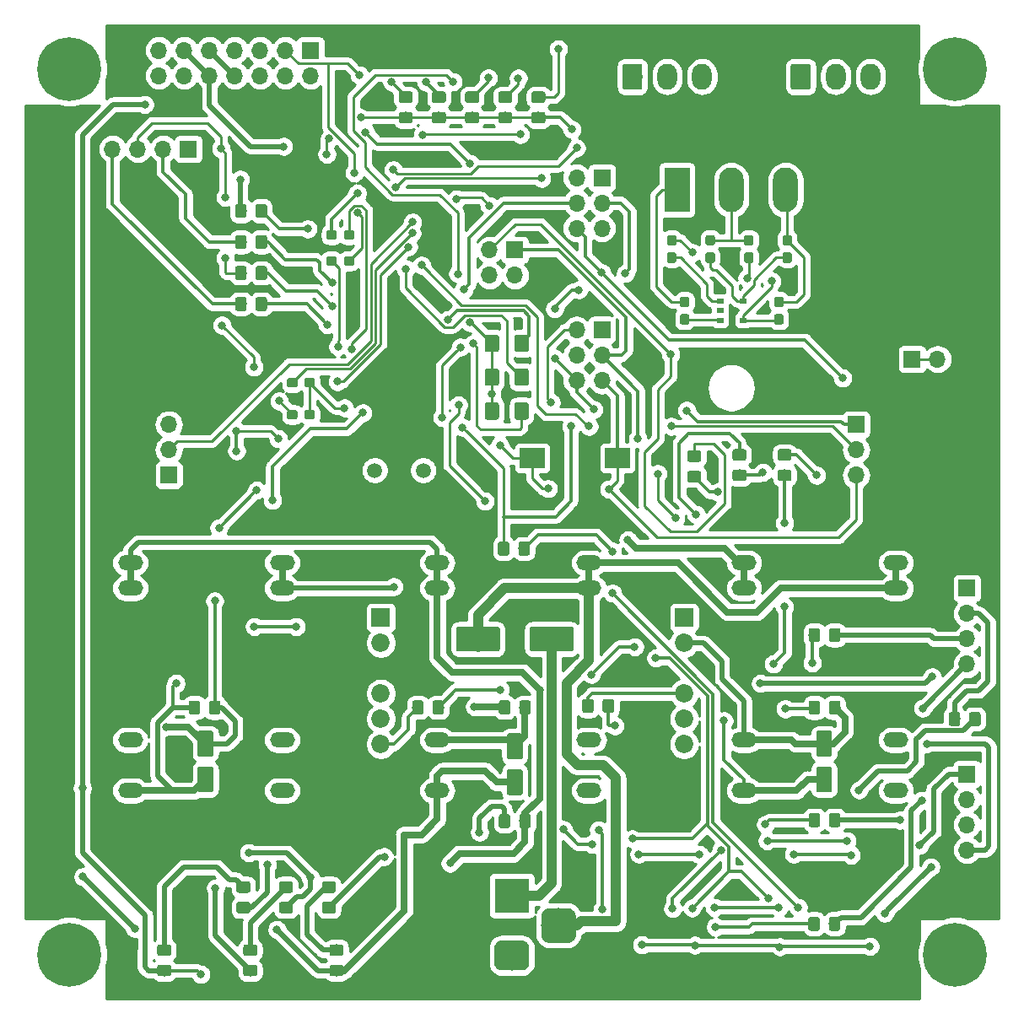
<source format=gbr>
G04 #@! TF.GenerationSoftware,KiCad,Pcbnew,(5.1.2)-2*
G04 #@! TF.CreationDate,2019-07-10T12:42:44+04:00*
G04 #@! TF.ProjectId,DTI_1-12,4454495f-312d-4313-922e-6b696361645f,rev?*
G04 #@! TF.SameCoordinates,Original*
G04 #@! TF.FileFunction,Copper,L1,Top*
G04 #@! TF.FilePolarity,Positive*
%FSLAX46Y46*%
G04 Gerber Fmt 4.6, Leading zero omitted, Abs format (unit mm)*
G04 Created by KiCad (PCBNEW (5.1.2)-2) date 2019-07-10 12:42:44*
%MOMM*%
%LPD*%
G04 APERTURE LIST*
%ADD10O,2.500000X1.500000*%
%ADD11O,2.000000X2.600000*%
%ADD12C,0.100000*%
%ADD13C,2.000000*%
%ADD14C,6.400000*%
%ADD15C,0.800000*%
%ADD16C,2.500000*%
%ADD17C,1.150000*%
%ADD18C,1.600000*%
%ADD19C,1.425000*%
%ADD20R,0.700000X0.510000*%
%ADD21R,3.500000X3.500000*%
%ADD22C,3.000000*%
%ADD23C,3.500000*%
%ADD24R,1.700000X1.700000*%
%ADD25O,1.700000X1.700000*%
%ADD26R,2.500000X4.500000*%
%ADD27O,2.500000X4.500000*%
%ADD28C,0.950000*%
%ADD29R,2.500000X2.000000*%
%ADD30R,1.850000X1.850000*%
%ADD31C,1.850000*%
%ADD32C,1.500000*%
%ADD33C,1.000000*%
%ADD34C,0.700000*%
%ADD35C,0.500000*%
%ADD36C,0.350000*%
%ADD37C,0.250000*%
%ADD38C,0.254000*%
G04 APERTURE END LIST*
D10*
X125810000Y-110540000D03*
X141050000Y-110540000D03*
X125810000Y-108000000D03*
X125810000Y-125780000D03*
X125810000Y-130860000D03*
X141050000Y-130860000D03*
X141050000Y-125780000D03*
X141050000Y-108000000D03*
D11*
X169300000Y-59200000D03*
X165800000Y-59200000D03*
D12*
G36*
X163074504Y-57901204D02*
G01*
X163098773Y-57904804D01*
X163122571Y-57910765D01*
X163145671Y-57919030D01*
X163167849Y-57929520D01*
X163188893Y-57942133D01*
X163208598Y-57956747D01*
X163226777Y-57973223D01*
X163243253Y-57991402D01*
X163257867Y-58011107D01*
X163270480Y-58032151D01*
X163280970Y-58054329D01*
X163289235Y-58077429D01*
X163295196Y-58101227D01*
X163298796Y-58125496D01*
X163300000Y-58150000D01*
X163300000Y-60250000D01*
X163298796Y-60274504D01*
X163295196Y-60298773D01*
X163289235Y-60322571D01*
X163280970Y-60345671D01*
X163270480Y-60367849D01*
X163257867Y-60388893D01*
X163243253Y-60408598D01*
X163226777Y-60426777D01*
X163208598Y-60443253D01*
X163188893Y-60457867D01*
X163167849Y-60470480D01*
X163145671Y-60480970D01*
X163122571Y-60489235D01*
X163098773Y-60495196D01*
X163074504Y-60498796D01*
X163050000Y-60500000D01*
X161550000Y-60500000D01*
X161525496Y-60498796D01*
X161501227Y-60495196D01*
X161477429Y-60489235D01*
X161454329Y-60480970D01*
X161432151Y-60470480D01*
X161411107Y-60457867D01*
X161391402Y-60443253D01*
X161373223Y-60426777D01*
X161356747Y-60408598D01*
X161342133Y-60388893D01*
X161329520Y-60367849D01*
X161319030Y-60345671D01*
X161310765Y-60322571D01*
X161304804Y-60298773D01*
X161301204Y-60274504D01*
X161300000Y-60250000D01*
X161300000Y-58150000D01*
X161301204Y-58125496D01*
X161304804Y-58101227D01*
X161310765Y-58077429D01*
X161319030Y-58054329D01*
X161329520Y-58032151D01*
X161342133Y-58011107D01*
X161356747Y-57991402D01*
X161373223Y-57973223D01*
X161391402Y-57956747D01*
X161411107Y-57942133D01*
X161432151Y-57929520D01*
X161454329Y-57919030D01*
X161477429Y-57910765D01*
X161501227Y-57904804D01*
X161525496Y-57901204D01*
X161550000Y-57900000D01*
X163050000Y-57900000D01*
X163074504Y-57901204D01*
X163074504Y-57901204D01*
G37*
D13*
X162300000Y-59200000D03*
D14*
X177800000Y-58420000D03*
D15*
X177800000Y-56020000D03*
X179497056Y-56722944D03*
X180200000Y-58420000D03*
X179497056Y-60117056D03*
X177800000Y-60820000D03*
X176102944Y-60117056D03*
X175400000Y-58420000D03*
X176102944Y-56722944D03*
D14*
X88900000Y-58420000D03*
D15*
X86500000Y-58420000D03*
X87202944Y-56722944D03*
X88900000Y-56020000D03*
X90597056Y-56722944D03*
X91300000Y-58420000D03*
X90597056Y-60117056D03*
X88900000Y-60820000D03*
X87202944Y-60117056D03*
D14*
X88900000Y-147320000D03*
D15*
X88900000Y-149720000D03*
X87202944Y-149017056D03*
X86500000Y-147320000D03*
X87202944Y-145622944D03*
X88900000Y-144920000D03*
X90597056Y-145622944D03*
X91300000Y-147320000D03*
X90597056Y-149017056D03*
X179497056Y-145622944D03*
X177800000Y-144920000D03*
X176102944Y-145622944D03*
X175400000Y-147320000D03*
X176102944Y-149017056D03*
X177800000Y-149720000D03*
X179497056Y-149017056D03*
X180200000Y-147320000D03*
D14*
X177800000Y-147320000D03*
D12*
G36*
X139274504Y-114401204D02*
G01*
X139298773Y-114404804D01*
X139322571Y-114410765D01*
X139345671Y-114419030D01*
X139367849Y-114429520D01*
X139388893Y-114442133D01*
X139408598Y-114456747D01*
X139426777Y-114473223D01*
X139443253Y-114491402D01*
X139457867Y-114511107D01*
X139470480Y-114532151D01*
X139480970Y-114554329D01*
X139489235Y-114577429D01*
X139495196Y-114601227D01*
X139498796Y-114625496D01*
X139500000Y-114650000D01*
X139500000Y-116650000D01*
X139498796Y-116674504D01*
X139495196Y-116698773D01*
X139489235Y-116722571D01*
X139480970Y-116745671D01*
X139470480Y-116767849D01*
X139457867Y-116788893D01*
X139443253Y-116808598D01*
X139426777Y-116826777D01*
X139408598Y-116843253D01*
X139388893Y-116857867D01*
X139367849Y-116870480D01*
X139345671Y-116880970D01*
X139322571Y-116889235D01*
X139298773Y-116895196D01*
X139274504Y-116898796D01*
X139250000Y-116900000D01*
X135350000Y-116900000D01*
X135325496Y-116898796D01*
X135301227Y-116895196D01*
X135277429Y-116889235D01*
X135254329Y-116880970D01*
X135232151Y-116870480D01*
X135211107Y-116857867D01*
X135191402Y-116843253D01*
X135173223Y-116826777D01*
X135156747Y-116808598D01*
X135142133Y-116788893D01*
X135129520Y-116767849D01*
X135119030Y-116745671D01*
X135110765Y-116722571D01*
X135104804Y-116698773D01*
X135101204Y-116674504D01*
X135100000Y-116650000D01*
X135100000Y-114650000D01*
X135101204Y-114625496D01*
X135104804Y-114601227D01*
X135110765Y-114577429D01*
X135119030Y-114554329D01*
X135129520Y-114532151D01*
X135142133Y-114511107D01*
X135156747Y-114491402D01*
X135173223Y-114473223D01*
X135191402Y-114456747D01*
X135211107Y-114442133D01*
X135232151Y-114429520D01*
X135254329Y-114419030D01*
X135277429Y-114410765D01*
X135301227Y-114404804D01*
X135325496Y-114401204D01*
X135350000Y-114400000D01*
X139250000Y-114400000D01*
X139274504Y-114401204D01*
X139274504Y-114401204D01*
G37*
D16*
X137300000Y-115650000D03*
D12*
G36*
X131874504Y-114401204D02*
G01*
X131898773Y-114404804D01*
X131922571Y-114410765D01*
X131945671Y-114419030D01*
X131967849Y-114429520D01*
X131988893Y-114442133D01*
X132008598Y-114456747D01*
X132026777Y-114473223D01*
X132043253Y-114491402D01*
X132057867Y-114511107D01*
X132070480Y-114532151D01*
X132080970Y-114554329D01*
X132089235Y-114577429D01*
X132095196Y-114601227D01*
X132098796Y-114625496D01*
X132100000Y-114650000D01*
X132100000Y-116650000D01*
X132098796Y-116674504D01*
X132095196Y-116698773D01*
X132089235Y-116722571D01*
X132080970Y-116745671D01*
X132070480Y-116767849D01*
X132057867Y-116788893D01*
X132043253Y-116808598D01*
X132026777Y-116826777D01*
X132008598Y-116843253D01*
X131988893Y-116857867D01*
X131967849Y-116870480D01*
X131945671Y-116880970D01*
X131922571Y-116889235D01*
X131898773Y-116895196D01*
X131874504Y-116898796D01*
X131850000Y-116900000D01*
X127950000Y-116900000D01*
X127925496Y-116898796D01*
X127901227Y-116895196D01*
X127877429Y-116889235D01*
X127854329Y-116880970D01*
X127832151Y-116870480D01*
X127811107Y-116857867D01*
X127791402Y-116843253D01*
X127773223Y-116826777D01*
X127756747Y-116808598D01*
X127742133Y-116788893D01*
X127729520Y-116767849D01*
X127719030Y-116745671D01*
X127710765Y-116722571D01*
X127704804Y-116698773D01*
X127701204Y-116674504D01*
X127700000Y-116650000D01*
X127700000Y-114650000D01*
X127701204Y-114625496D01*
X127704804Y-114601227D01*
X127710765Y-114577429D01*
X127719030Y-114554329D01*
X127729520Y-114532151D01*
X127742133Y-114511107D01*
X127756747Y-114491402D01*
X127773223Y-114473223D01*
X127791402Y-114456747D01*
X127811107Y-114442133D01*
X127832151Y-114429520D01*
X127854329Y-114419030D01*
X127877429Y-114410765D01*
X127901227Y-114404804D01*
X127925496Y-114401204D01*
X127950000Y-114400000D01*
X131850000Y-114400000D01*
X131874504Y-114401204D01*
X131874504Y-114401204D01*
G37*
D16*
X129900000Y-115650000D03*
D12*
G36*
X132924505Y-133221204D02*
G01*
X132948773Y-133224804D01*
X132972572Y-133230765D01*
X132995671Y-133239030D01*
X133017850Y-133249520D01*
X133038893Y-133262132D01*
X133058599Y-133276747D01*
X133076777Y-133293223D01*
X133093253Y-133311401D01*
X133107868Y-133331107D01*
X133120480Y-133352150D01*
X133130970Y-133374329D01*
X133139235Y-133397428D01*
X133145196Y-133421227D01*
X133148796Y-133445495D01*
X133150000Y-133469999D01*
X133150000Y-134370001D01*
X133148796Y-134394505D01*
X133145196Y-134418773D01*
X133139235Y-134442572D01*
X133130970Y-134465671D01*
X133120480Y-134487850D01*
X133107868Y-134508893D01*
X133093253Y-134528599D01*
X133076777Y-134546777D01*
X133058599Y-134563253D01*
X133038893Y-134577868D01*
X133017850Y-134590480D01*
X132995671Y-134600970D01*
X132972572Y-134609235D01*
X132948773Y-134615196D01*
X132924505Y-134618796D01*
X132900001Y-134620000D01*
X132249999Y-134620000D01*
X132225495Y-134618796D01*
X132201227Y-134615196D01*
X132177428Y-134609235D01*
X132154329Y-134600970D01*
X132132150Y-134590480D01*
X132111107Y-134577868D01*
X132091401Y-134563253D01*
X132073223Y-134546777D01*
X132056747Y-134528599D01*
X132042132Y-134508893D01*
X132029520Y-134487850D01*
X132019030Y-134465671D01*
X132010765Y-134442572D01*
X132004804Y-134418773D01*
X132001204Y-134394505D01*
X132000000Y-134370001D01*
X132000000Y-133469999D01*
X132001204Y-133445495D01*
X132004804Y-133421227D01*
X132010765Y-133397428D01*
X132019030Y-133374329D01*
X132029520Y-133352150D01*
X132042132Y-133331107D01*
X132056747Y-133311401D01*
X132073223Y-133293223D01*
X132091401Y-133276747D01*
X132111107Y-133262132D01*
X132132150Y-133249520D01*
X132154329Y-133239030D01*
X132177428Y-133230765D01*
X132201227Y-133224804D01*
X132225495Y-133221204D01*
X132249999Y-133220000D01*
X132900001Y-133220000D01*
X132924505Y-133221204D01*
X132924505Y-133221204D01*
G37*
D17*
X132575000Y-133920000D03*
D12*
G36*
X134974505Y-133221204D02*
G01*
X134998773Y-133224804D01*
X135022572Y-133230765D01*
X135045671Y-133239030D01*
X135067850Y-133249520D01*
X135088893Y-133262132D01*
X135108599Y-133276747D01*
X135126777Y-133293223D01*
X135143253Y-133311401D01*
X135157868Y-133331107D01*
X135170480Y-133352150D01*
X135180970Y-133374329D01*
X135189235Y-133397428D01*
X135195196Y-133421227D01*
X135198796Y-133445495D01*
X135200000Y-133469999D01*
X135200000Y-134370001D01*
X135198796Y-134394505D01*
X135195196Y-134418773D01*
X135189235Y-134442572D01*
X135180970Y-134465671D01*
X135170480Y-134487850D01*
X135157868Y-134508893D01*
X135143253Y-134528599D01*
X135126777Y-134546777D01*
X135108599Y-134563253D01*
X135088893Y-134577868D01*
X135067850Y-134590480D01*
X135045671Y-134600970D01*
X135022572Y-134609235D01*
X134998773Y-134615196D01*
X134974505Y-134618796D01*
X134950001Y-134620000D01*
X134299999Y-134620000D01*
X134275495Y-134618796D01*
X134251227Y-134615196D01*
X134227428Y-134609235D01*
X134204329Y-134600970D01*
X134182150Y-134590480D01*
X134161107Y-134577868D01*
X134141401Y-134563253D01*
X134123223Y-134546777D01*
X134106747Y-134528599D01*
X134092132Y-134508893D01*
X134079520Y-134487850D01*
X134069030Y-134465671D01*
X134060765Y-134442572D01*
X134054804Y-134418773D01*
X134051204Y-134394505D01*
X134050000Y-134370001D01*
X134050000Y-133469999D01*
X134051204Y-133445495D01*
X134054804Y-133421227D01*
X134060765Y-133397428D01*
X134069030Y-133374329D01*
X134079520Y-133352150D01*
X134092132Y-133331107D01*
X134106747Y-133311401D01*
X134123223Y-133293223D01*
X134141401Y-133276747D01*
X134161107Y-133262132D01*
X134182150Y-133249520D01*
X134204329Y-133239030D01*
X134227428Y-133230765D01*
X134251227Y-133224804D01*
X134275495Y-133221204D01*
X134299999Y-133220000D01*
X134950001Y-133220000D01*
X134974505Y-133221204D01*
X134974505Y-133221204D01*
G37*
D17*
X134625000Y-133920000D03*
D12*
G36*
X103124504Y-128451204D02*
G01*
X103148773Y-128454804D01*
X103172571Y-128460765D01*
X103195671Y-128469030D01*
X103217849Y-128479520D01*
X103238893Y-128492133D01*
X103258598Y-128506747D01*
X103276777Y-128523223D01*
X103293253Y-128541402D01*
X103307867Y-128561107D01*
X103320480Y-128582151D01*
X103330970Y-128604329D01*
X103339235Y-128627429D01*
X103345196Y-128651227D01*
X103348796Y-128675496D01*
X103350000Y-128700000D01*
X103350000Y-130800000D01*
X103348796Y-130824504D01*
X103345196Y-130848773D01*
X103339235Y-130872571D01*
X103330970Y-130895671D01*
X103320480Y-130917849D01*
X103307867Y-130938893D01*
X103293253Y-130958598D01*
X103276777Y-130976777D01*
X103258598Y-130993253D01*
X103238893Y-131007867D01*
X103217849Y-131020480D01*
X103195671Y-131030970D01*
X103172571Y-131039235D01*
X103148773Y-131045196D01*
X103124504Y-131048796D01*
X103100000Y-131050000D01*
X102000000Y-131050000D01*
X101975496Y-131048796D01*
X101951227Y-131045196D01*
X101927429Y-131039235D01*
X101904329Y-131030970D01*
X101882151Y-131020480D01*
X101861107Y-131007867D01*
X101841402Y-130993253D01*
X101823223Y-130976777D01*
X101806747Y-130958598D01*
X101792133Y-130938893D01*
X101779520Y-130917849D01*
X101769030Y-130895671D01*
X101760765Y-130872571D01*
X101754804Y-130848773D01*
X101751204Y-130824504D01*
X101750000Y-130800000D01*
X101750000Y-128700000D01*
X101751204Y-128675496D01*
X101754804Y-128651227D01*
X101760765Y-128627429D01*
X101769030Y-128604329D01*
X101779520Y-128582151D01*
X101792133Y-128561107D01*
X101806747Y-128541402D01*
X101823223Y-128523223D01*
X101841402Y-128506747D01*
X101861107Y-128492133D01*
X101882151Y-128479520D01*
X101904329Y-128469030D01*
X101927429Y-128460765D01*
X101951227Y-128454804D01*
X101975496Y-128451204D01*
X102000000Y-128450000D01*
X103100000Y-128450000D01*
X103124504Y-128451204D01*
X103124504Y-128451204D01*
G37*
D18*
X102550000Y-129750000D03*
D12*
G36*
X103124504Y-124851204D02*
G01*
X103148773Y-124854804D01*
X103172571Y-124860765D01*
X103195671Y-124869030D01*
X103217849Y-124879520D01*
X103238893Y-124892133D01*
X103258598Y-124906747D01*
X103276777Y-124923223D01*
X103293253Y-124941402D01*
X103307867Y-124961107D01*
X103320480Y-124982151D01*
X103330970Y-125004329D01*
X103339235Y-125027429D01*
X103345196Y-125051227D01*
X103348796Y-125075496D01*
X103350000Y-125100000D01*
X103350000Y-127200000D01*
X103348796Y-127224504D01*
X103345196Y-127248773D01*
X103339235Y-127272571D01*
X103330970Y-127295671D01*
X103320480Y-127317849D01*
X103307867Y-127338893D01*
X103293253Y-127358598D01*
X103276777Y-127376777D01*
X103258598Y-127393253D01*
X103238893Y-127407867D01*
X103217849Y-127420480D01*
X103195671Y-127430970D01*
X103172571Y-127439235D01*
X103148773Y-127445196D01*
X103124504Y-127448796D01*
X103100000Y-127450000D01*
X102000000Y-127450000D01*
X101975496Y-127448796D01*
X101951227Y-127445196D01*
X101927429Y-127439235D01*
X101904329Y-127430970D01*
X101882151Y-127420480D01*
X101861107Y-127407867D01*
X101841402Y-127393253D01*
X101823223Y-127376777D01*
X101806747Y-127358598D01*
X101792133Y-127338893D01*
X101779520Y-127317849D01*
X101769030Y-127295671D01*
X101760765Y-127272571D01*
X101754804Y-127248773D01*
X101751204Y-127224504D01*
X101750000Y-127200000D01*
X101750000Y-125100000D01*
X101751204Y-125075496D01*
X101754804Y-125051227D01*
X101760765Y-125027429D01*
X101769030Y-125004329D01*
X101779520Y-124982151D01*
X101792133Y-124961107D01*
X101806747Y-124941402D01*
X101823223Y-124923223D01*
X101841402Y-124906747D01*
X101861107Y-124892133D01*
X101882151Y-124879520D01*
X101904329Y-124869030D01*
X101927429Y-124860765D01*
X101951227Y-124854804D01*
X101975496Y-124851204D01*
X102000000Y-124850000D01*
X103100000Y-124850000D01*
X103124504Y-124851204D01*
X103124504Y-124851204D01*
G37*
D18*
X102550000Y-126150000D03*
D12*
G36*
X101784505Y-121831204D02*
G01*
X101808773Y-121834804D01*
X101832572Y-121840765D01*
X101855671Y-121849030D01*
X101877850Y-121859520D01*
X101898893Y-121872132D01*
X101918599Y-121886747D01*
X101936777Y-121903223D01*
X101953253Y-121921401D01*
X101967868Y-121941107D01*
X101980480Y-121962150D01*
X101990970Y-121984329D01*
X101999235Y-122007428D01*
X102005196Y-122031227D01*
X102008796Y-122055495D01*
X102010000Y-122079999D01*
X102010000Y-122980001D01*
X102008796Y-123004505D01*
X102005196Y-123028773D01*
X101999235Y-123052572D01*
X101990970Y-123075671D01*
X101980480Y-123097850D01*
X101967868Y-123118893D01*
X101953253Y-123138599D01*
X101936777Y-123156777D01*
X101918599Y-123173253D01*
X101898893Y-123187868D01*
X101877850Y-123200480D01*
X101855671Y-123210970D01*
X101832572Y-123219235D01*
X101808773Y-123225196D01*
X101784505Y-123228796D01*
X101760001Y-123230000D01*
X101109999Y-123230000D01*
X101085495Y-123228796D01*
X101061227Y-123225196D01*
X101037428Y-123219235D01*
X101014329Y-123210970D01*
X100992150Y-123200480D01*
X100971107Y-123187868D01*
X100951401Y-123173253D01*
X100933223Y-123156777D01*
X100916747Y-123138599D01*
X100902132Y-123118893D01*
X100889520Y-123097850D01*
X100879030Y-123075671D01*
X100870765Y-123052572D01*
X100864804Y-123028773D01*
X100861204Y-123004505D01*
X100860000Y-122980001D01*
X100860000Y-122079999D01*
X100861204Y-122055495D01*
X100864804Y-122031227D01*
X100870765Y-122007428D01*
X100879030Y-121984329D01*
X100889520Y-121962150D01*
X100902132Y-121941107D01*
X100916747Y-121921401D01*
X100933223Y-121903223D01*
X100951401Y-121886747D01*
X100971107Y-121872132D01*
X100992150Y-121859520D01*
X101014329Y-121849030D01*
X101037428Y-121840765D01*
X101061227Y-121834804D01*
X101085495Y-121831204D01*
X101109999Y-121830000D01*
X101760001Y-121830000D01*
X101784505Y-121831204D01*
X101784505Y-121831204D01*
G37*
D17*
X101435000Y-122530000D03*
D12*
G36*
X103834505Y-121831204D02*
G01*
X103858773Y-121834804D01*
X103882572Y-121840765D01*
X103905671Y-121849030D01*
X103927850Y-121859520D01*
X103948893Y-121872132D01*
X103968599Y-121886747D01*
X103986777Y-121903223D01*
X104003253Y-121921401D01*
X104017868Y-121941107D01*
X104030480Y-121962150D01*
X104040970Y-121984329D01*
X104049235Y-122007428D01*
X104055196Y-122031227D01*
X104058796Y-122055495D01*
X104060000Y-122079999D01*
X104060000Y-122980001D01*
X104058796Y-123004505D01*
X104055196Y-123028773D01*
X104049235Y-123052572D01*
X104040970Y-123075671D01*
X104030480Y-123097850D01*
X104017868Y-123118893D01*
X104003253Y-123138599D01*
X103986777Y-123156777D01*
X103968599Y-123173253D01*
X103948893Y-123187868D01*
X103927850Y-123200480D01*
X103905671Y-123210970D01*
X103882572Y-123219235D01*
X103858773Y-123225196D01*
X103834505Y-123228796D01*
X103810001Y-123230000D01*
X103159999Y-123230000D01*
X103135495Y-123228796D01*
X103111227Y-123225196D01*
X103087428Y-123219235D01*
X103064329Y-123210970D01*
X103042150Y-123200480D01*
X103021107Y-123187868D01*
X103001401Y-123173253D01*
X102983223Y-123156777D01*
X102966747Y-123138599D01*
X102952132Y-123118893D01*
X102939520Y-123097850D01*
X102929030Y-123075671D01*
X102920765Y-123052572D01*
X102914804Y-123028773D01*
X102911204Y-123004505D01*
X102910000Y-122980001D01*
X102910000Y-122079999D01*
X102911204Y-122055495D01*
X102914804Y-122031227D01*
X102920765Y-122007428D01*
X102929030Y-121984329D01*
X102939520Y-121962150D01*
X102952132Y-121941107D01*
X102966747Y-121921401D01*
X102983223Y-121903223D01*
X103001401Y-121886747D01*
X103021107Y-121872132D01*
X103042150Y-121859520D01*
X103064329Y-121849030D01*
X103087428Y-121840765D01*
X103111227Y-121834804D01*
X103135495Y-121831204D01*
X103159999Y-121830000D01*
X103810001Y-121830000D01*
X103834505Y-121831204D01*
X103834505Y-121831204D01*
G37*
D17*
X103485000Y-122530000D03*
D12*
G36*
X165224504Y-128451204D02*
G01*
X165248773Y-128454804D01*
X165272571Y-128460765D01*
X165295671Y-128469030D01*
X165317849Y-128479520D01*
X165338893Y-128492133D01*
X165358598Y-128506747D01*
X165376777Y-128523223D01*
X165393253Y-128541402D01*
X165407867Y-128561107D01*
X165420480Y-128582151D01*
X165430970Y-128604329D01*
X165439235Y-128627429D01*
X165445196Y-128651227D01*
X165448796Y-128675496D01*
X165450000Y-128700000D01*
X165450000Y-130800000D01*
X165448796Y-130824504D01*
X165445196Y-130848773D01*
X165439235Y-130872571D01*
X165430970Y-130895671D01*
X165420480Y-130917849D01*
X165407867Y-130938893D01*
X165393253Y-130958598D01*
X165376777Y-130976777D01*
X165358598Y-130993253D01*
X165338893Y-131007867D01*
X165317849Y-131020480D01*
X165295671Y-131030970D01*
X165272571Y-131039235D01*
X165248773Y-131045196D01*
X165224504Y-131048796D01*
X165200000Y-131050000D01*
X164100000Y-131050000D01*
X164075496Y-131048796D01*
X164051227Y-131045196D01*
X164027429Y-131039235D01*
X164004329Y-131030970D01*
X163982151Y-131020480D01*
X163961107Y-131007867D01*
X163941402Y-130993253D01*
X163923223Y-130976777D01*
X163906747Y-130958598D01*
X163892133Y-130938893D01*
X163879520Y-130917849D01*
X163869030Y-130895671D01*
X163860765Y-130872571D01*
X163854804Y-130848773D01*
X163851204Y-130824504D01*
X163850000Y-130800000D01*
X163850000Y-128700000D01*
X163851204Y-128675496D01*
X163854804Y-128651227D01*
X163860765Y-128627429D01*
X163869030Y-128604329D01*
X163879520Y-128582151D01*
X163892133Y-128561107D01*
X163906747Y-128541402D01*
X163923223Y-128523223D01*
X163941402Y-128506747D01*
X163961107Y-128492133D01*
X163982151Y-128479520D01*
X164004329Y-128469030D01*
X164027429Y-128460765D01*
X164051227Y-128454804D01*
X164075496Y-128451204D01*
X164100000Y-128450000D01*
X165200000Y-128450000D01*
X165224504Y-128451204D01*
X165224504Y-128451204D01*
G37*
D18*
X164650000Y-129750000D03*
D12*
G36*
X165224504Y-124851204D02*
G01*
X165248773Y-124854804D01*
X165272571Y-124860765D01*
X165295671Y-124869030D01*
X165317849Y-124879520D01*
X165338893Y-124892133D01*
X165358598Y-124906747D01*
X165376777Y-124923223D01*
X165393253Y-124941402D01*
X165407867Y-124961107D01*
X165420480Y-124982151D01*
X165430970Y-125004329D01*
X165439235Y-125027429D01*
X165445196Y-125051227D01*
X165448796Y-125075496D01*
X165450000Y-125100000D01*
X165450000Y-127200000D01*
X165448796Y-127224504D01*
X165445196Y-127248773D01*
X165439235Y-127272571D01*
X165430970Y-127295671D01*
X165420480Y-127317849D01*
X165407867Y-127338893D01*
X165393253Y-127358598D01*
X165376777Y-127376777D01*
X165358598Y-127393253D01*
X165338893Y-127407867D01*
X165317849Y-127420480D01*
X165295671Y-127430970D01*
X165272571Y-127439235D01*
X165248773Y-127445196D01*
X165224504Y-127448796D01*
X165200000Y-127450000D01*
X164100000Y-127450000D01*
X164075496Y-127448796D01*
X164051227Y-127445196D01*
X164027429Y-127439235D01*
X164004329Y-127430970D01*
X163982151Y-127420480D01*
X163961107Y-127407867D01*
X163941402Y-127393253D01*
X163923223Y-127376777D01*
X163906747Y-127358598D01*
X163892133Y-127338893D01*
X163879520Y-127317849D01*
X163869030Y-127295671D01*
X163860765Y-127272571D01*
X163854804Y-127248773D01*
X163851204Y-127224504D01*
X163850000Y-127200000D01*
X163850000Y-125100000D01*
X163851204Y-125075496D01*
X163854804Y-125051227D01*
X163860765Y-125027429D01*
X163869030Y-125004329D01*
X163879520Y-124982151D01*
X163892133Y-124961107D01*
X163906747Y-124941402D01*
X163923223Y-124923223D01*
X163941402Y-124906747D01*
X163961107Y-124892133D01*
X163982151Y-124879520D01*
X164004329Y-124869030D01*
X164027429Y-124860765D01*
X164051227Y-124854804D01*
X164075496Y-124851204D01*
X164100000Y-124850000D01*
X165200000Y-124850000D01*
X165224504Y-124851204D01*
X165224504Y-124851204D01*
G37*
D18*
X164650000Y-126150000D03*
D12*
G36*
X164014505Y-121831204D02*
G01*
X164038773Y-121834804D01*
X164062572Y-121840765D01*
X164085671Y-121849030D01*
X164107850Y-121859520D01*
X164128893Y-121872132D01*
X164148599Y-121886747D01*
X164166777Y-121903223D01*
X164183253Y-121921401D01*
X164197868Y-121941107D01*
X164210480Y-121962150D01*
X164220970Y-121984329D01*
X164229235Y-122007428D01*
X164235196Y-122031227D01*
X164238796Y-122055495D01*
X164240000Y-122079999D01*
X164240000Y-122980001D01*
X164238796Y-123004505D01*
X164235196Y-123028773D01*
X164229235Y-123052572D01*
X164220970Y-123075671D01*
X164210480Y-123097850D01*
X164197868Y-123118893D01*
X164183253Y-123138599D01*
X164166777Y-123156777D01*
X164148599Y-123173253D01*
X164128893Y-123187868D01*
X164107850Y-123200480D01*
X164085671Y-123210970D01*
X164062572Y-123219235D01*
X164038773Y-123225196D01*
X164014505Y-123228796D01*
X163990001Y-123230000D01*
X163339999Y-123230000D01*
X163315495Y-123228796D01*
X163291227Y-123225196D01*
X163267428Y-123219235D01*
X163244329Y-123210970D01*
X163222150Y-123200480D01*
X163201107Y-123187868D01*
X163181401Y-123173253D01*
X163163223Y-123156777D01*
X163146747Y-123138599D01*
X163132132Y-123118893D01*
X163119520Y-123097850D01*
X163109030Y-123075671D01*
X163100765Y-123052572D01*
X163094804Y-123028773D01*
X163091204Y-123004505D01*
X163090000Y-122980001D01*
X163090000Y-122079999D01*
X163091204Y-122055495D01*
X163094804Y-122031227D01*
X163100765Y-122007428D01*
X163109030Y-121984329D01*
X163119520Y-121962150D01*
X163132132Y-121941107D01*
X163146747Y-121921401D01*
X163163223Y-121903223D01*
X163181401Y-121886747D01*
X163201107Y-121872132D01*
X163222150Y-121859520D01*
X163244329Y-121849030D01*
X163267428Y-121840765D01*
X163291227Y-121834804D01*
X163315495Y-121831204D01*
X163339999Y-121830000D01*
X163990001Y-121830000D01*
X164014505Y-121831204D01*
X164014505Y-121831204D01*
G37*
D17*
X163665000Y-122530000D03*
D12*
G36*
X166064505Y-121831204D02*
G01*
X166088773Y-121834804D01*
X166112572Y-121840765D01*
X166135671Y-121849030D01*
X166157850Y-121859520D01*
X166178893Y-121872132D01*
X166198599Y-121886747D01*
X166216777Y-121903223D01*
X166233253Y-121921401D01*
X166247868Y-121941107D01*
X166260480Y-121962150D01*
X166270970Y-121984329D01*
X166279235Y-122007428D01*
X166285196Y-122031227D01*
X166288796Y-122055495D01*
X166290000Y-122079999D01*
X166290000Y-122980001D01*
X166288796Y-123004505D01*
X166285196Y-123028773D01*
X166279235Y-123052572D01*
X166270970Y-123075671D01*
X166260480Y-123097850D01*
X166247868Y-123118893D01*
X166233253Y-123138599D01*
X166216777Y-123156777D01*
X166198599Y-123173253D01*
X166178893Y-123187868D01*
X166157850Y-123200480D01*
X166135671Y-123210970D01*
X166112572Y-123219235D01*
X166088773Y-123225196D01*
X166064505Y-123228796D01*
X166040001Y-123230000D01*
X165389999Y-123230000D01*
X165365495Y-123228796D01*
X165341227Y-123225196D01*
X165317428Y-123219235D01*
X165294329Y-123210970D01*
X165272150Y-123200480D01*
X165251107Y-123187868D01*
X165231401Y-123173253D01*
X165213223Y-123156777D01*
X165196747Y-123138599D01*
X165182132Y-123118893D01*
X165169520Y-123097850D01*
X165159030Y-123075671D01*
X165150765Y-123052572D01*
X165144804Y-123028773D01*
X165141204Y-123004505D01*
X165140000Y-122980001D01*
X165140000Y-122079999D01*
X165141204Y-122055495D01*
X165144804Y-122031227D01*
X165150765Y-122007428D01*
X165159030Y-121984329D01*
X165169520Y-121962150D01*
X165182132Y-121941107D01*
X165196747Y-121921401D01*
X165213223Y-121903223D01*
X165231401Y-121886747D01*
X165251107Y-121872132D01*
X165272150Y-121859520D01*
X165294329Y-121849030D01*
X165317428Y-121840765D01*
X165341227Y-121834804D01*
X165365495Y-121831204D01*
X165389999Y-121830000D01*
X166040001Y-121830000D01*
X166064505Y-121831204D01*
X166064505Y-121831204D01*
G37*
D17*
X165715000Y-122530000D03*
D12*
G36*
X134174504Y-125114536D02*
G01*
X134198773Y-125118136D01*
X134222571Y-125124097D01*
X134245671Y-125132362D01*
X134267849Y-125142852D01*
X134288893Y-125155465D01*
X134308598Y-125170079D01*
X134326777Y-125186555D01*
X134343253Y-125204734D01*
X134357867Y-125224439D01*
X134370480Y-125245483D01*
X134380970Y-125267661D01*
X134389235Y-125290761D01*
X134395196Y-125314559D01*
X134398796Y-125338828D01*
X134400000Y-125363332D01*
X134400000Y-127463332D01*
X134398796Y-127487836D01*
X134395196Y-127512105D01*
X134389235Y-127535903D01*
X134380970Y-127559003D01*
X134370480Y-127581181D01*
X134357867Y-127602225D01*
X134343253Y-127621930D01*
X134326777Y-127640109D01*
X134308598Y-127656585D01*
X134288893Y-127671199D01*
X134267849Y-127683812D01*
X134245671Y-127694302D01*
X134222571Y-127702567D01*
X134198773Y-127708528D01*
X134174504Y-127712128D01*
X134150000Y-127713332D01*
X133050000Y-127713332D01*
X133025496Y-127712128D01*
X133001227Y-127708528D01*
X132977429Y-127702567D01*
X132954329Y-127694302D01*
X132932151Y-127683812D01*
X132911107Y-127671199D01*
X132891402Y-127656585D01*
X132873223Y-127640109D01*
X132856747Y-127621930D01*
X132842133Y-127602225D01*
X132829520Y-127581181D01*
X132819030Y-127559003D01*
X132810765Y-127535903D01*
X132804804Y-127512105D01*
X132801204Y-127487836D01*
X132800000Y-127463332D01*
X132800000Y-125363332D01*
X132801204Y-125338828D01*
X132804804Y-125314559D01*
X132810765Y-125290761D01*
X132819030Y-125267661D01*
X132829520Y-125245483D01*
X132842133Y-125224439D01*
X132856747Y-125204734D01*
X132873223Y-125186555D01*
X132891402Y-125170079D01*
X132911107Y-125155465D01*
X132932151Y-125142852D01*
X132954329Y-125132362D01*
X132977429Y-125124097D01*
X133001227Y-125118136D01*
X133025496Y-125114536D01*
X133050000Y-125113332D01*
X134150000Y-125113332D01*
X134174504Y-125114536D01*
X134174504Y-125114536D01*
G37*
D18*
X133600000Y-126413332D03*
D12*
G36*
X134174504Y-128714536D02*
G01*
X134198773Y-128718136D01*
X134222571Y-128724097D01*
X134245671Y-128732362D01*
X134267849Y-128742852D01*
X134288893Y-128755465D01*
X134308598Y-128770079D01*
X134326777Y-128786555D01*
X134343253Y-128804734D01*
X134357867Y-128824439D01*
X134370480Y-128845483D01*
X134380970Y-128867661D01*
X134389235Y-128890761D01*
X134395196Y-128914559D01*
X134398796Y-128938828D01*
X134400000Y-128963332D01*
X134400000Y-131063332D01*
X134398796Y-131087836D01*
X134395196Y-131112105D01*
X134389235Y-131135903D01*
X134380970Y-131159003D01*
X134370480Y-131181181D01*
X134357867Y-131202225D01*
X134343253Y-131221930D01*
X134326777Y-131240109D01*
X134308598Y-131256585D01*
X134288893Y-131271199D01*
X134267849Y-131283812D01*
X134245671Y-131294302D01*
X134222571Y-131302567D01*
X134198773Y-131308528D01*
X134174504Y-131312128D01*
X134150000Y-131313332D01*
X133050000Y-131313332D01*
X133025496Y-131312128D01*
X133001227Y-131308528D01*
X132977429Y-131302567D01*
X132954329Y-131294302D01*
X132932151Y-131283812D01*
X132911107Y-131271199D01*
X132891402Y-131256585D01*
X132873223Y-131240109D01*
X132856747Y-131221930D01*
X132842133Y-131202225D01*
X132829520Y-131181181D01*
X132819030Y-131159003D01*
X132810765Y-131135903D01*
X132804804Y-131112105D01*
X132801204Y-131087836D01*
X132800000Y-131063332D01*
X132800000Y-128963332D01*
X132801204Y-128938828D01*
X132804804Y-128914559D01*
X132810765Y-128890761D01*
X132819030Y-128867661D01*
X132829520Y-128845483D01*
X132842133Y-128824439D01*
X132856747Y-128804734D01*
X132873223Y-128786555D01*
X132891402Y-128770079D01*
X132911107Y-128755465D01*
X132932151Y-128742852D01*
X132954329Y-128732362D01*
X132977429Y-128724097D01*
X133001227Y-128718136D01*
X133025496Y-128714536D01*
X133050000Y-128713332D01*
X134150000Y-128713332D01*
X134174504Y-128714536D01*
X134174504Y-128714536D01*
G37*
D18*
X133600000Y-130013332D03*
D12*
G36*
X134974505Y-121807870D02*
G01*
X134998773Y-121811470D01*
X135022572Y-121817431D01*
X135045671Y-121825696D01*
X135067850Y-121836186D01*
X135088893Y-121848798D01*
X135108599Y-121863413D01*
X135126777Y-121879889D01*
X135143253Y-121898067D01*
X135157868Y-121917773D01*
X135170480Y-121938816D01*
X135180970Y-121960995D01*
X135189235Y-121984094D01*
X135195196Y-122007893D01*
X135198796Y-122032161D01*
X135200000Y-122056665D01*
X135200000Y-122956667D01*
X135198796Y-122981171D01*
X135195196Y-123005439D01*
X135189235Y-123029238D01*
X135180970Y-123052337D01*
X135170480Y-123074516D01*
X135157868Y-123095559D01*
X135143253Y-123115265D01*
X135126777Y-123133443D01*
X135108599Y-123149919D01*
X135088893Y-123164534D01*
X135067850Y-123177146D01*
X135045671Y-123187636D01*
X135022572Y-123195901D01*
X134998773Y-123201862D01*
X134974505Y-123205462D01*
X134950001Y-123206666D01*
X134299999Y-123206666D01*
X134275495Y-123205462D01*
X134251227Y-123201862D01*
X134227428Y-123195901D01*
X134204329Y-123187636D01*
X134182150Y-123177146D01*
X134161107Y-123164534D01*
X134141401Y-123149919D01*
X134123223Y-123133443D01*
X134106747Y-123115265D01*
X134092132Y-123095559D01*
X134079520Y-123074516D01*
X134069030Y-123052337D01*
X134060765Y-123029238D01*
X134054804Y-123005439D01*
X134051204Y-122981171D01*
X134050000Y-122956667D01*
X134050000Y-122056665D01*
X134051204Y-122032161D01*
X134054804Y-122007893D01*
X134060765Y-121984094D01*
X134069030Y-121960995D01*
X134079520Y-121938816D01*
X134092132Y-121917773D01*
X134106747Y-121898067D01*
X134123223Y-121879889D01*
X134141401Y-121863413D01*
X134161107Y-121848798D01*
X134182150Y-121836186D01*
X134204329Y-121825696D01*
X134227428Y-121817431D01*
X134251227Y-121811470D01*
X134275495Y-121807870D01*
X134299999Y-121806666D01*
X134950001Y-121806666D01*
X134974505Y-121807870D01*
X134974505Y-121807870D01*
G37*
D17*
X134625000Y-122506666D03*
D12*
G36*
X132924505Y-121807870D02*
G01*
X132948773Y-121811470D01*
X132972572Y-121817431D01*
X132995671Y-121825696D01*
X133017850Y-121836186D01*
X133038893Y-121848798D01*
X133058599Y-121863413D01*
X133076777Y-121879889D01*
X133093253Y-121898067D01*
X133107868Y-121917773D01*
X133120480Y-121938816D01*
X133130970Y-121960995D01*
X133139235Y-121984094D01*
X133145196Y-122007893D01*
X133148796Y-122032161D01*
X133150000Y-122056665D01*
X133150000Y-122956667D01*
X133148796Y-122981171D01*
X133145196Y-123005439D01*
X133139235Y-123029238D01*
X133130970Y-123052337D01*
X133120480Y-123074516D01*
X133107868Y-123095559D01*
X133093253Y-123115265D01*
X133076777Y-123133443D01*
X133058599Y-123149919D01*
X133038893Y-123164534D01*
X133017850Y-123177146D01*
X132995671Y-123187636D01*
X132972572Y-123195901D01*
X132948773Y-123201862D01*
X132924505Y-123205462D01*
X132900001Y-123206666D01*
X132249999Y-123206666D01*
X132225495Y-123205462D01*
X132201227Y-123201862D01*
X132177428Y-123195901D01*
X132154329Y-123187636D01*
X132132150Y-123177146D01*
X132111107Y-123164534D01*
X132091401Y-123149919D01*
X132073223Y-123133443D01*
X132056747Y-123115265D01*
X132042132Y-123095559D01*
X132029520Y-123074516D01*
X132019030Y-123052337D01*
X132010765Y-123029238D01*
X132004804Y-123005439D01*
X132001204Y-122981171D01*
X132000000Y-122956667D01*
X132000000Y-122056665D01*
X132001204Y-122032161D01*
X132004804Y-122007893D01*
X132010765Y-121984094D01*
X132019030Y-121960995D01*
X132029520Y-121938816D01*
X132042132Y-121917773D01*
X132056747Y-121898067D01*
X132073223Y-121879889D01*
X132091401Y-121863413D01*
X132111107Y-121848798D01*
X132132150Y-121836186D01*
X132154329Y-121825696D01*
X132177428Y-121817431D01*
X132201227Y-121811470D01*
X132225495Y-121807870D01*
X132249999Y-121806666D01*
X132900001Y-121806666D01*
X132924505Y-121807870D01*
X132924505Y-121807870D01*
G37*
D17*
X132575000Y-122506666D03*
D12*
G36*
X106454505Y-78209772D02*
G01*
X106478773Y-78213372D01*
X106502572Y-78219333D01*
X106525671Y-78227598D01*
X106547850Y-78238088D01*
X106568893Y-78250700D01*
X106588599Y-78265315D01*
X106606777Y-78281791D01*
X106623253Y-78299969D01*
X106637868Y-78319675D01*
X106650480Y-78340718D01*
X106660970Y-78362897D01*
X106669235Y-78385996D01*
X106675196Y-78409795D01*
X106678796Y-78434063D01*
X106680000Y-78458567D01*
X106680000Y-79358569D01*
X106678796Y-79383073D01*
X106675196Y-79407341D01*
X106669235Y-79431140D01*
X106660970Y-79454239D01*
X106650480Y-79476418D01*
X106637868Y-79497461D01*
X106623253Y-79517167D01*
X106606777Y-79535345D01*
X106588599Y-79551821D01*
X106568893Y-79566436D01*
X106547850Y-79579048D01*
X106525671Y-79589538D01*
X106502572Y-79597803D01*
X106478773Y-79603764D01*
X106454505Y-79607364D01*
X106430001Y-79608568D01*
X105779999Y-79608568D01*
X105755495Y-79607364D01*
X105731227Y-79603764D01*
X105707428Y-79597803D01*
X105684329Y-79589538D01*
X105662150Y-79579048D01*
X105641107Y-79566436D01*
X105621401Y-79551821D01*
X105603223Y-79535345D01*
X105586747Y-79517167D01*
X105572132Y-79497461D01*
X105559520Y-79476418D01*
X105549030Y-79454239D01*
X105540765Y-79431140D01*
X105534804Y-79407341D01*
X105531204Y-79383073D01*
X105530000Y-79358569D01*
X105530000Y-78458567D01*
X105531204Y-78434063D01*
X105534804Y-78409795D01*
X105540765Y-78385996D01*
X105549030Y-78362897D01*
X105559520Y-78340718D01*
X105572132Y-78319675D01*
X105586747Y-78299969D01*
X105603223Y-78281791D01*
X105621401Y-78265315D01*
X105641107Y-78250700D01*
X105662150Y-78238088D01*
X105684329Y-78227598D01*
X105707428Y-78219333D01*
X105731227Y-78213372D01*
X105755495Y-78209772D01*
X105779999Y-78208568D01*
X106430001Y-78208568D01*
X106454505Y-78209772D01*
X106454505Y-78209772D01*
G37*
D17*
X106105000Y-78908568D03*
D12*
G36*
X108504505Y-78209772D02*
G01*
X108528773Y-78213372D01*
X108552572Y-78219333D01*
X108575671Y-78227598D01*
X108597850Y-78238088D01*
X108618893Y-78250700D01*
X108638599Y-78265315D01*
X108656777Y-78281791D01*
X108673253Y-78299969D01*
X108687868Y-78319675D01*
X108700480Y-78340718D01*
X108710970Y-78362897D01*
X108719235Y-78385996D01*
X108725196Y-78409795D01*
X108728796Y-78434063D01*
X108730000Y-78458567D01*
X108730000Y-79358569D01*
X108728796Y-79383073D01*
X108725196Y-79407341D01*
X108719235Y-79431140D01*
X108710970Y-79454239D01*
X108700480Y-79476418D01*
X108687868Y-79497461D01*
X108673253Y-79517167D01*
X108656777Y-79535345D01*
X108638599Y-79551821D01*
X108618893Y-79566436D01*
X108597850Y-79579048D01*
X108575671Y-79589538D01*
X108552572Y-79597803D01*
X108528773Y-79603764D01*
X108504505Y-79607364D01*
X108480001Y-79608568D01*
X107829999Y-79608568D01*
X107805495Y-79607364D01*
X107781227Y-79603764D01*
X107757428Y-79597803D01*
X107734329Y-79589538D01*
X107712150Y-79579048D01*
X107691107Y-79566436D01*
X107671401Y-79551821D01*
X107653223Y-79535345D01*
X107636747Y-79517167D01*
X107622132Y-79497461D01*
X107609520Y-79476418D01*
X107599030Y-79454239D01*
X107590765Y-79431140D01*
X107584804Y-79407341D01*
X107581204Y-79383073D01*
X107580000Y-79358569D01*
X107580000Y-78458567D01*
X107581204Y-78434063D01*
X107584804Y-78409795D01*
X107590765Y-78385996D01*
X107599030Y-78362897D01*
X107609520Y-78340718D01*
X107622132Y-78319675D01*
X107636747Y-78299969D01*
X107653223Y-78281791D01*
X107671401Y-78265315D01*
X107691107Y-78250700D01*
X107712150Y-78238088D01*
X107734329Y-78227598D01*
X107757428Y-78219333D01*
X107781227Y-78213372D01*
X107805495Y-78209772D01*
X107829999Y-78208568D01*
X108480001Y-78208568D01*
X108504505Y-78209772D01*
X108504505Y-78209772D01*
G37*
D17*
X108155000Y-78908568D03*
D12*
G36*
X108504505Y-81324056D02*
G01*
X108528773Y-81327656D01*
X108552572Y-81333617D01*
X108575671Y-81341882D01*
X108597850Y-81352372D01*
X108618893Y-81364984D01*
X108638599Y-81379599D01*
X108656777Y-81396075D01*
X108673253Y-81414253D01*
X108687868Y-81433959D01*
X108700480Y-81455002D01*
X108710970Y-81477181D01*
X108719235Y-81500280D01*
X108725196Y-81524079D01*
X108728796Y-81548347D01*
X108730000Y-81572851D01*
X108730000Y-82472853D01*
X108728796Y-82497357D01*
X108725196Y-82521625D01*
X108719235Y-82545424D01*
X108710970Y-82568523D01*
X108700480Y-82590702D01*
X108687868Y-82611745D01*
X108673253Y-82631451D01*
X108656777Y-82649629D01*
X108638599Y-82666105D01*
X108618893Y-82680720D01*
X108597850Y-82693332D01*
X108575671Y-82703822D01*
X108552572Y-82712087D01*
X108528773Y-82718048D01*
X108504505Y-82721648D01*
X108480001Y-82722852D01*
X107829999Y-82722852D01*
X107805495Y-82721648D01*
X107781227Y-82718048D01*
X107757428Y-82712087D01*
X107734329Y-82703822D01*
X107712150Y-82693332D01*
X107691107Y-82680720D01*
X107671401Y-82666105D01*
X107653223Y-82649629D01*
X107636747Y-82631451D01*
X107622132Y-82611745D01*
X107609520Y-82590702D01*
X107599030Y-82568523D01*
X107590765Y-82545424D01*
X107584804Y-82521625D01*
X107581204Y-82497357D01*
X107580000Y-82472853D01*
X107580000Y-81572851D01*
X107581204Y-81548347D01*
X107584804Y-81524079D01*
X107590765Y-81500280D01*
X107599030Y-81477181D01*
X107609520Y-81455002D01*
X107622132Y-81433959D01*
X107636747Y-81414253D01*
X107653223Y-81396075D01*
X107671401Y-81379599D01*
X107691107Y-81364984D01*
X107712150Y-81352372D01*
X107734329Y-81341882D01*
X107757428Y-81333617D01*
X107781227Y-81327656D01*
X107805495Y-81324056D01*
X107829999Y-81322852D01*
X108480001Y-81322852D01*
X108504505Y-81324056D01*
X108504505Y-81324056D01*
G37*
D17*
X108155000Y-82022852D03*
D12*
G36*
X106454505Y-81324056D02*
G01*
X106478773Y-81327656D01*
X106502572Y-81333617D01*
X106525671Y-81341882D01*
X106547850Y-81352372D01*
X106568893Y-81364984D01*
X106588599Y-81379599D01*
X106606777Y-81396075D01*
X106623253Y-81414253D01*
X106637868Y-81433959D01*
X106650480Y-81455002D01*
X106660970Y-81477181D01*
X106669235Y-81500280D01*
X106675196Y-81524079D01*
X106678796Y-81548347D01*
X106680000Y-81572851D01*
X106680000Y-82472853D01*
X106678796Y-82497357D01*
X106675196Y-82521625D01*
X106669235Y-82545424D01*
X106660970Y-82568523D01*
X106650480Y-82590702D01*
X106637868Y-82611745D01*
X106623253Y-82631451D01*
X106606777Y-82649629D01*
X106588599Y-82666105D01*
X106568893Y-82680720D01*
X106547850Y-82693332D01*
X106525671Y-82703822D01*
X106502572Y-82712087D01*
X106478773Y-82718048D01*
X106454505Y-82721648D01*
X106430001Y-82722852D01*
X105779999Y-82722852D01*
X105755495Y-82721648D01*
X105731227Y-82718048D01*
X105707428Y-82712087D01*
X105684329Y-82703822D01*
X105662150Y-82693332D01*
X105641107Y-82680720D01*
X105621401Y-82666105D01*
X105603223Y-82649629D01*
X105586747Y-82631451D01*
X105572132Y-82611745D01*
X105559520Y-82590702D01*
X105549030Y-82568523D01*
X105540765Y-82545424D01*
X105534804Y-82521625D01*
X105531204Y-82497357D01*
X105530000Y-82472853D01*
X105530000Y-81572851D01*
X105531204Y-81548347D01*
X105534804Y-81524079D01*
X105540765Y-81500280D01*
X105549030Y-81477181D01*
X105559520Y-81455002D01*
X105572132Y-81433959D01*
X105586747Y-81414253D01*
X105603223Y-81396075D01*
X105621401Y-81379599D01*
X105641107Y-81364984D01*
X105662150Y-81352372D01*
X105684329Y-81341882D01*
X105707428Y-81333617D01*
X105731227Y-81327656D01*
X105755495Y-81324056D01*
X105779999Y-81322852D01*
X106430001Y-81322852D01*
X106454505Y-81324056D01*
X106454505Y-81324056D01*
G37*
D17*
X106105000Y-82022852D03*
D12*
G36*
X131787004Y-88488204D02*
G01*
X131811273Y-88491804D01*
X131835071Y-88497765D01*
X131858171Y-88506030D01*
X131880349Y-88516520D01*
X131901393Y-88529133D01*
X131921098Y-88543747D01*
X131939277Y-88560223D01*
X131955753Y-88578402D01*
X131970367Y-88598107D01*
X131982980Y-88619151D01*
X131993470Y-88641329D01*
X132001735Y-88664429D01*
X132007696Y-88688227D01*
X132011296Y-88712496D01*
X132012500Y-88737000D01*
X132012500Y-89987000D01*
X132011296Y-90011504D01*
X132007696Y-90035773D01*
X132001735Y-90059571D01*
X131993470Y-90082671D01*
X131982980Y-90104849D01*
X131970367Y-90125893D01*
X131955753Y-90145598D01*
X131939277Y-90163777D01*
X131921098Y-90180253D01*
X131901393Y-90194867D01*
X131880349Y-90207480D01*
X131858171Y-90217970D01*
X131835071Y-90226235D01*
X131811273Y-90232196D01*
X131787004Y-90235796D01*
X131762500Y-90237000D01*
X130837500Y-90237000D01*
X130812996Y-90235796D01*
X130788727Y-90232196D01*
X130764929Y-90226235D01*
X130741829Y-90217970D01*
X130719651Y-90207480D01*
X130698607Y-90194867D01*
X130678902Y-90180253D01*
X130660723Y-90163777D01*
X130644247Y-90145598D01*
X130629633Y-90125893D01*
X130617020Y-90104849D01*
X130606530Y-90082671D01*
X130598265Y-90059571D01*
X130592304Y-90035773D01*
X130588704Y-90011504D01*
X130587500Y-89987000D01*
X130587500Y-88737000D01*
X130588704Y-88712496D01*
X130592304Y-88688227D01*
X130598265Y-88664429D01*
X130606530Y-88641329D01*
X130617020Y-88619151D01*
X130629633Y-88598107D01*
X130644247Y-88578402D01*
X130660723Y-88560223D01*
X130678902Y-88543747D01*
X130698607Y-88529133D01*
X130719651Y-88516520D01*
X130741829Y-88506030D01*
X130764929Y-88497765D01*
X130788727Y-88491804D01*
X130812996Y-88488204D01*
X130837500Y-88487000D01*
X131762500Y-88487000D01*
X131787004Y-88488204D01*
X131787004Y-88488204D01*
G37*
D19*
X131300000Y-89362000D03*
D12*
G36*
X134762004Y-88488204D02*
G01*
X134786273Y-88491804D01*
X134810071Y-88497765D01*
X134833171Y-88506030D01*
X134855349Y-88516520D01*
X134876393Y-88529133D01*
X134896098Y-88543747D01*
X134914277Y-88560223D01*
X134930753Y-88578402D01*
X134945367Y-88598107D01*
X134957980Y-88619151D01*
X134968470Y-88641329D01*
X134976735Y-88664429D01*
X134982696Y-88688227D01*
X134986296Y-88712496D01*
X134987500Y-88737000D01*
X134987500Y-89987000D01*
X134986296Y-90011504D01*
X134982696Y-90035773D01*
X134976735Y-90059571D01*
X134968470Y-90082671D01*
X134957980Y-90104849D01*
X134945367Y-90125893D01*
X134930753Y-90145598D01*
X134914277Y-90163777D01*
X134896098Y-90180253D01*
X134876393Y-90194867D01*
X134855349Y-90207480D01*
X134833171Y-90217970D01*
X134810071Y-90226235D01*
X134786273Y-90232196D01*
X134762004Y-90235796D01*
X134737500Y-90237000D01*
X133812500Y-90237000D01*
X133787996Y-90235796D01*
X133763727Y-90232196D01*
X133739929Y-90226235D01*
X133716829Y-90217970D01*
X133694651Y-90207480D01*
X133673607Y-90194867D01*
X133653902Y-90180253D01*
X133635723Y-90163777D01*
X133619247Y-90145598D01*
X133604633Y-90125893D01*
X133592020Y-90104849D01*
X133581530Y-90082671D01*
X133573265Y-90059571D01*
X133567304Y-90035773D01*
X133563704Y-90011504D01*
X133562500Y-89987000D01*
X133562500Y-88737000D01*
X133563704Y-88712496D01*
X133567304Y-88688227D01*
X133573265Y-88664429D01*
X133581530Y-88641329D01*
X133592020Y-88619151D01*
X133604633Y-88598107D01*
X133619247Y-88578402D01*
X133635723Y-88560223D01*
X133653902Y-88543747D01*
X133673607Y-88529133D01*
X133694651Y-88516520D01*
X133716829Y-88506030D01*
X133739929Y-88497765D01*
X133763727Y-88491804D01*
X133787996Y-88488204D01*
X133812500Y-88487000D01*
X134737500Y-88487000D01*
X134762004Y-88488204D01*
X134762004Y-88488204D01*
G37*
D19*
X134275000Y-89362000D03*
D10*
X171850000Y-108000000D03*
X171850000Y-125780000D03*
X171850000Y-130860000D03*
X156610000Y-130860000D03*
X156610000Y-125780000D03*
X156610000Y-108000000D03*
X171850000Y-110540000D03*
X156610000Y-110540000D03*
D12*
G36*
X107529505Y-146301204D02*
G01*
X107553773Y-146304804D01*
X107577572Y-146310765D01*
X107600671Y-146319030D01*
X107622850Y-146329520D01*
X107643893Y-146342132D01*
X107663599Y-146356747D01*
X107681777Y-146373223D01*
X107698253Y-146391401D01*
X107712868Y-146411107D01*
X107725480Y-146432150D01*
X107735970Y-146454329D01*
X107744235Y-146477428D01*
X107750196Y-146501227D01*
X107753796Y-146525495D01*
X107755000Y-146549999D01*
X107755000Y-147200001D01*
X107753796Y-147224505D01*
X107750196Y-147248773D01*
X107744235Y-147272572D01*
X107735970Y-147295671D01*
X107725480Y-147317850D01*
X107712868Y-147338893D01*
X107698253Y-147358599D01*
X107681777Y-147376777D01*
X107663599Y-147393253D01*
X107643893Y-147407868D01*
X107622850Y-147420480D01*
X107600671Y-147430970D01*
X107577572Y-147439235D01*
X107553773Y-147445196D01*
X107529505Y-147448796D01*
X107505001Y-147450000D01*
X106604999Y-147450000D01*
X106580495Y-147448796D01*
X106556227Y-147445196D01*
X106532428Y-147439235D01*
X106509329Y-147430970D01*
X106487150Y-147420480D01*
X106466107Y-147407868D01*
X106446401Y-147393253D01*
X106428223Y-147376777D01*
X106411747Y-147358599D01*
X106397132Y-147338893D01*
X106384520Y-147317850D01*
X106374030Y-147295671D01*
X106365765Y-147272572D01*
X106359804Y-147248773D01*
X106356204Y-147224505D01*
X106355000Y-147200001D01*
X106355000Y-146549999D01*
X106356204Y-146525495D01*
X106359804Y-146501227D01*
X106365765Y-146477428D01*
X106374030Y-146454329D01*
X106384520Y-146432150D01*
X106397132Y-146411107D01*
X106411747Y-146391401D01*
X106428223Y-146373223D01*
X106446401Y-146356747D01*
X106466107Y-146342132D01*
X106487150Y-146329520D01*
X106509329Y-146319030D01*
X106532428Y-146310765D01*
X106556227Y-146304804D01*
X106580495Y-146301204D01*
X106604999Y-146300000D01*
X107505001Y-146300000D01*
X107529505Y-146301204D01*
X107529505Y-146301204D01*
G37*
D17*
X107055000Y-146875000D03*
D12*
G36*
X107529505Y-148351204D02*
G01*
X107553773Y-148354804D01*
X107577572Y-148360765D01*
X107600671Y-148369030D01*
X107622850Y-148379520D01*
X107643893Y-148392132D01*
X107663599Y-148406747D01*
X107681777Y-148423223D01*
X107698253Y-148441401D01*
X107712868Y-148461107D01*
X107725480Y-148482150D01*
X107735970Y-148504329D01*
X107744235Y-148527428D01*
X107750196Y-148551227D01*
X107753796Y-148575495D01*
X107755000Y-148599999D01*
X107755000Y-149250001D01*
X107753796Y-149274505D01*
X107750196Y-149298773D01*
X107744235Y-149322572D01*
X107735970Y-149345671D01*
X107725480Y-149367850D01*
X107712868Y-149388893D01*
X107698253Y-149408599D01*
X107681777Y-149426777D01*
X107663599Y-149443253D01*
X107643893Y-149457868D01*
X107622850Y-149470480D01*
X107600671Y-149480970D01*
X107577572Y-149489235D01*
X107553773Y-149495196D01*
X107529505Y-149498796D01*
X107505001Y-149500000D01*
X106604999Y-149500000D01*
X106580495Y-149498796D01*
X106556227Y-149495196D01*
X106532428Y-149489235D01*
X106509329Y-149480970D01*
X106487150Y-149470480D01*
X106466107Y-149457868D01*
X106446401Y-149443253D01*
X106428223Y-149426777D01*
X106411747Y-149408599D01*
X106397132Y-149388893D01*
X106384520Y-149367850D01*
X106374030Y-149345671D01*
X106365765Y-149322572D01*
X106359804Y-149298773D01*
X106356204Y-149274505D01*
X106355000Y-149250001D01*
X106355000Y-148599999D01*
X106356204Y-148575495D01*
X106359804Y-148551227D01*
X106365765Y-148527428D01*
X106374030Y-148504329D01*
X106384520Y-148482150D01*
X106397132Y-148461107D01*
X106411747Y-148441401D01*
X106428223Y-148423223D01*
X106446401Y-148406747D01*
X106466107Y-148392132D01*
X106487150Y-148379520D01*
X106509329Y-148369030D01*
X106532428Y-148360765D01*
X106556227Y-148354804D01*
X106580495Y-148351204D01*
X106604999Y-148350000D01*
X107505001Y-148350000D01*
X107529505Y-148351204D01*
X107529505Y-148351204D01*
G37*
D17*
X107055000Y-148925000D03*
D12*
G36*
X98884505Y-146301204D02*
G01*
X98908773Y-146304804D01*
X98932572Y-146310765D01*
X98955671Y-146319030D01*
X98977850Y-146329520D01*
X98998893Y-146342132D01*
X99018599Y-146356747D01*
X99036777Y-146373223D01*
X99053253Y-146391401D01*
X99067868Y-146411107D01*
X99080480Y-146432150D01*
X99090970Y-146454329D01*
X99099235Y-146477428D01*
X99105196Y-146501227D01*
X99108796Y-146525495D01*
X99110000Y-146549999D01*
X99110000Y-147200001D01*
X99108796Y-147224505D01*
X99105196Y-147248773D01*
X99099235Y-147272572D01*
X99090970Y-147295671D01*
X99080480Y-147317850D01*
X99067868Y-147338893D01*
X99053253Y-147358599D01*
X99036777Y-147376777D01*
X99018599Y-147393253D01*
X98998893Y-147407868D01*
X98977850Y-147420480D01*
X98955671Y-147430970D01*
X98932572Y-147439235D01*
X98908773Y-147445196D01*
X98884505Y-147448796D01*
X98860001Y-147450000D01*
X97959999Y-147450000D01*
X97935495Y-147448796D01*
X97911227Y-147445196D01*
X97887428Y-147439235D01*
X97864329Y-147430970D01*
X97842150Y-147420480D01*
X97821107Y-147407868D01*
X97801401Y-147393253D01*
X97783223Y-147376777D01*
X97766747Y-147358599D01*
X97752132Y-147338893D01*
X97739520Y-147317850D01*
X97729030Y-147295671D01*
X97720765Y-147272572D01*
X97714804Y-147248773D01*
X97711204Y-147224505D01*
X97710000Y-147200001D01*
X97710000Y-146549999D01*
X97711204Y-146525495D01*
X97714804Y-146501227D01*
X97720765Y-146477428D01*
X97729030Y-146454329D01*
X97739520Y-146432150D01*
X97752132Y-146411107D01*
X97766747Y-146391401D01*
X97783223Y-146373223D01*
X97801401Y-146356747D01*
X97821107Y-146342132D01*
X97842150Y-146329520D01*
X97864329Y-146319030D01*
X97887428Y-146310765D01*
X97911227Y-146304804D01*
X97935495Y-146301204D01*
X97959999Y-146300000D01*
X98860001Y-146300000D01*
X98884505Y-146301204D01*
X98884505Y-146301204D01*
G37*
D17*
X98410000Y-146875000D03*
D12*
G36*
X98884505Y-148351204D02*
G01*
X98908773Y-148354804D01*
X98932572Y-148360765D01*
X98955671Y-148369030D01*
X98977850Y-148379520D01*
X98998893Y-148392132D01*
X99018599Y-148406747D01*
X99036777Y-148423223D01*
X99053253Y-148441401D01*
X99067868Y-148461107D01*
X99080480Y-148482150D01*
X99090970Y-148504329D01*
X99099235Y-148527428D01*
X99105196Y-148551227D01*
X99108796Y-148575495D01*
X99110000Y-148599999D01*
X99110000Y-149250001D01*
X99108796Y-149274505D01*
X99105196Y-149298773D01*
X99099235Y-149322572D01*
X99090970Y-149345671D01*
X99080480Y-149367850D01*
X99067868Y-149388893D01*
X99053253Y-149408599D01*
X99036777Y-149426777D01*
X99018599Y-149443253D01*
X98998893Y-149457868D01*
X98977850Y-149470480D01*
X98955671Y-149480970D01*
X98932572Y-149489235D01*
X98908773Y-149495196D01*
X98884505Y-149498796D01*
X98860001Y-149500000D01*
X97959999Y-149500000D01*
X97935495Y-149498796D01*
X97911227Y-149495196D01*
X97887428Y-149489235D01*
X97864329Y-149480970D01*
X97842150Y-149470480D01*
X97821107Y-149457868D01*
X97801401Y-149443253D01*
X97783223Y-149426777D01*
X97766747Y-149408599D01*
X97752132Y-149388893D01*
X97739520Y-149367850D01*
X97729030Y-149345671D01*
X97720765Y-149322572D01*
X97714804Y-149298773D01*
X97711204Y-149274505D01*
X97710000Y-149250001D01*
X97710000Y-148599999D01*
X97711204Y-148575495D01*
X97714804Y-148551227D01*
X97720765Y-148527428D01*
X97729030Y-148504329D01*
X97739520Y-148482150D01*
X97752132Y-148461107D01*
X97766747Y-148441401D01*
X97783223Y-148423223D01*
X97801401Y-148406747D01*
X97821107Y-148392132D01*
X97842150Y-148379520D01*
X97864329Y-148369030D01*
X97887428Y-148360765D01*
X97911227Y-148354804D01*
X97935495Y-148351204D01*
X97959999Y-148350000D01*
X98860001Y-148350000D01*
X98884505Y-148351204D01*
X98884505Y-148351204D01*
G37*
D17*
X98410000Y-148925000D03*
D12*
G36*
X108504505Y-71981204D02*
G01*
X108528773Y-71984804D01*
X108552572Y-71990765D01*
X108575671Y-71999030D01*
X108597850Y-72009520D01*
X108618893Y-72022132D01*
X108638599Y-72036747D01*
X108656777Y-72053223D01*
X108673253Y-72071401D01*
X108687868Y-72091107D01*
X108700480Y-72112150D01*
X108710970Y-72134329D01*
X108719235Y-72157428D01*
X108725196Y-72181227D01*
X108728796Y-72205495D01*
X108730000Y-72229999D01*
X108730000Y-73130001D01*
X108728796Y-73154505D01*
X108725196Y-73178773D01*
X108719235Y-73202572D01*
X108710970Y-73225671D01*
X108700480Y-73247850D01*
X108687868Y-73268893D01*
X108673253Y-73288599D01*
X108656777Y-73306777D01*
X108638599Y-73323253D01*
X108618893Y-73337868D01*
X108597850Y-73350480D01*
X108575671Y-73360970D01*
X108552572Y-73369235D01*
X108528773Y-73375196D01*
X108504505Y-73378796D01*
X108480001Y-73380000D01*
X107829999Y-73380000D01*
X107805495Y-73378796D01*
X107781227Y-73375196D01*
X107757428Y-73369235D01*
X107734329Y-73360970D01*
X107712150Y-73350480D01*
X107691107Y-73337868D01*
X107671401Y-73323253D01*
X107653223Y-73306777D01*
X107636747Y-73288599D01*
X107622132Y-73268893D01*
X107609520Y-73247850D01*
X107599030Y-73225671D01*
X107590765Y-73202572D01*
X107584804Y-73178773D01*
X107581204Y-73154505D01*
X107580000Y-73130001D01*
X107580000Y-72229999D01*
X107581204Y-72205495D01*
X107584804Y-72181227D01*
X107590765Y-72157428D01*
X107599030Y-72134329D01*
X107609520Y-72112150D01*
X107622132Y-72091107D01*
X107636747Y-72071401D01*
X107653223Y-72053223D01*
X107671401Y-72036747D01*
X107691107Y-72022132D01*
X107712150Y-72009520D01*
X107734329Y-71999030D01*
X107757428Y-71990765D01*
X107781227Y-71984804D01*
X107805495Y-71981204D01*
X107829999Y-71980000D01*
X108480001Y-71980000D01*
X108504505Y-71981204D01*
X108504505Y-71981204D01*
G37*
D17*
X108155000Y-72680000D03*
D12*
G36*
X106454505Y-71981204D02*
G01*
X106478773Y-71984804D01*
X106502572Y-71990765D01*
X106525671Y-71999030D01*
X106547850Y-72009520D01*
X106568893Y-72022132D01*
X106588599Y-72036747D01*
X106606777Y-72053223D01*
X106623253Y-72071401D01*
X106637868Y-72091107D01*
X106650480Y-72112150D01*
X106660970Y-72134329D01*
X106669235Y-72157428D01*
X106675196Y-72181227D01*
X106678796Y-72205495D01*
X106680000Y-72229999D01*
X106680000Y-73130001D01*
X106678796Y-73154505D01*
X106675196Y-73178773D01*
X106669235Y-73202572D01*
X106660970Y-73225671D01*
X106650480Y-73247850D01*
X106637868Y-73268893D01*
X106623253Y-73288599D01*
X106606777Y-73306777D01*
X106588599Y-73323253D01*
X106568893Y-73337868D01*
X106547850Y-73350480D01*
X106525671Y-73360970D01*
X106502572Y-73369235D01*
X106478773Y-73375196D01*
X106454505Y-73378796D01*
X106430001Y-73380000D01*
X105779999Y-73380000D01*
X105755495Y-73378796D01*
X105731227Y-73375196D01*
X105707428Y-73369235D01*
X105684329Y-73360970D01*
X105662150Y-73350480D01*
X105641107Y-73337868D01*
X105621401Y-73323253D01*
X105603223Y-73306777D01*
X105586747Y-73288599D01*
X105572132Y-73268893D01*
X105559520Y-73247850D01*
X105549030Y-73225671D01*
X105540765Y-73202572D01*
X105534804Y-73178773D01*
X105531204Y-73154505D01*
X105530000Y-73130001D01*
X105530000Y-72229999D01*
X105531204Y-72205495D01*
X105534804Y-72181227D01*
X105540765Y-72157428D01*
X105549030Y-72134329D01*
X105559520Y-72112150D01*
X105572132Y-72091107D01*
X105586747Y-72071401D01*
X105603223Y-72053223D01*
X105621401Y-72036747D01*
X105641107Y-72022132D01*
X105662150Y-72009520D01*
X105684329Y-71999030D01*
X105707428Y-71990765D01*
X105731227Y-71984804D01*
X105755495Y-71981204D01*
X105779999Y-71980000D01*
X106430001Y-71980000D01*
X106454505Y-71981204D01*
X106454505Y-71981204D01*
G37*
D17*
X106105000Y-72680000D03*
D12*
G36*
X106454505Y-75095488D02*
G01*
X106478773Y-75099088D01*
X106502572Y-75105049D01*
X106525671Y-75113314D01*
X106547850Y-75123804D01*
X106568893Y-75136416D01*
X106588599Y-75151031D01*
X106606777Y-75167507D01*
X106623253Y-75185685D01*
X106637868Y-75205391D01*
X106650480Y-75226434D01*
X106660970Y-75248613D01*
X106669235Y-75271712D01*
X106675196Y-75295511D01*
X106678796Y-75319779D01*
X106680000Y-75344283D01*
X106680000Y-76244285D01*
X106678796Y-76268789D01*
X106675196Y-76293057D01*
X106669235Y-76316856D01*
X106660970Y-76339955D01*
X106650480Y-76362134D01*
X106637868Y-76383177D01*
X106623253Y-76402883D01*
X106606777Y-76421061D01*
X106588599Y-76437537D01*
X106568893Y-76452152D01*
X106547850Y-76464764D01*
X106525671Y-76475254D01*
X106502572Y-76483519D01*
X106478773Y-76489480D01*
X106454505Y-76493080D01*
X106430001Y-76494284D01*
X105779999Y-76494284D01*
X105755495Y-76493080D01*
X105731227Y-76489480D01*
X105707428Y-76483519D01*
X105684329Y-76475254D01*
X105662150Y-76464764D01*
X105641107Y-76452152D01*
X105621401Y-76437537D01*
X105603223Y-76421061D01*
X105586747Y-76402883D01*
X105572132Y-76383177D01*
X105559520Y-76362134D01*
X105549030Y-76339955D01*
X105540765Y-76316856D01*
X105534804Y-76293057D01*
X105531204Y-76268789D01*
X105530000Y-76244285D01*
X105530000Y-75344283D01*
X105531204Y-75319779D01*
X105534804Y-75295511D01*
X105540765Y-75271712D01*
X105549030Y-75248613D01*
X105559520Y-75226434D01*
X105572132Y-75205391D01*
X105586747Y-75185685D01*
X105603223Y-75167507D01*
X105621401Y-75151031D01*
X105641107Y-75136416D01*
X105662150Y-75123804D01*
X105684329Y-75113314D01*
X105707428Y-75105049D01*
X105731227Y-75099088D01*
X105755495Y-75095488D01*
X105779999Y-75094284D01*
X106430001Y-75094284D01*
X106454505Y-75095488D01*
X106454505Y-75095488D01*
G37*
D17*
X106105000Y-75794284D03*
D12*
G36*
X108504505Y-75095488D02*
G01*
X108528773Y-75099088D01*
X108552572Y-75105049D01*
X108575671Y-75113314D01*
X108597850Y-75123804D01*
X108618893Y-75136416D01*
X108638599Y-75151031D01*
X108656777Y-75167507D01*
X108673253Y-75185685D01*
X108687868Y-75205391D01*
X108700480Y-75226434D01*
X108710970Y-75248613D01*
X108719235Y-75271712D01*
X108725196Y-75295511D01*
X108728796Y-75319779D01*
X108730000Y-75344283D01*
X108730000Y-76244285D01*
X108728796Y-76268789D01*
X108725196Y-76293057D01*
X108719235Y-76316856D01*
X108710970Y-76339955D01*
X108700480Y-76362134D01*
X108687868Y-76383177D01*
X108673253Y-76402883D01*
X108656777Y-76421061D01*
X108638599Y-76437537D01*
X108618893Y-76452152D01*
X108597850Y-76464764D01*
X108575671Y-76475254D01*
X108552572Y-76483519D01*
X108528773Y-76489480D01*
X108504505Y-76493080D01*
X108480001Y-76494284D01*
X107829999Y-76494284D01*
X107805495Y-76493080D01*
X107781227Y-76489480D01*
X107757428Y-76483519D01*
X107734329Y-76475254D01*
X107712150Y-76464764D01*
X107691107Y-76452152D01*
X107671401Y-76437537D01*
X107653223Y-76421061D01*
X107636747Y-76402883D01*
X107622132Y-76383177D01*
X107609520Y-76362134D01*
X107599030Y-76339955D01*
X107590765Y-76316856D01*
X107584804Y-76293057D01*
X107581204Y-76268789D01*
X107580000Y-76244285D01*
X107580000Y-75344283D01*
X107581204Y-75319779D01*
X107584804Y-75295511D01*
X107590765Y-75271712D01*
X107599030Y-75248613D01*
X107609520Y-75226434D01*
X107622132Y-75205391D01*
X107636747Y-75185685D01*
X107653223Y-75167507D01*
X107671401Y-75151031D01*
X107691107Y-75136416D01*
X107712150Y-75123804D01*
X107734329Y-75113314D01*
X107757428Y-75105049D01*
X107781227Y-75099088D01*
X107805495Y-75095488D01*
X107829999Y-75094284D01*
X108480001Y-75094284D01*
X108504505Y-75095488D01*
X108504505Y-75095488D01*
G37*
D17*
X108155000Y-75794284D03*
D12*
G36*
X116174505Y-148351204D02*
G01*
X116198773Y-148354804D01*
X116222572Y-148360765D01*
X116245671Y-148369030D01*
X116267850Y-148379520D01*
X116288893Y-148392132D01*
X116308599Y-148406747D01*
X116326777Y-148423223D01*
X116343253Y-148441401D01*
X116357868Y-148461107D01*
X116370480Y-148482150D01*
X116380970Y-148504329D01*
X116389235Y-148527428D01*
X116395196Y-148551227D01*
X116398796Y-148575495D01*
X116400000Y-148599999D01*
X116400000Y-149250001D01*
X116398796Y-149274505D01*
X116395196Y-149298773D01*
X116389235Y-149322572D01*
X116380970Y-149345671D01*
X116370480Y-149367850D01*
X116357868Y-149388893D01*
X116343253Y-149408599D01*
X116326777Y-149426777D01*
X116308599Y-149443253D01*
X116288893Y-149457868D01*
X116267850Y-149470480D01*
X116245671Y-149480970D01*
X116222572Y-149489235D01*
X116198773Y-149495196D01*
X116174505Y-149498796D01*
X116150001Y-149500000D01*
X115249999Y-149500000D01*
X115225495Y-149498796D01*
X115201227Y-149495196D01*
X115177428Y-149489235D01*
X115154329Y-149480970D01*
X115132150Y-149470480D01*
X115111107Y-149457868D01*
X115091401Y-149443253D01*
X115073223Y-149426777D01*
X115056747Y-149408599D01*
X115042132Y-149388893D01*
X115029520Y-149367850D01*
X115019030Y-149345671D01*
X115010765Y-149322572D01*
X115004804Y-149298773D01*
X115001204Y-149274505D01*
X115000000Y-149250001D01*
X115000000Y-148599999D01*
X115001204Y-148575495D01*
X115004804Y-148551227D01*
X115010765Y-148527428D01*
X115019030Y-148504329D01*
X115029520Y-148482150D01*
X115042132Y-148461107D01*
X115056747Y-148441401D01*
X115073223Y-148423223D01*
X115091401Y-148406747D01*
X115111107Y-148392132D01*
X115132150Y-148379520D01*
X115154329Y-148369030D01*
X115177428Y-148360765D01*
X115201227Y-148354804D01*
X115225495Y-148351204D01*
X115249999Y-148350000D01*
X116150001Y-148350000D01*
X116174505Y-148351204D01*
X116174505Y-148351204D01*
G37*
D17*
X115700000Y-148925000D03*
D12*
G36*
X116174505Y-146301204D02*
G01*
X116198773Y-146304804D01*
X116222572Y-146310765D01*
X116245671Y-146319030D01*
X116267850Y-146329520D01*
X116288893Y-146342132D01*
X116308599Y-146356747D01*
X116326777Y-146373223D01*
X116343253Y-146391401D01*
X116357868Y-146411107D01*
X116370480Y-146432150D01*
X116380970Y-146454329D01*
X116389235Y-146477428D01*
X116395196Y-146501227D01*
X116398796Y-146525495D01*
X116400000Y-146549999D01*
X116400000Y-147200001D01*
X116398796Y-147224505D01*
X116395196Y-147248773D01*
X116389235Y-147272572D01*
X116380970Y-147295671D01*
X116370480Y-147317850D01*
X116357868Y-147338893D01*
X116343253Y-147358599D01*
X116326777Y-147376777D01*
X116308599Y-147393253D01*
X116288893Y-147407868D01*
X116267850Y-147420480D01*
X116245671Y-147430970D01*
X116222572Y-147439235D01*
X116198773Y-147445196D01*
X116174505Y-147448796D01*
X116150001Y-147450000D01*
X115249999Y-147450000D01*
X115225495Y-147448796D01*
X115201227Y-147445196D01*
X115177428Y-147439235D01*
X115154329Y-147430970D01*
X115132150Y-147420480D01*
X115111107Y-147407868D01*
X115091401Y-147393253D01*
X115073223Y-147376777D01*
X115056747Y-147358599D01*
X115042132Y-147338893D01*
X115029520Y-147317850D01*
X115019030Y-147295671D01*
X115010765Y-147272572D01*
X115004804Y-147248773D01*
X115001204Y-147224505D01*
X115000000Y-147200001D01*
X115000000Y-146549999D01*
X115001204Y-146525495D01*
X115004804Y-146501227D01*
X115010765Y-146477428D01*
X115019030Y-146454329D01*
X115029520Y-146432150D01*
X115042132Y-146411107D01*
X115056747Y-146391401D01*
X115073223Y-146373223D01*
X115091401Y-146356747D01*
X115111107Y-146342132D01*
X115132150Y-146329520D01*
X115154329Y-146319030D01*
X115177428Y-146310765D01*
X115201227Y-146304804D01*
X115225495Y-146301204D01*
X115249999Y-146300000D01*
X116150001Y-146300000D01*
X116174505Y-146301204D01*
X116174505Y-146301204D01*
G37*
D17*
X115700000Y-146875000D03*
D12*
G36*
X134762004Y-85096204D02*
G01*
X134786273Y-85099804D01*
X134810071Y-85105765D01*
X134833171Y-85114030D01*
X134855349Y-85124520D01*
X134876393Y-85137133D01*
X134896098Y-85151747D01*
X134914277Y-85168223D01*
X134930753Y-85186402D01*
X134945367Y-85206107D01*
X134957980Y-85227151D01*
X134968470Y-85249329D01*
X134976735Y-85272429D01*
X134982696Y-85296227D01*
X134986296Y-85320496D01*
X134987500Y-85345000D01*
X134987500Y-86595000D01*
X134986296Y-86619504D01*
X134982696Y-86643773D01*
X134976735Y-86667571D01*
X134968470Y-86690671D01*
X134957980Y-86712849D01*
X134945367Y-86733893D01*
X134930753Y-86753598D01*
X134914277Y-86771777D01*
X134896098Y-86788253D01*
X134876393Y-86802867D01*
X134855349Y-86815480D01*
X134833171Y-86825970D01*
X134810071Y-86834235D01*
X134786273Y-86840196D01*
X134762004Y-86843796D01*
X134737500Y-86845000D01*
X133812500Y-86845000D01*
X133787996Y-86843796D01*
X133763727Y-86840196D01*
X133739929Y-86834235D01*
X133716829Y-86825970D01*
X133694651Y-86815480D01*
X133673607Y-86802867D01*
X133653902Y-86788253D01*
X133635723Y-86771777D01*
X133619247Y-86753598D01*
X133604633Y-86733893D01*
X133592020Y-86712849D01*
X133581530Y-86690671D01*
X133573265Y-86667571D01*
X133567304Y-86643773D01*
X133563704Y-86619504D01*
X133562500Y-86595000D01*
X133562500Y-85345000D01*
X133563704Y-85320496D01*
X133567304Y-85296227D01*
X133573265Y-85272429D01*
X133581530Y-85249329D01*
X133592020Y-85227151D01*
X133604633Y-85206107D01*
X133619247Y-85186402D01*
X133635723Y-85168223D01*
X133653902Y-85151747D01*
X133673607Y-85137133D01*
X133694651Y-85124520D01*
X133716829Y-85114030D01*
X133739929Y-85105765D01*
X133763727Y-85099804D01*
X133787996Y-85096204D01*
X133812500Y-85095000D01*
X134737500Y-85095000D01*
X134762004Y-85096204D01*
X134762004Y-85096204D01*
G37*
D19*
X134275000Y-85970000D03*
D12*
G36*
X131787004Y-85096204D02*
G01*
X131811273Y-85099804D01*
X131835071Y-85105765D01*
X131858171Y-85114030D01*
X131880349Y-85124520D01*
X131901393Y-85137133D01*
X131921098Y-85151747D01*
X131939277Y-85168223D01*
X131955753Y-85186402D01*
X131970367Y-85206107D01*
X131982980Y-85227151D01*
X131993470Y-85249329D01*
X132001735Y-85272429D01*
X132007696Y-85296227D01*
X132011296Y-85320496D01*
X132012500Y-85345000D01*
X132012500Y-86595000D01*
X132011296Y-86619504D01*
X132007696Y-86643773D01*
X132001735Y-86667571D01*
X131993470Y-86690671D01*
X131982980Y-86712849D01*
X131970367Y-86733893D01*
X131955753Y-86753598D01*
X131939277Y-86771777D01*
X131921098Y-86788253D01*
X131901393Y-86802867D01*
X131880349Y-86815480D01*
X131858171Y-86825970D01*
X131835071Y-86834235D01*
X131811273Y-86840196D01*
X131787004Y-86843796D01*
X131762500Y-86845000D01*
X130837500Y-86845000D01*
X130812996Y-86843796D01*
X130788727Y-86840196D01*
X130764929Y-86834235D01*
X130741829Y-86825970D01*
X130719651Y-86815480D01*
X130698607Y-86802867D01*
X130678902Y-86788253D01*
X130660723Y-86771777D01*
X130644247Y-86753598D01*
X130629633Y-86733893D01*
X130617020Y-86712849D01*
X130606530Y-86690671D01*
X130598265Y-86667571D01*
X130592304Y-86643773D01*
X130588704Y-86619504D01*
X130587500Y-86595000D01*
X130587500Y-85345000D01*
X130588704Y-85320496D01*
X130592304Y-85296227D01*
X130598265Y-85272429D01*
X130606530Y-85249329D01*
X130617020Y-85227151D01*
X130629633Y-85206107D01*
X130644247Y-85186402D01*
X130660723Y-85168223D01*
X130678902Y-85151747D01*
X130698607Y-85137133D01*
X130719651Y-85124520D01*
X130741829Y-85114030D01*
X130764929Y-85105765D01*
X130788727Y-85099804D01*
X130812996Y-85096204D01*
X130837500Y-85095000D01*
X131762500Y-85095000D01*
X131787004Y-85096204D01*
X131787004Y-85096204D01*
G37*
D19*
X131300000Y-85970000D03*
D12*
G36*
X123134505Y-62736204D02*
G01*
X123158773Y-62739804D01*
X123182572Y-62745765D01*
X123205671Y-62754030D01*
X123227850Y-62764520D01*
X123248893Y-62777132D01*
X123268599Y-62791747D01*
X123286777Y-62808223D01*
X123303253Y-62826401D01*
X123317868Y-62846107D01*
X123330480Y-62867150D01*
X123340970Y-62889329D01*
X123349235Y-62912428D01*
X123355196Y-62936227D01*
X123358796Y-62960495D01*
X123360000Y-62984999D01*
X123360000Y-63635001D01*
X123358796Y-63659505D01*
X123355196Y-63683773D01*
X123349235Y-63707572D01*
X123340970Y-63730671D01*
X123330480Y-63752850D01*
X123317868Y-63773893D01*
X123303253Y-63793599D01*
X123286777Y-63811777D01*
X123268599Y-63828253D01*
X123248893Y-63842868D01*
X123227850Y-63855480D01*
X123205671Y-63865970D01*
X123182572Y-63874235D01*
X123158773Y-63880196D01*
X123134505Y-63883796D01*
X123110001Y-63885000D01*
X122209999Y-63885000D01*
X122185495Y-63883796D01*
X122161227Y-63880196D01*
X122137428Y-63874235D01*
X122114329Y-63865970D01*
X122092150Y-63855480D01*
X122071107Y-63842868D01*
X122051401Y-63828253D01*
X122033223Y-63811777D01*
X122016747Y-63793599D01*
X122002132Y-63773893D01*
X121989520Y-63752850D01*
X121979030Y-63730671D01*
X121970765Y-63707572D01*
X121964804Y-63683773D01*
X121961204Y-63659505D01*
X121960000Y-63635001D01*
X121960000Y-62984999D01*
X121961204Y-62960495D01*
X121964804Y-62936227D01*
X121970765Y-62912428D01*
X121979030Y-62889329D01*
X121989520Y-62867150D01*
X122002132Y-62846107D01*
X122016747Y-62826401D01*
X122033223Y-62808223D01*
X122051401Y-62791747D01*
X122071107Y-62777132D01*
X122092150Y-62764520D01*
X122114329Y-62754030D01*
X122137428Y-62745765D01*
X122161227Y-62739804D01*
X122185495Y-62736204D01*
X122209999Y-62735000D01*
X123110001Y-62735000D01*
X123134505Y-62736204D01*
X123134505Y-62736204D01*
G37*
D17*
X122660000Y-63310000D03*
D12*
G36*
X123134505Y-60686204D02*
G01*
X123158773Y-60689804D01*
X123182572Y-60695765D01*
X123205671Y-60704030D01*
X123227850Y-60714520D01*
X123248893Y-60727132D01*
X123268599Y-60741747D01*
X123286777Y-60758223D01*
X123303253Y-60776401D01*
X123317868Y-60796107D01*
X123330480Y-60817150D01*
X123340970Y-60839329D01*
X123349235Y-60862428D01*
X123355196Y-60886227D01*
X123358796Y-60910495D01*
X123360000Y-60934999D01*
X123360000Y-61585001D01*
X123358796Y-61609505D01*
X123355196Y-61633773D01*
X123349235Y-61657572D01*
X123340970Y-61680671D01*
X123330480Y-61702850D01*
X123317868Y-61723893D01*
X123303253Y-61743599D01*
X123286777Y-61761777D01*
X123268599Y-61778253D01*
X123248893Y-61792868D01*
X123227850Y-61805480D01*
X123205671Y-61815970D01*
X123182572Y-61824235D01*
X123158773Y-61830196D01*
X123134505Y-61833796D01*
X123110001Y-61835000D01*
X122209999Y-61835000D01*
X122185495Y-61833796D01*
X122161227Y-61830196D01*
X122137428Y-61824235D01*
X122114329Y-61815970D01*
X122092150Y-61805480D01*
X122071107Y-61792868D01*
X122051401Y-61778253D01*
X122033223Y-61761777D01*
X122016747Y-61743599D01*
X122002132Y-61723893D01*
X121989520Y-61702850D01*
X121979030Y-61680671D01*
X121970765Y-61657572D01*
X121964804Y-61633773D01*
X121961204Y-61609505D01*
X121960000Y-61585001D01*
X121960000Y-60934999D01*
X121961204Y-60910495D01*
X121964804Y-60886227D01*
X121970765Y-60862428D01*
X121979030Y-60839329D01*
X121989520Y-60817150D01*
X122002132Y-60796107D01*
X122016747Y-60776401D01*
X122033223Y-60758223D01*
X122051401Y-60741747D01*
X122071107Y-60727132D01*
X122092150Y-60714520D01*
X122114329Y-60704030D01*
X122137428Y-60695765D01*
X122161227Y-60689804D01*
X122185495Y-60686204D01*
X122209999Y-60685000D01*
X123110001Y-60685000D01*
X123134505Y-60686204D01*
X123134505Y-60686204D01*
G37*
D17*
X122660000Y-61260000D03*
D12*
G36*
X126461171Y-62736204D02*
G01*
X126485439Y-62739804D01*
X126509238Y-62745765D01*
X126532337Y-62754030D01*
X126554516Y-62764520D01*
X126575559Y-62777132D01*
X126595265Y-62791747D01*
X126613443Y-62808223D01*
X126629919Y-62826401D01*
X126644534Y-62846107D01*
X126657146Y-62867150D01*
X126667636Y-62889329D01*
X126675901Y-62912428D01*
X126681862Y-62936227D01*
X126685462Y-62960495D01*
X126686666Y-62984999D01*
X126686666Y-63635001D01*
X126685462Y-63659505D01*
X126681862Y-63683773D01*
X126675901Y-63707572D01*
X126667636Y-63730671D01*
X126657146Y-63752850D01*
X126644534Y-63773893D01*
X126629919Y-63793599D01*
X126613443Y-63811777D01*
X126595265Y-63828253D01*
X126575559Y-63842868D01*
X126554516Y-63855480D01*
X126532337Y-63865970D01*
X126509238Y-63874235D01*
X126485439Y-63880196D01*
X126461171Y-63883796D01*
X126436667Y-63885000D01*
X125536665Y-63885000D01*
X125512161Y-63883796D01*
X125487893Y-63880196D01*
X125464094Y-63874235D01*
X125440995Y-63865970D01*
X125418816Y-63855480D01*
X125397773Y-63842868D01*
X125378067Y-63828253D01*
X125359889Y-63811777D01*
X125343413Y-63793599D01*
X125328798Y-63773893D01*
X125316186Y-63752850D01*
X125305696Y-63730671D01*
X125297431Y-63707572D01*
X125291470Y-63683773D01*
X125287870Y-63659505D01*
X125286666Y-63635001D01*
X125286666Y-62984999D01*
X125287870Y-62960495D01*
X125291470Y-62936227D01*
X125297431Y-62912428D01*
X125305696Y-62889329D01*
X125316186Y-62867150D01*
X125328798Y-62846107D01*
X125343413Y-62826401D01*
X125359889Y-62808223D01*
X125378067Y-62791747D01*
X125397773Y-62777132D01*
X125418816Y-62764520D01*
X125440995Y-62754030D01*
X125464094Y-62745765D01*
X125487893Y-62739804D01*
X125512161Y-62736204D01*
X125536665Y-62735000D01*
X126436667Y-62735000D01*
X126461171Y-62736204D01*
X126461171Y-62736204D01*
G37*
D17*
X125986666Y-63310000D03*
D12*
G36*
X126461171Y-60686204D02*
G01*
X126485439Y-60689804D01*
X126509238Y-60695765D01*
X126532337Y-60704030D01*
X126554516Y-60714520D01*
X126575559Y-60727132D01*
X126595265Y-60741747D01*
X126613443Y-60758223D01*
X126629919Y-60776401D01*
X126644534Y-60796107D01*
X126657146Y-60817150D01*
X126667636Y-60839329D01*
X126675901Y-60862428D01*
X126681862Y-60886227D01*
X126685462Y-60910495D01*
X126686666Y-60934999D01*
X126686666Y-61585001D01*
X126685462Y-61609505D01*
X126681862Y-61633773D01*
X126675901Y-61657572D01*
X126667636Y-61680671D01*
X126657146Y-61702850D01*
X126644534Y-61723893D01*
X126629919Y-61743599D01*
X126613443Y-61761777D01*
X126595265Y-61778253D01*
X126575559Y-61792868D01*
X126554516Y-61805480D01*
X126532337Y-61815970D01*
X126509238Y-61824235D01*
X126485439Y-61830196D01*
X126461171Y-61833796D01*
X126436667Y-61835000D01*
X125536665Y-61835000D01*
X125512161Y-61833796D01*
X125487893Y-61830196D01*
X125464094Y-61824235D01*
X125440995Y-61815970D01*
X125418816Y-61805480D01*
X125397773Y-61792868D01*
X125378067Y-61778253D01*
X125359889Y-61761777D01*
X125343413Y-61743599D01*
X125328798Y-61723893D01*
X125316186Y-61702850D01*
X125305696Y-61680671D01*
X125297431Y-61657572D01*
X125291470Y-61633773D01*
X125287870Y-61609505D01*
X125286666Y-61585001D01*
X125286666Y-60934999D01*
X125287870Y-60910495D01*
X125291470Y-60886227D01*
X125297431Y-60862428D01*
X125305696Y-60839329D01*
X125316186Y-60817150D01*
X125328798Y-60796107D01*
X125343413Y-60776401D01*
X125359889Y-60758223D01*
X125378067Y-60741747D01*
X125397773Y-60727132D01*
X125418816Y-60714520D01*
X125440995Y-60704030D01*
X125464094Y-60695765D01*
X125487893Y-60689804D01*
X125512161Y-60686204D01*
X125536665Y-60685000D01*
X126436667Y-60685000D01*
X126461171Y-60686204D01*
X126461171Y-60686204D01*
G37*
D17*
X125986666Y-61260000D03*
D10*
X110250000Y-108000000D03*
X110250000Y-125780000D03*
X110250000Y-130860000D03*
X95010000Y-130860000D03*
X95010000Y-125780000D03*
X95010000Y-108000000D03*
X110250000Y-110540000D03*
X95010000Y-110540000D03*
D12*
G36*
X129787837Y-60686204D02*
G01*
X129812105Y-60689804D01*
X129835904Y-60695765D01*
X129859003Y-60704030D01*
X129881182Y-60714520D01*
X129902225Y-60727132D01*
X129921931Y-60741747D01*
X129940109Y-60758223D01*
X129956585Y-60776401D01*
X129971200Y-60796107D01*
X129983812Y-60817150D01*
X129994302Y-60839329D01*
X130002567Y-60862428D01*
X130008528Y-60886227D01*
X130012128Y-60910495D01*
X130013332Y-60934999D01*
X130013332Y-61585001D01*
X130012128Y-61609505D01*
X130008528Y-61633773D01*
X130002567Y-61657572D01*
X129994302Y-61680671D01*
X129983812Y-61702850D01*
X129971200Y-61723893D01*
X129956585Y-61743599D01*
X129940109Y-61761777D01*
X129921931Y-61778253D01*
X129902225Y-61792868D01*
X129881182Y-61805480D01*
X129859003Y-61815970D01*
X129835904Y-61824235D01*
X129812105Y-61830196D01*
X129787837Y-61833796D01*
X129763333Y-61835000D01*
X128863331Y-61835000D01*
X128838827Y-61833796D01*
X128814559Y-61830196D01*
X128790760Y-61824235D01*
X128767661Y-61815970D01*
X128745482Y-61805480D01*
X128724439Y-61792868D01*
X128704733Y-61778253D01*
X128686555Y-61761777D01*
X128670079Y-61743599D01*
X128655464Y-61723893D01*
X128642852Y-61702850D01*
X128632362Y-61680671D01*
X128624097Y-61657572D01*
X128618136Y-61633773D01*
X128614536Y-61609505D01*
X128613332Y-61585001D01*
X128613332Y-60934999D01*
X128614536Y-60910495D01*
X128618136Y-60886227D01*
X128624097Y-60862428D01*
X128632362Y-60839329D01*
X128642852Y-60817150D01*
X128655464Y-60796107D01*
X128670079Y-60776401D01*
X128686555Y-60758223D01*
X128704733Y-60741747D01*
X128724439Y-60727132D01*
X128745482Y-60714520D01*
X128767661Y-60704030D01*
X128790760Y-60695765D01*
X128814559Y-60689804D01*
X128838827Y-60686204D01*
X128863331Y-60685000D01*
X129763333Y-60685000D01*
X129787837Y-60686204D01*
X129787837Y-60686204D01*
G37*
D17*
X129313332Y-61260000D03*
D12*
G36*
X129787837Y-62736204D02*
G01*
X129812105Y-62739804D01*
X129835904Y-62745765D01*
X129859003Y-62754030D01*
X129881182Y-62764520D01*
X129902225Y-62777132D01*
X129921931Y-62791747D01*
X129940109Y-62808223D01*
X129956585Y-62826401D01*
X129971200Y-62846107D01*
X129983812Y-62867150D01*
X129994302Y-62889329D01*
X130002567Y-62912428D01*
X130008528Y-62936227D01*
X130012128Y-62960495D01*
X130013332Y-62984999D01*
X130013332Y-63635001D01*
X130012128Y-63659505D01*
X130008528Y-63683773D01*
X130002567Y-63707572D01*
X129994302Y-63730671D01*
X129983812Y-63752850D01*
X129971200Y-63773893D01*
X129956585Y-63793599D01*
X129940109Y-63811777D01*
X129921931Y-63828253D01*
X129902225Y-63842868D01*
X129881182Y-63855480D01*
X129859003Y-63865970D01*
X129835904Y-63874235D01*
X129812105Y-63880196D01*
X129787837Y-63883796D01*
X129763333Y-63885000D01*
X128863331Y-63885000D01*
X128838827Y-63883796D01*
X128814559Y-63880196D01*
X128790760Y-63874235D01*
X128767661Y-63865970D01*
X128745482Y-63855480D01*
X128724439Y-63842868D01*
X128704733Y-63828253D01*
X128686555Y-63811777D01*
X128670079Y-63793599D01*
X128655464Y-63773893D01*
X128642852Y-63752850D01*
X128632362Y-63730671D01*
X128624097Y-63707572D01*
X128618136Y-63683773D01*
X128614536Y-63659505D01*
X128613332Y-63635001D01*
X128613332Y-62984999D01*
X128614536Y-62960495D01*
X128618136Y-62936227D01*
X128624097Y-62912428D01*
X128632362Y-62889329D01*
X128642852Y-62867150D01*
X128655464Y-62846107D01*
X128670079Y-62826401D01*
X128686555Y-62808223D01*
X128704733Y-62791747D01*
X128724439Y-62777132D01*
X128745482Y-62764520D01*
X128767661Y-62754030D01*
X128790760Y-62745765D01*
X128814559Y-62739804D01*
X128838827Y-62736204D01*
X128863331Y-62735000D01*
X129763333Y-62735000D01*
X129787837Y-62736204D01*
X129787837Y-62736204D01*
G37*
D17*
X129313332Y-63310000D03*
D12*
G36*
X133114503Y-62736204D02*
G01*
X133138771Y-62739804D01*
X133162570Y-62745765D01*
X133185669Y-62754030D01*
X133207848Y-62764520D01*
X133228891Y-62777132D01*
X133248597Y-62791747D01*
X133266775Y-62808223D01*
X133283251Y-62826401D01*
X133297866Y-62846107D01*
X133310478Y-62867150D01*
X133320968Y-62889329D01*
X133329233Y-62912428D01*
X133335194Y-62936227D01*
X133338794Y-62960495D01*
X133339998Y-62984999D01*
X133339998Y-63635001D01*
X133338794Y-63659505D01*
X133335194Y-63683773D01*
X133329233Y-63707572D01*
X133320968Y-63730671D01*
X133310478Y-63752850D01*
X133297866Y-63773893D01*
X133283251Y-63793599D01*
X133266775Y-63811777D01*
X133248597Y-63828253D01*
X133228891Y-63842868D01*
X133207848Y-63855480D01*
X133185669Y-63865970D01*
X133162570Y-63874235D01*
X133138771Y-63880196D01*
X133114503Y-63883796D01*
X133089999Y-63885000D01*
X132189997Y-63885000D01*
X132165493Y-63883796D01*
X132141225Y-63880196D01*
X132117426Y-63874235D01*
X132094327Y-63865970D01*
X132072148Y-63855480D01*
X132051105Y-63842868D01*
X132031399Y-63828253D01*
X132013221Y-63811777D01*
X131996745Y-63793599D01*
X131982130Y-63773893D01*
X131969518Y-63752850D01*
X131959028Y-63730671D01*
X131950763Y-63707572D01*
X131944802Y-63683773D01*
X131941202Y-63659505D01*
X131939998Y-63635001D01*
X131939998Y-62984999D01*
X131941202Y-62960495D01*
X131944802Y-62936227D01*
X131950763Y-62912428D01*
X131959028Y-62889329D01*
X131969518Y-62867150D01*
X131982130Y-62846107D01*
X131996745Y-62826401D01*
X132013221Y-62808223D01*
X132031399Y-62791747D01*
X132051105Y-62777132D01*
X132072148Y-62764520D01*
X132094327Y-62754030D01*
X132117426Y-62745765D01*
X132141225Y-62739804D01*
X132165493Y-62736204D01*
X132189997Y-62735000D01*
X133089999Y-62735000D01*
X133114503Y-62736204D01*
X133114503Y-62736204D01*
G37*
D17*
X132639998Y-63310000D03*
D12*
G36*
X133114503Y-60686204D02*
G01*
X133138771Y-60689804D01*
X133162570Y-60695765D01*
X133185669Y-60704030D01*
X133207848Y-60714520D01*
X133228891Y-60727132D01*
X133248597Y-60741747D01*
X133266775Y-60758223D01*
X133283251Y-60776401D01*
X133297866Y-60796107D01*
X133310478Y-60817150D01*
X133320968Y-60839329D01*
X133329233Y-60862428D01*
X133335194Y-60886227D01*
X133338794Y-60910495D01*
X133339998Y-60934999D01*
X133339998Y-61585001D01*
X133338794Y-61609505D01*
X133335194Y-61633773D01*
X133329233Y-61657572D01*
X133320968Y-61680671D01*
X133310478Y-61702850D01*
X133297866Y-61723893D01*
X133283251Y-61743599D01*
X133266775Y-61761777D01*
X133248597Y-61778253D01*
X133228891Y-61792868D01*
X133207848Y-61805480D01*
X133185669Y-61815970D01*
X133162570Y-61824235D01*
X133138771Y-61830196D01*
X133114503Y-61833796D01*
X133089999Y-61835000D01*
X132189997Y-61835000D01*
X132165493Y-61833796D01*
X132141225Y-61830196D01*
X132117426Y-61824235D01*
X132094327Y-61815970D01*
X132072148Y-61805480D01*
X132051105Y-61792868D01*
X132031399Y-61778253D01*
X132013221Y-61761777D01*
X131996745Y-61743599D01*
X131982130Y-61723893D01*
X131969518Y-61702850D01*
X131959028Y-61680671D01*
X131950763Y-61657572D01*
X131944802Y-61633773D01*
X131941202Y-61609505D01*
X131939998Y-61585001D01*
X131939998Y-60934999D01*
X131941202Y-60910495D01*
X131944802Y-60886227D01*
X131950763Y-60862428D01*
X131959028Y-60839329D01*
X131969518Y-60817150D01*
X131982130Y-60796107D01*
X131996745Y-60776401D01*
X132013221Y-60758223D01*
X132031399Y-60741747D01*
X132051105Y-60727132D01*
X132072148Y-60714520D01*
X132094327Y-60704030D01*
X132117426Y-60695765D01*
X132141225Y-60689804D01*
X132165493Y-60686204D01*
X132189997Y-60685000D01*
X133089999Y-60685000D01*
X133114503Y-60686204D01*
X133114503Y-60686204D01*
G37*
D17*
X132639998Y-61260000D03*
D12*
G36*
X136441169Y-60686204D02*
G01*
X136465437Y-60689804D01*
X136489236Y-60695765D01*
X136512335Y-60704030D01*
X136534514Y-60714520D01*
X136555557Y-60727132D01*
X136575263Y-60741747D01*
X136593441Y-60758223D01*
X136609917Y-60776401D01*
X136624532Y-60796107D01*
X136637144Y-60817150D01*
X136647634Y-60839329D01*
X136655899Y-60862428D01*
X136661860Y-60886227D01*
X136665460Y-60910495D01*
X136666664Y-60934999D01*
X136666664Y-61585001D01*
X136665460Y-61609505D01*
X136661860Y-61633773D01*
X136655899Y-61657572D01*
X136647634Y-61680671D01*
X136637144Y-61702850D01*
X136624532Y-61723893D01*
X136609917Y-61743599D01*
X136593441Y-61761777D01*
X136575263Y-61778253D01*
X136555557Y-61792868D01*
X136534514Y-61805480D01*
X136512335Y-61815970D01*
X136489236Y-61824235D01*
X136465437Y-61830196D01*
X136441169Y-61833796D01*
X136416665Y-61835000D01*
X135516663Y-61835000D01*
X135492159Y-61833796D01*
X135467891Y-61830196D01*
X135444092Y-61824235D01*
X135420993Y-61815970D01*
X135398814Y-61805480D01*
X135377771Y-61792868D01*
X135358065Y-61778253D01*
X135339887Y-61761777D01*
X135323411Y-61743599D01*
X135308796Y-61723893D01*
X135296184Y-61702850D01*
X135285694Y-61680671D01*
X135277429Y-61657572D01*
X135271468Y-61633773D01*
X135267868Y-61609505D01*
X135266664Y-61585001D01*
X135266664Y-60934999D01*
X135267868Y-60910495D01*
X135271468Y-60886227D01*
X135277429Y-60862428D01*
X135285694Y-60839329D01*
X135296184Y-60817150D01*
X135308796Y-60796107D01*
X135323411Y-60776401D01*
X135339887Y-60758223D01*
X135358065Y-60741747D01*
X135377771Y-60727132D01*
X135398814Y-60714520D01*
X135420993Y-60704030D01*
X135444092Y-60695765D01*
X135467891Y-60689804D01*
X135492159Y-60686204D01*
X135516663Y-60685000D01*
X136416665Y-60685000D01*
X136441169Y-60686204D01*
X136441169Y-60686204D01*
G37*
D17*
X135966664Y-61260000D03*
D12*
G36*
X136441169Y-62736204D02*
G01*
X136465437Y-62739804D01*
X136489236Y-62745765D01*
X136512335Y-62754030D01*
X136534514Y-62764520D01*
X136555557Y-62777132D01*
X136575263Y-62791747D01*
X136593441Y-62808223D01*
X136609917Y-62826401D01*
X136624532Y-62846107D01*
X136637144Y-62867150D01*
X136647634Y-62889329D01*
X136655899Y-62912428D01*
X136661860Y-62936227D01*
X136665460Y-62960495D01*
X136666664Y-62984999D01*
X136666664Y-63635001D01*
X136665460Y-63659505D01*
X136661860Y-63683773D01*
X136655899Y-63707572D01*
X136647634Y-63730671D01*
X136637144Y-63752850D01*
X136624532Y-63773893D01*
X136609917Y-63793599D01*
X136593441Y-63811777D01*
X136575263Y-63828253D01*
X136555557Y-63842868D01*
X136534514Y-63855480D01*
X136512335Y-63865970D01*
X136489236Y-63874235D01*
X136465437Y-63880196D01*
X136441169Y-63883796D01*
X136416665Y-63885000D01*
X135516663Y-63885000D01*
X135492159Y-63883796D01*
X135467891Y-63880196D01*
X135444092Y-63874235D01*
X135420993Y-63865970D01*
X135398814Y-63855480D01*
X135377771Y-63842868D01*
X135358065Y-63828253D01*
X135339887Y-63811777D01*
X135323411Y-63793599D01*
X135308796Y-63773893D01*
X135296184Y-63752850D01*
X135285694Y-63730671D01*
X135277429Y-63707572D01*
X135271468Y-63683773D01*
X135267868Y-63659505D01*
X135266664Y-63635001D01*
X135266664Y-62984999D01*
X135267868Y-62960495D01*
X135271468Y-62936227D01*
X135277429Y-62912428D01*
X135285694Y-62889329D01*
X135296184Y-62867150D01*
X135308796Y-62846107D01*
X135323411Y-62826401D01*
X135339887Y-62808223D01*
X135358065Y-62791747D01*
X135377771Y-62777132D01*
X135398814Y-62764520D01*
X135420993Y-62754030D01*
X135444092Y-62745765D01*
X135467891Y-62739804D01*
X135492159Y-62736204D01*
X135516663Y-62735000D01*
X136416665Y-62735000D01*
X136441169Y-62736204D01*
X136441169Y-62736204D01*
G37*
D17*
X135966664Y-63310000D03*
D12*
G36*
X131787004Y-91880204D02*
G01*
X131811273Y-91883804D01*
X131835071Y-91889765D01*
X131858171Y-91898030D01*
X131880349Y-91908520D01*
X131901393Y-91921133D01*
X131921098Y-91935747D01*
X131939277Y-91952223D01*
X131955753Y-91970402D01*
X131970367Y-91990107D01*
X131982980Y-92011151D01*
X131993470Y-92033329D01*
X132001735Y-92056429D01*
X132007696Y-92080227D01*
X132011296Y-92104496D01*
X132012500Y-92129000D01*
X132012500Y-93379000D01*
X132011296Y-93403504D01*
X132007696Y-93427773D01*
X132001735Y-93451571D01*
X131993470Y-93474671D01*
X131982980Y-93496849D01*
X131970367Y-93517893D01*
X131955753Y-93537598D01*
X131939277Y-93555777D01*
X131921098Y-93572253D01*
X131901393Y-93586867D01*
X131880349Y-93599480D01*
X131858171Y-93609970D01*
X131835071Y-93618235D01*
X131811273Y-93624196D01*
X131787004Y-93627796D01*
X131762500Y-93629000D01*
X130837500Y-93629000D01*
X130812996Y-93627796D01*
X130788727Y-93624196D01*
X130764929Y-93618235D01*
X130741829Y-93609970D01*
X130719651Y-93599480D01*
X130698607Y-93586867D01*
X130678902Y-93572253D01*
X130660723Y-93555777D01*
X130644247Y-93537598D01*
X130629633Y-93517893D01*
X130617020Y-93496849D01*
X130606530Y-93474671D01*
X130598265Y-93451571D01*
X130592304Y-93427773D01*
X130588704Y-93403504D01*
X130587500Y-93379000D01*
X130587500Y-92129000D01*
X130588704Y-92104496D01*
X130592304Y-92080227D01*
X130598265Y-92056429D01*
X130606530Y-92033329D01*
X130617020Y-92011151D01*
X130629633Y-91990107D01*
X130644247Y-91970402D01*
X130660723Y-91952223D01*
X130678902Y-91935747D01*
X130698607Y-91921133D01*
X130719651Y-91908520D01*
X130741829Y-91898030D01*
X130764929Y-91889765D01*
X130788727Y-91883804D01*
X130812996Y-91880204D01*
X130837500Y-91879000D01*
X131762500Y-91879000D01*
X131787004Y-91880204D01*
X131787004Y-91880204D01*
G37*
D19*
X131300000Y-92754000D03*
D12*
G36*
X134762004Y-91880204D02*
G01*
X134786273Y-91883804D01*
X134810071Y-91889765D01*
X134833171Y-91898030D01*
X134855349Y-91908520D01*
X134876393Y-91921133D01*
X134896098Y-91935747D01*
X134914277Y-91952223D01*
X134930753Y-91970402D01*
X134945367Y-91990107D01*
X134957980Y-92011151D01*
X134968470Y-92033329D01*
X134976735Y-92056429D01*
X134982696Y-92080227D01*
X134986296Y-92104496D01*
X134987500Y-92129000D01*
X134987500Y-93379000D01*
X134986296Y-93403504D01*
X134982696Y-93427773D01*
X134976735Y-93451571D01*
X134968470Y-93474671D01*
X134957980Y-93496849D01*
X134945367Y-93517893D01*
X134930753Y-93537598D01*
X134914277Y-93555777D01*
X134896098Y-93572253D01*
X134876393Y-93586867D01*
X134855349Y-93599480D01*
X134833171Y-93609970D01*
X134810071Y-93618235D01*
X134786273Y-93624196D01*
X134762004Y-93627796D01*
X134737500Y-93629000D01*
X133812500Y-93629000D01*
X133787996Y-93627796D01*
X133763727Y-93624196D01*
X133739929Y-93618235D01*
X133716829Y-93609970D01*
X133694651Y-93599480D01*
X133673607Y-93586867D01*
X133653902Y-93572253D01*
X133635723Y-93555777D01*
X133619247Y-93537598D01*
X133604633Y-93517893D01*
X133592020Y-93496849D01*
X133581530Y-93474671D01*
X133573265Y-93451571D01*
X133567304Y-93427773D01*
X133563704Y-93403504D01*
X133562500Y-93379000D01*
X133562500Y-92129000D01*
X133563704Y-92104496D01*
X133567304Y-92080227D01*
X133573265Y-92056429D01*
X133581530Y-92033329D01*
X133592020Y-92011151D01*
X133604633Y-91990107D01*
X133619247Y-91970402D01*
X133635723Y-91952223D01*
X133653902Y-91935747D01*
X133673607Y-91921133D01*
X133694651Y-91908520D01*
X133716829Y-91898030D01*
X133739929Y-91889765D01*
X133763727Y-91883804D01*
X133787996Y-91880204D01*
X133812500Y-91879000D01*
X134737500Y-91879000D01*
X134762004Y-91880204D01*
X134762004Y-91880204D01*
G37*
D19*
X134275000Y-92754000D03*
D20*
X154215000Y-81740000D03*
X154215000Y-82690000D03*
X154215000Y-83640000D03*
X156535000Y-83640000D03*
X156535000Y-81740000D03*
D21*
X133300000Y-141400000D03*
D12*
G36*
X134373513Y-145903611D02*
G01*
X134446318Y-145914411D01*
X134517714Y-145932295D01*
X134587013Y-145957090D01*
X134653548Y-145988559D01*
X134716678Y-146026398D01*
X134775795Y-146070242D01*
X134830330Y-146119670D01*
X134879758Y-146174205D01*
X134923602Y-146233322D01*
X134961441Y-146296452D01*
X134992910Y-146362987D01*
X135017705Y-146432286D01*
X135035589Y-146503682D01*
X135046389Y-146576487D01*
X135050000Y-146650000D01*
X135050000Y-148150000D01*
X135046389Y-148223513D01*
X135035589Y-148296318D01*
X135017705Y-148367714D01*
X134992910Y-148437013D01*
X134961441Y-148503548D01*
X134923602Y-148566678D01*
X134879758Y-148625795D01*
X134830330Y-148680330D01*
X134775795Y-148729758D01*
X134716678Y-148773602D01*
X134653548Y-148811441D01*
X134587013Y-148842910D01*
X134517714Y-148867705D01*
X134446318Y-148885589D01*
X134373513Y-148896389D01*
X134300000Y-148900000D01*
X132300000Y-148900000D01*
X132226487Y-148896389D01*
X132153682Y-148885589D01*
X132082286Y-148867705D01*
X132012987Y-148842910D01*
X131946452Y-148811441D01*
X131883322Y-148773602D01*
X131824205Y-148729758D01*
X131769670Y-148680330D01*
X131720242Y-148625795D01*
X131676398Y-148566678D01*
X131638559Y-148503548D01*
X131607090Y-148437013D01*
X131582295Y-148367714D01*
X131564411Y-148296318D01*
X131553611Y-148223513D01*
X131550000Y-148150000D01*
X131550000Y-146650000D01*
X131553611Y-146576487D01*
X131564411Y-146503682D01*
X131582295Y-146432286D01*
X131607090Y-146362987D01*
X131638559Y-146296452D01*
X131676398Y-146233322D01*
X131720242Y-146174205D01*
X131769670Y-146119670D01*
X131824205Y-146070242D01*
X131883322Y-146026398D01*
X131946452Y-145988559D01*
X132012987Y-145957090D01*
X132082286Y-145932295D01*
X132153682Y-145914411D01*
X132226487Y-145903611D01*
X132300000Y-145900000D01*
X134300000Y-145900000D01*
X134373513Y-145903611D01*
X134373513Y-145903611D01*
G37*
D22*
X133300000Y-147400000D03*
D12*
G36*
X138960765Y-142654213D02*
G01*
X139045704Y-142666813D01*
X139128999Y-142687677D01*
X139209848Y-142716605D01*
X139287472Y-142753319D01*
X139361124Y-142797464D01*
X139430094Y-142848616D01*
X139493718Y-142906282D01*
X139551384Y-142969906D01*
X139602536Y-143038876D01*
X139646681Y-143112528D01*
X139683395Y-143190152D01*
X139712323Y-143271001D01*
X139733187Y-143354296D01*
X139745787Y-143439235D01*
X139750000Y-143525000D01*
X139750000Y-145275000D01*
X139745787Y-145360765D01*
X139733187Y-145445704D01*
X139712323Y-145528999D01*
X139683395Y-145609848D01*
X139646681Y-145687472D01*
X139602536Y-145761124D01*
X139551384Y-145830094D01*
X139493718Y-145893718D01*
X139430094Y-145951384D01*
X139361124Y-146002536D01*
X139287472Y-146046681D01*
X139209848Y-146083395D01*
X139128999Y-146112323D01*
X139045704Y-146133187D01*
X138960765Y-146145787D01*
X138875000Y-146150000D01*
X137125000Y-146150000D01*
X137039235Y-146145787D01*
X136954296Y-146133187D01*
X136871001Y-146112323D01*
X136790152Y-146083395D01*
X136712528Y-146046681D01*
X136638876Y-146002536D01*
X136569906Y-145951384D01*
X136506282Y-145893718D01*
X136448616Y-145830094D01*
X136397464Y-145761124D01*
X136353319Y-145687472D01*
X136316605Y-145609848D01*
X136287677Y-145528999D01*
X136266813Y-145445704D01*
X136254213Y-145360765D01*
X136250000Y-145275000D01*
X136250000Y-143525000D01*
X136254213Y-143439235D01*
X136266813Y-143354296D01*
X136287677Y-143271001D01*
X136316605Y-143190152D01*
X136353319Y-143112528D01*
X136397464Y-143038876D01*
X136448616Y-142969906D01*
X136506282Y-142906282D01*
X136569906Y-142848616D01*
X136638876Y-142797464D01*
X136712528Y-142753319D01*
X136790152Y-142716605D01*
X136871001Y-142687677D01*
X136954296Y-142666813D01*
X137039235Y-142654213D01*
X137125000Y-142650000D01*
X138875000Y-142650000D01*
X138960765Y-142654213D01*
X138960765Y-142654213D01*
G37*
D23*
X138000000Y-144400000D03*
D24*
X113100000Y-56550000D03*
D25*
X113100000Y-59090000D03*
X110560000Y-56550000D03*
X110560000Y-59090000D03*
X108020000Y-56550000D03*
X108020000Y-59090000D03*
X105480000Y-56550000D03*
X105480000Y-59090000D03*
X102940000Y-56550000D03*
X102940000Y-59090000D03*
X100400000Y-56550000D03*
X100400000Y-59090000D03*
X97860000Y-56550000D03*
X97860000Y-59090000D03*
D24*
X98870000Y-99180000D03*
D25*
X98870000Y-96640000D03*
X98870000Y-94100000D03*
D24*
X142350000Y-84610000D03*
D25*
X139810000Y-84610000D03*
X142350000Y-87150000D03*
X139810000Y-87150000D03*
X142350000Y-89690000D03*
X139810000Y-89690000D03*
X167860000Y-99210000D03*
X167860000Y-96670000D03*
D24*
X167860000Y-94130000D03*
D12*
G36*
X146174504Y-57901204D02*
G01*
X146198773Y-57904804D01*
X146222571Y-57910765D01*
X146245671Y-57919030D01*
X146267849Y-57929520D01*
X146288893Y-57942133D01*
X146308598Y-57956747D01*
X146326777Y-57973223D01*
X146343253Y-57991402D01*
X146357867Y-58011107D01*
X146370480Y-58032151D01*
X146380970Y-58054329D01*
X146389235Y-58077429D01*
X146395196Y-58101227D01*
X146398796Y-58125496D01*
X146400000Y-58150000D01*
X146400000Y-60250000D01*
X146398796Y-60274504D01*
X146395196Y-60298773D01*
X146389235Y-60322571D01*
X146380970Y-60345671D01*
X146370480Y-60367849D01*
X146357867Y-60388893D01*
X146343253Y-60408598D01*
X146326777Y-60426777D01*
X146308598Y-60443253D01*
X146288893Y-60457867D01*
X146267849Y-60470480D01*
X146245671Y-60480970D01*
X146222571Y-60489235D01*
X146198773Y-60495196D01*
X146174504Y-60498796D01*
X146150000Y-60500000D01*
X144650000Y-60500000D01*
X144625496Y-60498796D01*
X144601227Y-60495196D01*
X144577429Y-60489235D01*
X144554329Y-60480970D01*
X144532151Y-60470480D01*
X144511107Y-60457867D01*
X144491402Y-60443253D01*
X144473223Y-60426777D01*
X144456747Y-60408598D01*
X144442133Y-60388893D01*
X144429520Y-60367849D01*
X144419030Y-60345671D01*
X144410765Y-60322571D01*
X144404804Y-60298773D01*
X144401204Y-60274504D01*
X144400000Y-60250000D01*
X144400000Y-58150000D01*
X144401204Y-58125496D01*
X144404804Y-58101227D01*
X144410765Y-58077429D01*
X144419030Y-58054329D01*
X144429520Y-58032151D01*
X144442133Y-58011107D01*
X144456747Y-57991402D01*
X144473223Y-57973223D01*
X144491402Y-57956747D01*
X144511107Y-57942133D01*
X144532151Y-57929520D01*
X144554329Y-57919030D01*
X144577429Y-57910765D01*
X144601227Y-57904804D01*
X144625496Y-57901204D01*
X144650000Y-57900000D01*
X146150000Y-57900000D01*
X146174504Y-57901204D01*
X146174504Y-57901204D01*
G37*
D13*
X145400000Y-59200000D03*
D11*
X148900000Y-59200000D03*
X152400000Y-59200000D03*
D24*
X100840000Y-66470000D03*
D25*
X98300000Y-66470000D03*
X95760000Y-66470000D03*
X93220000Y-66470000D03*
D24*
X133600000Y-76590000D03*
D25*
X131060000Y-76590000D03*
X133600000Y-79130000D03*
X131060000Y-79130000D03*
X178980000Y-136810000D03*
X178980000Y-134270000D03*
X178980000Y-131730000D03*
D24*
X178980000Y-129190000D03*
D25*
X139810000Y-74420000D03*
X142350000Y-74420000D03*
X139810000Y-71880000D03*
X142350000Y-71880000D03*
X139810000Y-69340000D03*
D24*
X142350000Y-69340000D03*
X178980000Y-110540000D03*
D25*
X178980000Y-113080000D03*
X178980000Y-115620000D03*
X178980000Y-118160000D03*
D24*
X173480000Y-87560000D03*
D25*
X176020000Y-87560000D03*
D26*
X149875000Y-70575000D03*
D27*
X155325000Y-70575000D03*
X160775000Y-70575000D03*
D12*
G36*
X111124505Y-142031204D02*
G01*
X111148773Y-142034804D01*
X111172572Y-142040765D01*
X111195671Y-142049030D01*
X111217850Y-142059520D01*
X111238893Y-142072132D01*
X111258599Y-142086747D01*
X111276777Y-142103223D01*
X111293253Y-142121401D01*
X111307868Y-142141107D01*
X111320480Y-142162150D01*
X111330970Y-142184329D01*
X111339235Y-142207428D01*
X111345196Y-142231227D01*
X111348796Y-142255495D01*
X111350000Y-142279999D01*
X111350000Y-142930001D01*
X111348796Y-142954505D01*
X111345196Y-142978773D01*
X111339235Y-143002572D01*
X111330970Y-143025671D01*
X111320480Y-143047850D01*
X111307868Y-143068893D01*
X111293253Y-143088599D01*
X111276777Y-143106777D01*
X111258599Y-143123253D01*
X111238893Y-143137868D01*
X111217850Y-143150480D01*
X111195671Y-143160970D01*
X111172572Y-143169235D01*
X111148773Y-143175196D01*
X111124505Y-143178796D01*
X111100001Y-143180000D01*
X110199999Y-143180000D01*
X110175495Y-143178796D01*
X110151227Y-143175196D01*
X110127428Y-143169235D01*
X110104329Y-143160970D01*
X110082150Y-143150480D01*
X110061107Y-143137868D01*
X110041401Y-143123253D01*
X110023223Y-143106777D01*
X110006747Y-143088599D01*
X109992132Y-143068893D01*
X109979520Y-143047850D01*
X109969030Y-143025671D01*
X109960765Y-143002572D01*
X109954804Y-142978773D01*
X109951204Y-142954505D01*
X109950000Y-142930001D01*
X109950000Y-142279999D01*
X109951204Y-142255495D01*
X109954804Y-142231227D01*
X109960765Y-142207428D01*
X109969030Y-142184329D01*
X109979520Y-142162150D01*
X109992132Y-142141107D01*
X110006747Y-142121401D01*
X110023223Y-142103223D01*
X110041401Y-142086747D01*
X110061107Y-142072132D01*
X110082150Y-142059520D01*
X110104329Y-142049030D01*
X110127428Y-142040765D01*
X110151227Y-142034804D01*
X110175495Y-142031204D01*
X110199999Y-142030000D01*
X111100001Y-142030000D01*
X111124505Y-142031204D01*
X111124505Y-142031204D01*
G37*
D17*
X110650000Y-142605000D03*
D12*
G36*
X111124505Y-139981204D02*
G01*
X111148773Y-139984804D01*
X111172572Y-139990765D01*
X111195671Y-139999030D01*
X111217850Y-140009520D01*
X111238893Y-140022132D01*
X111258599Y-140036747D01*
X111276777Y-140053223D01*
X111293253Y-140071401D01*
X111307868Y-140091107D01*
X111320480Y-140112150D01*
X111330970Y-140134329D01*
X111339235Y-140157428D01*
X111345196Y-140181227D01*
X111348796Y-140205495D01*
X111350000Y-140229999D01*
X111350000Y-140880001D01*
X111348796Y-140904505D01*
X111345196Y-140928773D01*
X111339235Y-140952572D01*
X111330970Y-140975671D01*
X111320480Y-140997850D01*
X111307868Y-141018893D01*
X111293253Y-141038599D01*
X111276777Y-141056777D01*
X111258599Y-141073253D01*
X111238893Y-141087868D01*
X111217850Y-141100480D01*
X111195671Y-141110970D01*
X111172572Y-141119235D01*
X111148773Y-141125196D01*
X111124505Y-141128796D01*
X111100001Y-141130000D01*
X110199999Y-141130000D01*
X110175495Y-141128796D01*
X110151227Y-141125196D01*
X110127428Y-141119235D01*
X110104329Y-141110970D01*
X110082150Y-141100480D01*
X110061107Y-141087868D01*
X110041401Y-141073253D01*
X110023223Y-141056777D01*
X110006747Y-141038599D01*
X109992132Y-141018893D01*
X109979520Y-140997850D01*
X109969030Y-140975671D01*
X109960765Y-140952572D01*
X109954804Y-140928773D01*
X109951204Y-140904505D01*
X109950000Y-140880001D01*
X109950000Y-140229999D01*
X109951204Y-140205495D01*
X109954804Y-140181227D01*
X109960765Y-140157428D01*
X109969030Y-140134329D01*
X109979520Y-140112150D01*
X109992132Y-140091107D01*
X110006747Y-140071401D01*
X110023223Y-140053223D01*
X110041401Y-140036747D01*
X110061107Y-140022132D01*
X110082150Y-140009520D01*
X110104329Y-139999030D01*
X110127428Y-139990765D01*
X110151227Y-139984804D01*
X110175495Y-139981204D01*
X110199999Y-139980000D01*
X111100001Y-139980000D01*
X111124505Y-139981204D01*
X111124505Y-139981204D01*
G37*
D17*
X110650000Y-140555000D03*
D12*
G36*
X106834505Y-142031204D02*
G01*
X106858773Y-142034804D01*
X106882572Y-142040765D01*
X106905671Y-142049030D01*
X106927850Y-142059520D01*
X106948893Y-142072132D01*
X106968599Y-142086747D01*
X106986777Y-142103223D01*
X107003253Y-142121401D01*
X107017868Y-142141107D01*
X107030480Y-142162150D01*
X107040970Y-142184329D01*
X107049235Y-142207428D01*
X107055196Y-142231227D01*
X107058796Y-142255495D01*
X107060000Y-142279999D01*
X107060000Y-142930001D01*
X107058796Y-142954505D01*
X107055196Y-142978773D01*
X107049235Y-143002572D01*
X107040970Y-143025671D01*
X107030480Y-143047850D01*
X107017868Y-143068893D01*
X107003253Y-143088599D01*
X106986777Y-143106777D01*
X106968599Y-143123253D01*
X106948893Y-143137868D01*
X106927850Y-143150480D01*
X106905671Y-143160970D01*
X106882572Y-143169235D01*
X106858773Y-143175196D01*
X106834505Y-143178796D01*
X106810001Y-143180000D01*
X105909999Y-143180000D01*
X105885495Y-143178796D01*
X105861227Y-143175196D01*
X105837428Y-143169235D01*
X105814329Y-143160970D01*
X105792150Y-143150480D01*
X105771107Y-143137868D01*
X105751401Y-143123253D01*
X105733223Y-143106777D01*
X105716747Y-143088599D01*
X105702132Y-143068893D01*
X105689520Y-143047850D01*
X105679030Y-143025671D01*
X105670765Y-143002572D01*
X105664804Y-142978773D01*
X105661204Y-142954505D01*
X105660000Y-142930001D01*
X105660000Y-142279999D01*
X105661204Y-142255495D01*
X105664804Y-142231227D01*
X105670765Y-142207428D01*
X105679030Y-142184329D01*
X105689520Y-142162150D01*
X105702132Y-142141107D01*
X105716747Y-142121401D01*
X105733223Y-142103223D01*
X105751401Y-142086747D01*
X105771107Y-142072132D01*
X105792150Y-142059520D01*
X105814329Y-142049030D01*
X105837428Y-142040765D01*
X105861227Y-142034804D01*
X105885495Y-142031204D01*
X105909999Y-142030000D01*
X106810001Y-142030000D01*
X106834505Y-142031204D01*
X106834505Y-142031204D01*
G37*
D17*
X106360000Y-142605000D03*
D12*
G36*
X106834505Y-139981204D02*
G01*
X106858773Y-139984804D01*
X106882572Y-139990765D01*
X106905671Y-139999030D01*
X106927850Y-140009520D01*
X106948893Y-140022132D01*
X106968599Y-140036747D01*
X106986777Y-140053223D01*
X107003253Y-140071401D01*
X107017868Y-140091107D01*
X107030480Y-140112150D01*
X107040970Y-140134329D01*
X107049235Y-140157428D01*
X107055196Y-140181227D01*
X107058796Y-140205495D01*
X107060000Y-140229999D01*
X107060000Y-140880001D01*
X107058796Y-140904505D01*
X107055196Y-140928773D01*
X107049235Y-140952572D01*
X107040970Y-140975671D01*
X107030480Y-140997850D01*
X107017868Y-141018893D01*
X107003253Y-141038599D01*
X106986777Y-141056777D01*
X106968599Y-141073253D01*
X106948893Y-141087868D01*
X106927850Y-141100480D01*
X106905671Y-141110970D01*
X106882572Y-141119235D01*
X106858773Y-141125196D01*
X106834505Y-141128796D01*
X106810001Y-141130000D01*
X105909999Y-141130000D01*
X105885495Y-141128796D01*
X105861227Y-141125196D01*
X105837428Y-141119235D01*
X105814329Y-141110970D01*
X105792150Y-141100480D01*
X105771107Y-141087868D01*
X105751401Y-141073253D01*
X105733223Y-141056777D01*
X105716747Y-141038599D01*
X105702132Y-141018893D01*
X105689520Y-140997850D01*
X105679030Y-140975671D01*
X105670765Y-140952572D01*
X105664804Y-140928773D01*
X105661204Y-140904505D01*
X105660000Y-140880001D01*
X105660000Y-140229999D01*
X105661204Y-140205495D01*
X105664804Y-140181227D01*
X105670765Y-140157428D01*
X105679030Y-140134329D01*
X105689520Y-140112150D01*
X105702132Y-140091107D01*
X105716747Y-140071401D01*
X105733223Y-140053223D01*
X105751401Y-140036747D01*
X105771107Y-140022132D01*
X105792150Y-140009520D01*
X105814329Y-139999030D01*
X105837428Y-139990765D01*
X105861227Y-139984804D01*
X105885495Y-139981204D01*
X105909999Y-139980000D01*
X106810001Y-139980000D01*
X106834505Y-139981204D01*
X106834505Y-139981204D01*
G37*
D17*
X106360000Y-140555000D03*
D12*
G36*
X156619505Y-98636204D02*
G01*
X156643773Y-98639804D01*
X156667572Y-98645765D01*
X156690671Y-98654030D01*
X156712850Y-98664520D01*
X156733893Y-98677132D01*
X156753599Y-98691747D01*
X156771777Y-98708223D01*
X156788253Y-98726401D01*
X156802868Y-98746107D01*
X156815480Y-98767150D01*
X156825970Y-98789329D01*
X156834235Y-98812428D01*
X156840196Y-98836227D01*
X156843796Y-98860495D01*
X156845000Y-98884999D01*
X156845000Y-99535001D01*
X156843796Y-99559505D01*
X156840196Y-99583773D01*
X156834235Y-99607572D01*
X156825970Y-99630671D01*
X156815480Y-99652850D01*
X156802868Y-99673893D01*
X156788253Y-99693599D01*
X156771777Y-99711777D01*
X156753599Y-99728253D01*
X156733893Y-99742868D01*
X156712850Y-99755480D01*
X156690671Y-99765970D01*
X156667572Y-99774235D01*
X156643773Y-99780196D01*
X156619505Y-99783796D01*
X156595001Y-99785000D01*
X155694999Y-99785000D01*
X155670495Y-99783796D01*
X155646227Y-99780196D01*
X155622428Y-99774235D01*
X155599329Y-99765970D01*
X155577150Y-99755480D01*
X155556107Y-99742868D01*
X155536401Y-99728253D01*
X155518223Y-99711777D01*
X155501747Y-99693599D01*
X155487132Y-99673893D01*
X155474520Y-99652850D01*
X155464030Y-99630671D01*
X155455765Y-99607572D01*
X155449804Y-99583773D01*
X155446204Y-99559505D01*
X155445000Y-99535001D01*
X155445000Y-98884999D01*
X155446204Y-98860495D01*
X155449804Y-98836227D01*
X155455765Y-98812428D01*
X155464030Y-98789329D01*
X155474520Y-98767150D01*
X155487132Y-98746107D01*
X155501747Y-98726401D01*
X155518223Y-98708223D01*
X155536401Y-98691747D01*
X155556107Y-98677132D01*
X155577150Y-98664520D01*
X155599329Y-98654030D01*
X155622428Y-98645765D01*
X155646227Y-98639804D01*
X155670495Y-98636204D01*
X155694999Y-98635000D01*
X156595001Y-98635000D01*
X156619505Y-98636204D01*
X156619505Y-98636204D01*
G37*
D17*
X156145000Y-99210000D03*
D12*
G36*
X156619505Y-96586204D02*
G01*
X156643773Y-96589804D01*
X156667572Y-96595765D01*
X156690671Y-96604030D01*
X156712850Y-96614520D01*
X156733893Y-96627132D01*
X156753599Y-96641747D01*
X156771777Y-96658223D01*
X156788253Y-96676401D01*
X156802868Y-96696107D01*
X156815480Y-96717150D01*
X156825970Y-96739329D01*
X156834235Y-96762428D01*
X156840196Y-96786227D01*
X156843796Y-96810495D01*
X156845000Y-96834999D01*
X156845000Y-97485001D01*
X156843796Y-97509505D01*
X156840196Y-97533773D01*
X156834235Y-97557572D01*
X156825970Y-97580671D01*
X156815480Y-97602850D01*
X156802868Y-97623893D01*
X156788253Y-97643599D01*
X156771777Y-97661777D01*
X156753599Y-97678253D01*
X156733893Y-97692868D01*
X156712850Y-97705480D01*
X156690671Y-97715970D01*
X156667572Y-97724235D01*
X156643773Y-97730196D01*
X156619505Y-97733796D01*
X156595001Y-97735000D01*
X155694999Y-97735000D01*
X155670495Y-97733796D01*
X155646227Y-97730196D01*
X155622428Y-97724235D01*
X155599329Y-97715970D01*
X155577150Y-97705480D01*
X155556107Y-97692868D01*
X155536401Y-97678253D01*
X155518223Y-97661777D01*
X155501747Y-97643599D01*
X155487132Y-97623893D01*
X155474520Y-97602850D01*
X155464030Y-97580671D01*
X155455765Y-97557572D01*
X155449804Y-97533773D01*
X155446204Y-97509505D01*
X155445000Y-97485001D01*
X155445000Y-96834999D01*
X155446204Y-96810495D01*
X155449804Y-96786227D01*
X155455765Y-96762428D01*
X155464030Y-96739329D01*
X155474520Y-96717150D01*
X155487132Y-96696107D01*
X155501747Y-96676401D01*
X155518223Y-96658223D01*
X155536401Y-96641747D01*
X155556107Y-96627132D01*
X155577150Y-96614520D01*
X155599329Y-96604030D01*
X155622428Y-96595765D01*
X155646227Y-96589804D01*
X155670495Y-96586204D01*
X155694999Y-96585000D01*
X156595001Y-96585000D01*
X156619505Y-96586204D01*
X156619505Y-96586204D01*
G37*
D17*
X156145000Y-97160000D03*
D12*
G36*
X161154505Y-96586204D02*
G01*
X161178773Y-96589804D01*
X161202572Y-96595765D01*
X161225671Y-96604030D01*
X161247850Y-96614520D01*
X161268893Y-96627132D01*
X161288599Y-96641747D01*
X161306777Y-96658223D01*
X161323253Y-96676401D01*
X161337868Y-96696107D01*
X161350480Y-96717150D01*
X161360970Y-96739329D01*
X161369235Y-96762428D01*
X161375196Y-96786227D01*
X161378796Y-96810495D01*
X161380000Y-96834999D01*
X161380000Y-97485001D01*
X161378796Y-97509505D01*
X161375196Y-97533773D01*
X161369235Y-97557572D01*
X161360970Y-97580671D01*
X161350480Y-97602850D01*
X161337868Y-97623893D01*
X161323253Y-97643599D01*
X161306777Y-97661777D01*
X161288599Y-97678253D01*
X161268893Y-97692868D01*
X161247850Y-97705480D01*
X161225671Y-97715970D01*
X161202572Y-97724235D01*
X161178773Y-97730196D01*
X161154505Y-97733796D01*
X161130001Y-97735000D01*
X160229999Y-97735000D01*
X160205495Y-97733796D01*
X160181227Y-97730196D01*
X160157428Y-97724235D01*
X160134329Y-97715970D01*
X160112150Y-97705480D01*
X160091107Y-97692868D01*
X160071401Y-97678253D01*
X160053223Y-97661777D01*
X160036747Y-97643599D01*
X160022132Y-97623893D01*
X160009520Y-97602850D01*
X159999030Y-97580671D01*
X159990765Y-97557572D01*
X159984804Y-97533773D01*
X159981204Y-97509505D01*
X159980000Y-97485001D01*
X159980000Y-96834999D01*
X159981204Y-96810495D01*
X159984804Y-96786227D01*
X159990765Y-96762428D01*
X159999030Y-96739329D01*
X160009520Y-96717150D01*
X160022132Y-96696107D01*
X160036747Y-96676401D01*
X160053223Y-96658223D01*
X160071401Y-96641747D01*
X160091107Y-96627132D01*
X160112150Y-96614520D01*
X160134329Y-96604030D01*
X160157428Y-96595765D01*
X160181227Y-96589804D01*
X160205495Y-96586204D01*
X160229999Y-96585000D01*
X161130001Y-96585000D01*
X161154505Y-96586204D01*
X161154505Y-96586204D01*
G37*
D17*
X160680000Y-97160000D03*
D12*
G36*
X161154505Y-98636204D02*
G01*
X161178773Y-98639804D01*
X161202572Y-98645765D01*
X161225671Y-98654030D01*
X161247850Y-98664520D01*
X161268893Y-98677132D01*
X161288599Y-98691747D01*
X161306777Y-98708223D01*
X161323253Y-98726401D01*
X161337868Y-98746107D01*
X161350480Y-98767150D01*
X161360970Y-98789329D01*
X161369235Y-98812428D01*
X161375196Y-98836227D01*
X161378796Y-98860495D01*
X161380000Y-98884999D01*
X161380000Y-99535001D01*
X161378796Y-99559505D01*
X161375196Y-99583773D01*
X161369235Y-99607572D01*
X161360970Y-99630671D01*
X161350480Y-99652850D01*
X161337868Y-99673893D01*
X161323253Y-99693599D01*
X161306777Y-99711777D01*
X161288599Y-99728253D01*
X161268893Y-99742868D01*
X161247850Y-99755480D01*
X161225671Y-99765970D01*
X161202572Y-99774235D01*
X161178773Y-99780196D01*
X161154505Y-99783796D01*
X161130001Y-99785000D01*
X160229999Y-99785000D01*
X160205495Y-99783796D01*
X160181227Y-99780196D01*
X160157428Y-99774235D01*
X160134329Y-99765970D01*
X160112150Y-99755480D01*
X160091107Y-99742868D01*
X160071401Y-99728253D01*
X160053223Y-99711777D01*
X160036747Y-99693599D01*
X160022132Y-99673893D01*
X160009520Y-99652850D01*
X159999030Y-99630671D01*
X159990765Y-99607572D01*
X159984804Y-99583773D01*
X159981204Y-99559505D01*
X159980000Y-99535001D01*
X159980000Y-98884999D01*
X159981204Y-98860495D01*
X159984804Y-98836227D01*
X159990765Y-98812428D01*
X159999030Y-98789329D01*
X160009520Y-98767150D01*
X160022132Y-98746107D01*
X160036747Y-98726401D01*
X160053223Y-98708223D01*
X160071401Y-98691747D01*
X160091107Y-98677132D01*
X160112150Y-98664520D01*
X160134329Y-98654030D01*
X160157428Y-98645765D01*
X160181227Y-98639804D01*
X160205495Y-98636204D01*
X160229999Y-98635000D01*
X161130001Y-98635000D01*
X161154505Y-98636204D01*
X161154505Y-98636204D01*
G37*
D17*
X160680000Y-99210000D03*
D12*
G36*
X166064505Y-133131204D02*
G01*
X166088773Y-133134804D01*
X166112572Y-133140765D01*
X166135671Y-133149030D01*
X166157850Y-133159520D01*
X166178893Y-133172132D01*
X166198599Y-133186747D01*
X166216777Y-133203223D01*
X166233253Y-133221401D01*
X166247868Y-133241107D01*
X166260480Y-133262150D01*
X166270970Y-133284329D01*
X166279235Y-133307428D01*
X166285196Y-133331227D01*
X166288796Y-133355495D01*
X166290000Y-133379999D01*
X166290000Y-134280001D01*
X166288796Y-134304505D01*
X166285196Y-134328773D01*
X166279235Y-134352572D01*
X166270970Y-134375671D01*
X166260480Y-134397850D01*
X166247868Y-134418893D01*
X166233253Y-134438599D01*
X166216777Y-134456777D01*
X166198599Y-134473253D01*
X166178893Y-134487868D01*
X166157850Y-134500480D01*
X166135671Y-134510970D01*
X166112572Y-134519235D01*
X166088773Y-134525196D01*
X166064505Y-134528796D01*
X166040001Y-134530000D01*
X165389999Y-134530000D01*
X165365495Y-134528796D01*
X165341227Y-134525196D01*
X165317428Y-134519235D01*
X165294329Y-134510970D01*
X165272150Y-134500480D01*
X165251107Y-134487868D01*
X165231401Y-134473253D01*
X165213223Y-134456777D01*
X165196747Y-134438599D01*
X165182132Y-134418893D01*
X165169520Y-134397850D01*
X165159030Y-134375671D01*
X165150765Y-134352572D01*
X165144804Y-134328773D01*
X165141204Y-134304505D01*
X165140000Y-134280001D01*
X165140000Y-133379999D01*
X165141204Y-133355495D01*
X165144804Y-133331227D01*
X165150765Y-133307428D01*
X165159030Y-133284329D01*
X165169520Y-133262150D01*
X165182132Y-133241107D01*
X165196747Y-133221401D01*
X165213223Y-133203223D01*
X165231401Y-133186747D01*
X165251107Y-133172132D01*
X165272150Y-133159520D01*
X165294329Y-133149030D01*
X165317428Y-133140765D01*
X165341227Y-133134804D01*
X165365495Y-133131204D01*
X165389999Y-133130000D01*
X166040001Y-133130000D01*
X166064505Y-133131204D01*
X166064505Y-133131204D01*
G37*
D17*
X165715000Y-133830000D03*
D12*
G36*
X164014505Y-133131204D02*
G01*
X164038773Y-133134804D01*
X164062572Y-133140765D01*
X164085671Y-133149030D01*
X164107850Y-133159520D01*
X164128893Y-133172132D01*
X164148599Y-133186747D01*
X164166777Y-133203223D01*
X164183253Y-133221401D01*
X164197868Y-133241107D01*
X164210480Y-133262150D01*
X164220970Y-133284329D01*
X164229235Y-133307428D01*
X164235196Y-133331227D01*
X164238796Y-133355495D01*
X164240000Y-133379999D01*
X164240000Y-134280001D01*
X164238796Y-134304505D01*
X164235196Y-134328773D01*
X164229235Y-134352572D01*
X164220970Y-134375671D01*
X164210480Y-134397850D01*
X164197868Y-134418893D01*
X164183253Y-134438599D01*
X164166777Y-134456777D01*
X164148599Y-134473253D01*
X164128893Y-134487868D01*
X164107850Y-134500480D01*
X164085671Y-134510970D01*
X164062572Y-134519235D01*
X164038773Y-134525196D01*
X164014505Y-134528796D01*
X163990001Y-134530000D01*
X163339999Y-134530000D01*
X163315495Y-134528796D01*
X163291227Y-134525196D01*
X163267428Y-134519235D01*
X163244329Y-134510970D01*
X163222150Y-134500480D01*
X163201107Y-134487868D01*
X163181401Y-134473253D01*
X163163223Y-134456777D01*
X163146747Y-134438599D01*
X163132132Y-134418893D01*
X163119520Y-134397850D01*
X163109030Y-134375671D01*
X163100765Y-134352572D01*
X163094804Y-134328773D01*
X163091204Y-134304505D01*
X163090000Y-134280001D01*
X163090000Y-133379999D01*
X163091204Y-133355495D01*
X163094804Y-133331227D01*
X163100765Y-133307428D01*
X163109030Y-133284329D01*
X163119520Y-133262150D01*
X163132132Y-133241107D01*
X163146747Y-133221401D01*
X163163223Y-133203223D01*
X163181401Y-133186747D01*
X163201107Y-133172132D01*
X163222150Y-133159520D01*
X163244329Y-133149030D01*
X163267428Y-133140765D01*
X163291227Y-133134804D01*
X163315495Y-133131204D01*
X163339999Y-133130000D01*
X163990001Y-133130000D01*
X164014505Y-133131204D01*
X164014505Y-133131204D01*
G37*
D17*
X163665000Y-133830000D03*
D12*
G36*
X163994505Y-143541204D02*
G01*
X164018773Y-143544804D01*
X164042572Y-143550765D01*
X164065671Y-143559030D01*
X164087850Y-143569520D01*
X164108893Y-143582132D01*
X164128599Y-143596747D01*
X164146777Y-143613223D01*
X164163253Y-143631401D01*
X164177868Y-143651107D01*
X164190480Y-143672150D01*
X164200970Y-143694329D01*
X164209235Y-143717428D01*
X164215196Y-143741227D01*
X164218796Y-143765495D01*
X164220000Y-143789999D01*
X164220000Y-144690001D01*
X164218796Y-144714505D01*
X164215196Y-144738773D01*
X164209235Y-144762572D01*
X164200970Y-144785671D01*
X164190480Y-144807850D01*
X164177868Y-144828893D01*
X164163253Y-144848599D01*
X164146777Y-144866777D01*
X164128599Y-144883253D01*
X164108893Y-144897868D01*
X164087850Y-144910480D01*
X164065671Y-144920970D01*
X164042572Y-144929235D01*
X164018773Y-144935196D01*
X163994505Y-144938796D01*
X163970001Y-144940000D01*
X163319999Y-144940000D01*
X163295495Y-144938796D01*
X163271227Y-144935196D01*
X163247428Y-144929235D01*
X163224329Y-144920970D01*
X163202150Y-144910480D01*
X163181107Y-144897868D01*
X163161401Y-144883253D01*
X163143223Y-144866777D01*
X163126747Y-144848599D01*
X163112132Y-144828893D01*
X163099520Y-144807850D01*
X163089030Y-144785671D01*
X163080765Y-144762572D01*
X163074804Y-144738773D01*
X163071204Y-144714505D01*
X163070000Y-144690001D01*
X163070000Y-143789999D01*
X163071204Y-143765495D01*
X163074804Y-143741227D01*
X163080765Y-143717428D01*
X163089030Y-143694329D01*
X163099520Y-143672150D01*
X163112132Y-143651107D01*
X163126747Y-143631401D01*
X163143223Y-143613223D01*
X163161401Y-143596747D01*
X163181107Y-143582132D01*
X163202150Y-143569520D01*
X163224329Y-143559030D01*
X163247428Y-143550765D01*
X163271227Y-143544804D01*
X163295495Y-143541204D01*
X163319999Y-143540000D01*
X163970001Y-143540000D01*
X163994505Y-143541204D01*
X163994505Y-143541204D01*
G37*
D17*
X163645000Y-144240000D03*
D12*
G36*
X166044505Y-143541204D02*
G01*
X166068773Y-143544804D01*
X166092572Y-143550765D01*
X166115671Y-143559030D01*
X166137850Y-143569520D01*
X166158893Y-143582132D01*
X166178599Y-143596747D01*
X166196777Y-143613223D01*
X166213253Y-143631401D01*
X166227868Y-143651107D01*
X166240480Y-143672150D01*
X166250970Y-143694329D01*
X166259235Y-143717428D01*
X166265196Y-143741227D01*
X166268796Y-143765495D01*
X166270000Y-143789999D01*
X166270000Y-144690001D01*
X166268796Y-144714505D01*
X166265196Y-144738773D01*
X166259235Y-144762572D01*
X166250970Y-144785671D01*
X166240480Y-144807850D01*
X166227868Y-144828893D01*
X166213253Y-144848599D01*
X166196777Y-144866777D01*
X166178599Y-144883253D01*
X166158893Y-144897868D01*
X166137850Y-144910480D01*
X166115671Y-144920970D01*
X166092572Y-144929235D01*
X166068773Y-144935196D01*
X166044505Y-144938796D01*
X166020001Y-144940000D01*
X165369999Y-144940000D01*
X165345495Y-144938796D01*
X165321227Y-144935196D01*
X165297428Y-144929235D01*
X165274329Y-144920970D01*
X165252150Y-144910480D01*
X165231107Y-144897868D01*
X165211401Y-144883253D01*
X165193223Y-144866777D01*
X165176747Y-144848599D01*
X165162132Y-144828893D01*
X165149520Y-144807850D01*
X165139030Y-144785671D01*
X165130765Y-144762572D01*
X165124804Y-144738773D01*
X165121204Y-144714505D01*
X165120000Y-144690001D01*
X165120000Y-143789999D01*
X165121204Y-143765495D01*
X165124804Y-143741227D01*
X165130765Y-143717428D01*
X165139030Y-143694329D01*
X165149520Y-143672150D01*
X165162132Y-143651107D01*
X165176747Y-143631401D01*
X165193223Y-143613223D01*
X165211401Y-143596747D01*
X165231107Y-143582132D01*
X165252150Y-143569520D01*
X165274329Y-143559030D01*
X165297428Y-143550765D01*
X165321227Y-143544804D01*
X165345495Y-143541204D01*
X165369999Y-143540000D01*
X166020001Y-143540000D01*
X166044505Y-143541204D01*
X166044505Y-143541204D01*
G37*
D17*
X165695000Y-144240000D03*
D12*
G36*
X126269505Y-121807870D02*
G01*
X126293773Y-121811470D01*
X126317572Y-121817431D01*
X126340671Y-121825696D01*
X126362850Y-121836186D01*
X126383893Y-121848798D01*
X126403599Y-121863413D01*
X126421777Y-121879889D01*
X126438253Y-121898067D01*
X126452868Y-121917773D01*
X126465480Y-121938816D01*
X126475970Y-121960995D01*
X126484235Y-121984094D01*
X126490196Y-122007893D01*
X126493796Y-122032161D01*
X126495000Y-122056665D01*
X126495000Y-122956667D01*
X126493796Y-122981171D01*
X126490196Y-123005439D01*
X126484235Y-123029238D01*
X126475970Y-123052337D01*
X126465480Y-123074516D01*
X126452868Y-123095559D01*
X126438253Y-123115265D01*
X126421777Y-123133443D01*
X126403599Y-123149919D01*
X126383893Y-123164534D01*
X126362850Y-123177146D01*
X126340671Y-123187636D01*
X126317572Y-123195901D01*
X126293773Y-123201862D01*
X126269505Y-123205462D01*
X126245001Y-123206666D01*
X125594999Y-123206666D01*
X125570495Y-123205462D01*
X125546227Y-123201862D01*
X125522428Y-123195901D01*
X125499329Y-123187636D01*
X125477150Y-123177146D01*
X125456107Y-123164534D01*
X125436401Y-123149919D01*
X125418223Y-123133443D01*
X125401747Y-123115265D01*
X125387132Y-123095559D01*
X125374520Y-123074516D01*
X125364030Y-123052337D01*
X125355765Y-123029238D01*
X125349804Y-123005439D01*
X125346204Y-122981171D01*
X125345000Y-122956667D01*
X125345000Y-122056665D01*
X125346204Y-122032161D01*
X125349804Y-122007893D01*
X125355765Y-121984094D01*
X125364030Y-121960995D01*
X125374520Y-121938816D01*
X125387132Y-121917773D01*
X125401747Y-121898067D01*
X125418223Y-121879889D01*
X125436401Y-121863413D01*
X125456107Y-121848798D01*
X125477150Y-121836186D01*
X125499329Y-121825696D01*
X125522428Y-121817431D01*
X125546227Y-121811470D01*
X125570495Y-121807870D01*
X125594999Y-121806666D01*
X126245001Y-121806666D01*
X126269505Y-121807870D01*
X126269505Y-121807870D01*
G37*
D17*
X125920000Y-122506666D03*
D12*
G36*
X124219505Y-121807870D02*
G01*
X124243773Y-121811470D01*
X124267572Y-121817431D01*
X124290671Y-121825696D01*
X124312850Y-121836186D01*
X124333893Y-121848798D01*
X124353599Y-121863413D01*
X124371777Y-121879889D01*
X124388253Y-121898067D01*
X124402868Y-121917773D01*
X124415480Y-121938816D01*
X124425970Y-121960995D01*
X124434235Y-121984094D01*
X124440196Y-122007893D01*
X124443796Y-122032161D01*
X124445000Y-122056665D01*
X124445000Y-122956667D01*
X124443796Y-122981171D01*
X124440196Y-123005439D01*
X124434235Y-123029238D01*
X124425970Y-123052337D01*
X124415480Y-123074516D01*
X124402868Y-123095559D01*
X124388253Y-123115265D01*
X124371777Y-123133443D01*
X124353599Y-123149919D01*
X124333893Y-123164534D01*
X124312850Y-123177146D01*
X124290671Y-123187636D01*
X124267572Y-123195901D01*
X124243773Y-123201862D01*
X124219505Y-123205462D01*
X124195001Y-123206666D01*
X123544999Y-123206666D01*
X123520495Y-123205462D01*
X123496227Y-123201862D01*
X123472428Y-123195901D01*
X123449329Y-123187636D01*
X123427150Y-123177146D01*
X123406107Y-123164534D01*
X123386401Y-123149919D01*
X123368223Y-123133443D01*
X123351747Y-123115265D01*
X123337132Y-123095559D01*
X123324520Y-123074516D01*
X123314030Y-123052337D01*
X123305765Y-123029238D01*
X123299804Y-123005439D01*
X123296204Y-122981171D01*
X123295000Y-122956667D01*
X123295000Y-122056665D01*
X123296204Y-122032161D01*
X123299804Y-122007893D01*
X123305765Y-121984094D01*
X123314030Y-121960995D01*
X123324520Y-121938816D01*
X123337132Y-121917773D01*
X123351747Y-121898067D01*
X123368223Y-121879889D01*
X123386401Y-121863413D01*
X123406107Y-121848798D01*
X123427150Y-121836186D01*
X123449329Y-121825696D01*
X123472428Y-121817431D01*
X123496227Y-121811470D01*
X123520495Y-121807870D01*
X123544999Y-121806666D01*
X124195001Y-121806666D01*
X124219505Y-121807870D01*
X124219505Y-121807870D01*
G37*
D17*
X123870000Y-122506666D03*
D12*
G36*
X143344505Y-121654536D02*
G01*
X143368773Y-121658136D01*
X143392572Y-121664097D01*
X143415671Y-121672362D01*
X143437850Y-121682852D01*
X143458893Y-121695464D01*
X143478599Y-121710079D01*
X143496777Y-121726555D01*
X143513253Y-121744733D01*
X143527868Y-121764439D01*
X143540480Y-121785482D01*
X143550970Y-121807661D01*
X143559235Y-121830760D01*
X143565196Y-121854559D01*
X143568796Y-121878827D01*
X143570000Y-121903331D01*
X143570000Y-122803333D01*
X143568796Y-122827837D01*
X143565196Y-122852105D01*
X143559235Y-122875904D01*
X143550970Y-122899003D01*
X143540480Y-122921182D01*
X143527868Y-122942225D01*
X143513253Y-122961931D01*
X143496777Y-122980109D01*
X143478599Y-122996585D01*
X143458893Y-123011200D01*
X143437850Y-123023812D01*
X143415671Y-123034302D01*
X143392572Y-123042567D01*
X143368773Y-123048528D01*
X143344505Y-123052128D01*
X143320001Y-123053332D01*
X142669999Y-123053332D01*
X142645495Y-123052128D01*
X142621227Y-123048528D01*
X142597428Y-123042567D01*
X142574329Y-123034302D01*
X142552150Y-123023812D01*
X142531107Y-123011200D01*
X142511401Y-122996585D01*
X142493223Y-122980109D01*
X142476747Y-122961931D01*
X142462132Y-122942225D01*
X142449520Y-122921182D01*
X142439030Y-122899003D01*
X142430765Y-122875904D01*
X142424804Y-122852105D01*
X142421204Y-122827837D01*
X142420000Y-122803333D01*
X142420000Y-121903331D01*
X142421204Y-121878827D01*
X142424804Y-121854559D01*
X142430765Y-121830760D01*
X142439030Y-121807661D01*
X142449520Y-121785482D01*
X142462132Y-121764439D01*
X142476747Y-121744733D01*
X142493223Y-121726555D01*
X142511401Y-121710079D01*
X142531107Y-121695464D01*
X142552150Y-121682852D01*
X142574329Y-121672362D01*
X142597428Y-121664097D01*
X142621227Y-121658136D01*
X142645495Y-121654536D01*
X142669999Y-121653332D01*
X143320001Y-121653332D01*
X143344505Y-121654536D01*
X143344505Y-121654536D01*
G37*
D17*
X142995000Y-122353332D03*
D12*
G36*
X141294505Y-121654536D02*
G01*
X141318773Y-121658136D01*
X141342572Y-121664097D01*
X141365671Y-121672362D01*
X141387850Y-121682852D01*
X141408893Y-121695464D01*
X141428599Y-121710079D01*
X141446777Y-121726555D01*
X141463253Y-121744733D01*
X141477868Y-121764439D01*
X141490480Y-121785482D01*
X141500970Y-121807661D01*
X141509235Y-121830760D01*
X141515196Y-121854559D01*
X141518796Y-121878827D01*
X141520000Y-121903331D01*
X141520000Y-122803333D01*
X141518796Y-122827837D01*
X141515196Y-122852105D01*
X141509235Y-122875904D01*
X141500970Y-122899003D01*
X141490480Y-122921182D01*
X141477868Y-122942225D01*
X141463253Y-122961931D01*
X141446777Y-122980109D01*
X141428599Y-122996585D01*
X141408893Y-123011200D01*
X141387850Y-123023812D01*
X141365671Y-123034302D01*
X141342572Y-123042567D01*
X141318773Y-123048528D01*
X141294505Y-123052128D01*
X141270001Y-123053332D01*
X140619999Y-123053332D01*
X140595495Y-123052128D01*
X140571227Y-123048528D01*
X140547428Y-123042567D01*
X140524329Y-123034302D01*
X140502150Y-123023812D01*
X140481107Y-123011200D01*
X140461401Y-122996585D01*
X140443223Y-122980109D01*
X140426747Y-122961931D01*
X140412132Y-122942225D01*
X140399520Y-122921182D01*
X140389030Y-122899003D01*
X140380765Y-122875904D01*
X140374804Y-122852105D01*
X140371204Y-122827837D01*
X140370000Y-122803333D01*
X140370000Y-121903331D01*
X140371204Y-121878827D01*
X140374804Y-121854559D01*
X140380765Y-121830760D01*
X140389030Y-121807661D01*
X140399520Y-121785482D01*
X140412132Y-121764439D01*
X140426747Y-121744733D01*
X140443223Y-121726555D01*
X140461401Y-121710079D01*
X140481107Y-121695464D01*
X140502150Y-121682852D01*
X140524329Y-121672362D01*
X140547428Y-121664097D01*
X140571227Y-121658136D01*
X140595495Y-121654536D01*
X140619999Y-121653332D01*
X141270001Y-121653332D01*
X141294505Y-121654536D01*
X141294505Y-121654536D01*
G37*
D17*
X140945000Y-122353332D03*
D12*
G36*
X134884505Y-105871204D02*
G01*
X134908773Y-105874804D01*
X134932572Y-105880765D01*
X134955671Y-105889030D01*
X134977850Y-105899520D01*
X134998893Y-105912132D01*
X135018599Y-105926747D01*
X135036777Y-105943223D01*
X135053253Y-105961401D01*
X135067868Y-105981107D01*
X135080480Y-106002150D01*
X135090970Y-106024329D01*
X135099235Y-106047428D01*
X135105196Y-106071227D01*
X135108796Y-106095495D01*
X135110000Y-106119999D01*
X135110000Y-107020001D01*
X135108796Y-107044505D01*
X135105196Y-107068773D01*
X135099235Y-107092572D01*
X135090970Y-107115671D01*
X135080480Y-107137850D01*
X135067868Y-107158893D01*
X135053253Y-107178599D01*
X135036777Y-107196777D01*
X135018599Y-107213253D01*
X134998893Y-107227868D01*
X134977850Y-107240480D01*
X134955671Y-107250970D01*
X134932572Y-107259235D01*
X134908773Y-107265196D01*
X134884505Y-107268796D01*
X134860001Y-107270000D01*
X134209999Y-107270000D01*
X134185495Y-107268796D01*
X134161227Y-107265196D01*
X134137428Y-107259235D01*
X134114329Y-107250970D01*
X134092150Y-107240480D01*
X134071107Y-107227868D01*
X134051401Y-107213253D01*
X134033223Y-107196777D01*
X134016747Y-107178599D01*
X134002132Y-107158893D01*
X133989520Y-107137850D01*
X133979030Y-107115671D01*
X133970765Y-107092572D01*
X133964804Y-107068773D01*
X133961204Y-107044505D01*
X133960000Y-107020001D01*
X133960000Y-106119999D01*
X133961204Y-106095495D01*
X133964804Y-106071227D01*
X133970765Y-106047428D01*
X133979030Y-106024329D01*
X133989520Y-106002150D01*
X134002132Y-105981107D01*
X134016747Y-105961401D01*
X134033223Y-105943223D01*
X134051401Y-105926747D01*
X134071107Y-105912132D01*
X134092150Y-105899520D01*
X134114329Y-105889030D01*
X134137428Y-105880765D01*
X134161227Y-105874804D01*
X134185495Y-105871204D01*
X134209999Y-105870000D01*
X134860001Y-105870000D01*
X134884505Y-105871204D01*
X134884505Y-105871204D01*
G37*
D17*
X134535000Y-106570000D03*
D12*
G36*
X132834505Y-105871204D02*
G01*
X132858773Y-105874804D01*
X132882572Y-105880765D01*
X132905671Y-105889030D01*
X132927850Y-105899520D01*
X132948893Y-105912132D01*
X132968599Y-105926747D01*
X132986777Y-105943223D01*
X133003253Y-105961401D01*
X133017868Y-105981107D01*
X133030480Y-106002150D01*
X133040970Y-106024329D01*
X133049235Y-106047428D01*
X133055196Y-106071227D01*
X133058796Y-106095495D01*
X133060000Y-106119999D01*
X133060000Y-107020001D01*
X133058796Y-107044505D01*
X133055196Y-107068773D01*
X133049235Y-107092572D01*
X133040970Y-107115671D01*
X133030480Y-107137850D01*
X133017868Y-107158893D01*
X133003253Y-107178599D01*
X132986777Y-107196777D01*
X132968599Y-107213253D01*
X132948893Y-107227868D01*
X132927850Y-107240480D01*
X132905671Y-107250970D01*
X132882572Y-107259235D01*
X132858773Y-107265196D01*
X132834505Y-107268796D01*
X132810001Y-107270000D01*
X132159999Y-107270000D01*
X132135495Y-107268796D01*
X132111227Y-107265196D01*
X132087428Y-107259235D01*
X132064329Y-107250970D01*
X132042150Y-107240480D01*
X132021107Y-107227868D01*
X132001401Y-107213253D01*
X131983223Y-107196777D01*
X131966747Y-107178599D01*
X131952132Y-107158893D01*
X131939520Y-107137850D01*
X131929030Y-107115671D01*
X131920765Y-107092572D01*
X131914804Y-107068773D01*
X131911204Y-107044505D01*
X131910000Y-107020001D01*
X131910000Y-106119999D01*
X131911204Y-106095495D01*
X131914804Y-106071227D01*
X131920765Y-106047428D01*
X131929030Y-106024329D01*
X131939520Y-106002150D01*
X131952132Y-105981107D01*
X131966747Y-105961401D01*
X131983223Y-105943223D01*
X132001401Y-105926747D01*
X132021107Y-105912132D01*
X132042150Y-105899520D01*
X132064329Y-105889030D01*
X132087428Y-105880765D01*
X132111227Y-105874804D01*
X132135495Y-105871204D01*
X132159999Y-105870000D01*
X132810001Y-105870000D01*
X132834505Y-105871204D01*
X132834505Y-105871204D01*
G37*
D17*
X132485000Y-106570000D03*
D12*
G36*
X152084505Y-98771204D02*
G01*
X152108773Y-98774804D01*
X152132572Y-98780765D01*
X152155671Y-98789030D01*
X152177850Y-98799520D01*
X152198893Y-98812132D01*
X152218599Y-98826747D01*
X152236777Y-98843223D01*
X152253253Y-98861401D01*
X152267868Y-98881107D01*
X152280480Y-98902150D01*
X152290970Y-98924329D01*
X152299235Y-98947428D01*
X152305196Y-98971227D01*
X152308796Y-98995495D01*
X152310000Y-99019999D01*
X152310000Y-99670001D01*
X152308796Y-99694505D01*
X152305196Y-99718773D01*
X152299235Y-99742572D01*
X152290970Y-99765671D01*
X152280480Y-99787850D01*
X152267868Y-99808893D01*
X152253253Y-99828599D01*
X152236777Y-99846777D01*
X152218599Y-99863253D01*
X152198893Y-99877868D01*
X152177850Y-99890480D01*
X152155671Y-99900970D01*
X152132572Y-99909235D01*
X152108773Y-99915196D01*
X152084505Y-99918796D01*
X152060001Y-99920000D01*
X151159999Y-99920000D01*
X151135495Y-99918796D01*
X151111227Y-99915196D01*
X151087428Y-99909235D01*
X151064329Y-99900970D01*
X151042150Y-99890480D01*
X151021107Y-99877868D01*
X151001401Y-99863253D01*
X150983223Y-99846777D01*
X150966747Y-99828599D01*
X150952132Y-99808893D01*
X150939520Y-99787850D01*
X150929030Y-99765671D01*
X150920765Y-99742572D01*
X150914804Y-99718773D01*
X150911204Y-99694505D01*
X150910000Y-99670001D01*
X150910000Y-99019999D01*
X150911204Y-98995495D01*
X150914804Y-98971227D01*
X150920765Y-98947428D01*
X150929030Y-98924329D01*
X150939520Y-98902150D01*
X150952132Y-98881107D01*
X150966747Y-98861401D01*
X150983223Y-98843223D01*
X151001401Y-98826747D01*
X151021107Y-98812132D01*
X151042150Y-98799520D01*
X151064329Y-98789030D01*
X151087428Y-98780765D01*
X151111227Y-98774804D01*
X151135495Y-98771204D01*
X151159999Y-98770000D01*
X152060001Y-98770000D01*
X152084505Y-98771204D01*
X152084505Y-98771204D01*
G37*
D17*
X151610000Y-99345000D03*
D12*
G36*
X152084505Y-96721204D02*
G01*
X152108773Y-96724804D01*
X152132572Y-96730765D01*
X152155671Y-96739030D01*
X152177850Y-96749520D01*
X152198893Y-96762132D01*
X152218599Y-96776747D01*
X152236777Y-96793223D01*
X152253253Y-96811401D01*
X152267868Y-96831107D01*
X152280480Y-96852150D01*
X152290970Y-96874329D01*
X152299235Y-96897428D01*
X152305196Y-96921227D01*
X152308796Y-96945495D01*
X152310000Y-96969999D01*
X152310000Y-97620001D01*
X152308796Y-97644505D01*
X152305196Y-97668773D01*
X152299235Y-97692572D01*
X152290970Y-97715671D01*
X152280480Y-97737850D01*
X152267868Y-97758893D01*
X152253253Y-97778599D01*
X152236777Y-97796777D01*
X152218599Y-97813253D01*
X152198893Y-97827868D01*
X152177850Y-97840480D01*
X152155671Y-97850970D01*
X152132572Y-97859235D01*
X152108773Y-97865196D01*
X152084505Y-97868796D01*
X152060001Y-97870000D01*
X151159999Y-97870000D01*
X151135495Y-97868796D01*
X151111227Y-97865196D01*
X151087428Y-97859235D01*
X151064329Y-97850970D01*
X151042150Y-97840480D01*
X151021107Y-97827868D01*
X151001401Y-97813253D01*
X150983223Y-97796777D01*
X150966747Y-97778599D01*
X150952132Y-97758893D01*
X150939520Y-97737850D01*
X150929030Y-97715671D01*
X150920765Y-97692572D01*
X150914804Y-97668773D01*
X150911204Y-97644505D01*
X150910000Y-97620001D01*
X150910000Y-96969999D01*
X150911204Y-96945495D01*
X150914804Y-96921227D01*
X150920765Y-96897428D01*
X150929030Y-96874329D01*
X150939520Y-96852150D01*
X150952132Y-96831107D01*
X150966747Y-96811401D01*
X150983223Y-96793223D01*
X151001401Y-96776747D01*
X151021107Y-96762132D01*
X151042150Y-96749520D01*
X151064329Y-96739030D01*
X151087428Y-96730765D01*
X151111227Y-96724804D01*
X151135495Y-96721204D01*
X151159999Y-96720000D01*
X152060001Y-96720000D01*
X152084505Y-96721204D01*
X152084505Y-96721204D01*
G37*
D17*
X151610000Y-97295000D03*
D12*
G36*
X166064505Y-114551204D02*
G01*
X166088773Y-114554804D01*
X166112572Y-114560765D01*
X166135671Y-114569030D01*
X166157850Y-114579520D01*
X166178893Y-114592132D01*
X166198599Y-114606747D01*
X166216777Y-114623223D01*
X166233253Y-114641401D01*
X166247868Y-114661107D01*
X166260480Y-114682150D01*
X166270970Y-114704329D01*
X166279235Y-114727428D01*
X166285196Y-114751227D01*
X166288796Y-114775495D01*
X166290000Y-114799999D01*
X166290000Y-115700001D01*
X166288796Y-115724505D01*
X166285196Y-115748773D01*
X166279235Y-115772572D01*
X166270970Y-115795671D01*
X166260480Y-115817850D01*
X166247868Y-115838893D01*
X166233253Y-115858599D01*
X166216777Y-115876777D01*
X166198599Y-115893253D01*
X166178893Y-115907868D01*
X166157850Y-115920480D01*
X166135671Y-115930970D01*
X166112572Y-115939235D01*
X166088773Y-115945196D01*
X166064505Y-115948796D01*
X166040001Y-115950000D01*
X165389999Y-115950000D01*
X165365495Y-115948796D01*
X165341227Y-115945196D01*
X165317428Y-115939235D01*
X165294329Y-115930970D01*
X165272150Y-115920480D01*
X165251107Y-115907868D01*
X165231401Y-115893253D01*
X165213223Y-115876777D01*
X165196747Y-115858599D01*
X165182132Y-115838893D01*
X165169520Y-115817850D01*
X165159030Y-115795671D01*
X165150765Y-115772572D01*
X165144804Y-115748773D01*
X165141204Y-115724505D01*
X165140000Y-115700001D01*
X165140000Y-114799999D01*
X165141204Y-114775495D01*
X165144804Y-114751227D01*
X165150765Y-114727428D01*
X165159030Y-114704329D01*
X165169520Y-114682150D01*
X165182132Y-114661107D01*
X165196747Y-114641401D01*
X165213223Y-114623223D01*
X165231401Y-114606747D01*
X165251107Y-114592132D01*
X165272150Y-114579520D01*
X165294329Y-114569030D01*
X165317428Y-114560765D01*
X165341227Y-114554804D01*
X165365495Y-114551204D01*
X165389999Y-114550000D01*
X166040001Y-114550000D01*
X166064505Y-114551204D01*
X166064505Y-114551204D01*
G37*
D17*
X165715000Y-115250000D03*
D12*
G36*
X164014505Y-114551204D02*
G01*
X164038773Y-114554804D01*
X164062572Y-114560765D01*
X164085671Y-114569030D01*
X164107850Y-114579520D01*
X164128893Y-114592132D01*
X164148599Y-114606747D01*
X164166777Y-114623223D01*
X164183253Y-114641401D01*
X164197868Y-114661107D01*
X164210480Y-114682150D01*
X164220970Y-114704329D01*
X164229235Y-114727428D01*
X164235196Y-114751227D01*
X164238796Y-114775495D01*
X164240000Y-114799999D01*
X164240000Y-115700001D01*
X164238796Y-115724505D01*
X164235196Y-115748773D01*
X164229235Y-115772572D01*
X164220970Y-115795671D01*
X164210480Y-115817850D01*
X164197868Y-115838893D01*
X164183253Y-115858599D01*
X164166777Y-115876777D01*
X164148599Y-115893253D01*
X164128893Y-115907868D01*
X164107850Y-115920480D01*
X164085671Y-115930970D01*
X164062572Y-115939235D01*
X164038773Y-115945196D01*
X164014505Y-115948796D01*
X163990001Y-115950000D01*
X163339999Y-115950000D01*
X163315495Y-115948796D01*
X163291227Y-115945196D01*
X163267428Y-115939235D01*
X163244329Y-115930970D01*
X163222150Y-115920480D01*
X163201107Y-115907868D01*
X163181401Y-115893253D01*
X163163223Y-115876777D01*
X163146747Y-115858599D01*
X163132132Y-115838893D01*
X163119520Y-115817850D01*
X163109030Y-115795671D01*
X163100765Y-115772572D01*
X163094804Y-115748773D01*
X163091204Y-115724505D01*
X163090000Y-115700001D01*
X163090000Y-114799999D01*
X163091204Y-114775495D01*
X163094804Y-114751227D01*
X163100765Y-114727428D01*
X163109030Y-114704329D01*
X163119520Y-114682150D01*
X163132132Y-114661107D01*
X163146747Y-114641401D01*
X163163223Y-114623223D01*
X163181401Y-114606747D01*
X163201107Y-114592132D01*
X163222150Y-114579520D01*
X163244329Y-114569030D01*
X163267428Y-114560765D01*
X163291227Y-114554804D01*
X163315495Y-114551204D01*
X163339999Y-114550000D01*
X163990001Y-114550000D01*
X164014505Y-114551204D01*
X164014505Y-114551204D01*
G37*
D17*
X163665000Y-115250000D03*
D12*
G36*
X180134505Y-122981204D02*
G01*
X180158773Y-122984804D01*
X180182572Y-122990765D01*
X180205671Y-122999030D01*
X180227850Y-123009520D01*
X180248893Y-123022132D01*
X180268599Y-123036747D01*
X180286777Y-123053223D01*
X180303253Y-123071401D01*
X180317868Y-123091107D01*
X180330480Y-123112150D01*
X180340970Y-123134329D01*
X180349235Y-123157428D01*
X180355196Y-123181227D01*
X180358796Y-123205495D01*
X180360000Y-123229999D01*
X180360000Y-124130001D01*
X180358796Y-124154505D01*
X180355196Y-124178773D01*
X180349235Y-124202572D01*
X180340970Y-124225671D01*
X180330480Y-124247850D01*
X180317868Y-124268893D01*
X180303253Y-124288599D01*
X180286777Y-124306777D01*
X180268599Y-124323253D01*
X180248893Y-124337868D01*
X180227850Y-124350480D01*
X180205671Y-124360970D01*
X180182572Y-124369235D01*
X180158773Y-124375196D01*
X180134505Y-124378796D01*
X180110001Y-124380000D01*
X179459999Y-124380000D01*
X179435495Y-124378796D01*
X179411227Y-124375196D01*
X179387428Y-124369235D01*
X179364329Y-124360970D01*
X179342150Y-124350480D01*
X179321107Y-124337868D01*
X179301401Y-124323253D01*
X179283223Y-124306777D01*
X179266747Y-124288599D01*
X179252132Y-124268893D01*
X179239520Y-124247850D01*
X179229030Y-124225671D01*
X179220765Y-124202572D01*
X179214804Y-124178773D01*
X179211204Y-124154505D01*
X179210000Y-124130001D01*
X179210000Y-123229999D01*
X179211204Y-123205495D01*
X179214804Y-123181227D01*
X179220765Y-123157428D01*
X179229030Y-123134329D01*
X179239520Y-123112150D01*
X179252132Y-123091107D01*
X179266747Y-123071401D01*
X179283223Y-123053223D01*
X179301401Y-123036747D01*
X179321107Y-123022132D01*
X179342150Y-123009520D01*
X179364329Y-122999030D01*
X179387428Y-122990765D01*
X179411227Y-122984804D01*
X179435495Y-122981204D01*
X179459999Y-122980000D01*
X180110001Y-122980000D01*
X180134505Y-122981204D01*
X180134505Y-122981204D01*
G37*
D17*
X179785000Y-123680000D03*
D12*
G36*
X178084505Y-122981204D02*
G01*
X178108773Y-122984804D01*
X178132572Y-122990765D01*
X178155671Y-122999030D01*
X178177850Y-123009520D01*
X178198893Y-123022132D01*
X178218599Y-123036747D01*
X178236777Y-123053223D01*
X178253253Y-123071401D01*
X178267868Y-123091107D01*
X178280480Y-123112150D01*
X178290970Y-123134329D01*
X178299235Y-123157428D01*
X178305196Y-123181227D01*
X178308796Y-123205495D01*
X178310000Y-123229999D01*
X178310000Y-124130001D01*
X178308796Y-124154505D01*
X178305196Y-124178773D01*
X178299235Y-124202572D01*
X178290970Y-124225671D01*
X178280480Y-124247850D01*
X178267868Y-124268893D01*
X178253253Y-124288599D01*
X178236777Y-124306777D01*
X178218599Y-124323253D01*
X178198893Y-124337868D01*
X178177850Y-124350480D01*
X178155671Y-124360970D01*
X178132572Y-124369235D01*
X178108773Y-124375196D01*
X178084505Y-124378796D01*
X178060001Y-124380000D01*
X177409999Y-124380000D01*
X177385495Y-124378796D01*
X177361227Y-124375196D01*
X177337428Y-124369235D01*
X177314329Y-124360970D01*
X177292150Y-124350480D01*
X177271107Y-124337868D01*
X177251401Y-124323253D01*
X177233223Y-124306777D01*
X177216747Y-124288599D01*
X177202132Y-124268893D01*
X177189520Y-124247850D01*
X177179030Y-124225671D01*
X177170765Y-124202572D01*
X177164804Y-124178773D01*
X177161204Y-124154505D01*
X177160000Y-124130001D01*
X177160000Y-123229999D01*
X177161204Y-123205495D01*
X177164804Y-123181227D01*
X177170765Y-123157428D01*
X177179030Y-123134329D01*
X177189520Y-123112150D01*
X177202132Y-123091107D01*
X177216747Y-123071401D01*
X177233223Y-123053223D01*
X177251401Y-123036747D01*
X177271107Y-123022132D01*
X177292150Y-123009520D01*
X177314329Y-122999030D01*
X177337428Y-122990765D01*
X177361227Y-122984804D01*
X177385495Y-122981204D01*
X177409999Y-122980000D01*
X178060001Y-122980000D01*
X178084505Y-122981204D01*
X178084505Y-122981204D01*
G37*
D17*
X177735000Y-123680000D03*
D12*
G36*
X115414505Y-142031204D02*
G01*
X115438773Y-142034804D01*
X115462572Y-142040765D01*
X115485671Y-142049030D01*
X115507850Y-142059520D01*
X115528893Y-142072132D01*
X115548599Y-142086747D01*
X115566777Y-142103223D01*
X115583253Y-142121401D01*
X115597868Y-142141107D01*
X115610480Y-142162150D01*
X115620970Y-142184329D01*
X115629235Y-142207428D01*
X115635196Y-142231227D01*
X115638796Y-142255495D01*
X115640000Y-142279999D01*
X115640000Y-142930001D01*
X115638796Y-142954505D01*
X115635196Y-142978773D01*
X115629235Y-143002572D01*
X115620970Y-143025671D01*
X115610480Y-143047850D01*
X115597868Y-143068893D01*
X115583253Y-143088599D01*
X115566777Y-143106777D01*
X115548599Y-143123253D01*
X115528893Y-143137868D01*
X115507850Y-143150480D01*
X115485671Y-143160970D01*
X115462572Y-143169235D01*
X115438773Y-143175196D01*
X115414505Y-143178796D01*
X115390001Y-143180000D01*
X114489999Y-143180000D01*
X114465495Y-143178796D01*
X114441227Y-143175196D01*
X114417428Y-143169235D01*
X114394329Y-143160970D01*
X114372150Y-143150480D01*
X114351107Y-143137868D01*
X114331401Y-143123253D01*
X114313223Y-143106777D01*
X114296747Y-143088599D01*
X114282132Y-143068893D01*
X114269520Y-143047850D01*
X114259030Y-143025671D01*
X114250765Y-143002572D01*
X114244804Y-142978773D01*
X114241204Y-142954505D01*
X114240000Y-142930001D01*
X114240000Y-142279999D01*
X114241204Y-142255495D01*
X114244804Y-142231227D01*
X114250765Y-142207428D01*
X114259030Y-142184329D01*
X114269520Y-142162150D01*
X114282132Y-142141107D01*
X114296747Y-142121401D01*
X114313223Y-142103223D01*
X114331401Y-142086747D01*
X114351107Y-142072132D01*
X114372150Y-142059520D01*
X114394329Y-142049030D01*
X114417428Y-142040765D01*
X114441227Y-142034804D01*
X114465495Y-142031204D01*
X114489999Y-142030000D01*
X115390001Y-142030000D01*
X115414505Y-142031204D01*
X115414505Y-142031204D01*
G37*
D17*
X114940000Y-142605000D03*
D12*
G36*
X115414505Y-139981204D02*
G01*
X115438773Y-139984804D01*
X115462572Y-139990765D01*
X115485671Y-139999030D01*
X115507850Y-140009520D01*
X115528893Y-140022132D01*
X115548599Y-140036747D01*
X115566777Y-140053223D01*
X115583253Y-140071401D01*
X115597868Y-140091107D01*
X115610480Y-140112150D01*
X115620970Y-140134329D01*
X115629235Y-140157428D01*
X115635196Y-140181227D01*
X115638796Y-140205495D01*
X115640000Y-140229999D01*
X115640000Y-140880001D01*
X115638796Y-140904505D01*
X115635196Y-140928773D01*
X115629235Y-140952572D01*
X115620970Y-140975671D01*
X115610480Y-140997850D01*
X115597868Y-141018893D01*
X115583253Y-141038599D01*
X115566777Y-141056777D01*
X115548599Y-141073253D01*
X115528893Y-141087868D01*
X115507850Y-141100480D01*
X115485671Y-141110970D01*
X115462572Y-141119235D01*
X115438773Y-141125196D01*
X115414505Y-141128796D01*
X115390001Y-141130000D01*
X114489999Y-141130000D01*
X114465495Y-141128796D01*
X114441227Y-141125196D01*
X114417428Y-141119235D01*
X114394329Y-141110970D01*
X114372150Y-141100480D01*
X114351107Y-141087868D01*
X114331401Y-141073253D01*
X114313223Y-141056777D01*
X114296747Y-141038599D01*
X114282132Y-141018893D01*
X114269520Y-140997850D01*
X114259030Y-140975671D01*
X114250765Y-140952572D01*
X114244804Y-140928773D01*
X114241204Y-140904505D01*
X114240000Y-140880001D01*
X114240000Y-140229999D01*
X114241204Y-140205495D01*
X114244804Y-140181227D01*
X114250765Y-140157428D01*
X114259030Y-140134329D01*
X114269520Y-140112150D01*
X114282132Y-140091107D01*
X114296747Y-140071401D01*
X114313223Y-140053223D01*
X114331401Y-140036747D01*
X114351107Y-140022132D01*
X114372150Y-140009520D01*
X114394329Y-139999030D01*
X114417428Y-139990765D01*
X114441227Y-139984804D01*
X114465495Y-139981204D01*
X114489999Y-139980000D01*
X115390001Y-139980000D01*
X115414505Y-139981204D01*
X115414505Y-139981204D01*
G37*
D17*
X114940000Y-140555000D03*
D12*
G36*
X115525779Y-74606144D02*
G01*
X115548834Y-74609563D01*
X115571443Y-74615227D01*
X115593387Y-74623079D01*
X115614457Y-74633044D01*
X115634448Y-74645026D01*
X115653168Y-74658910D01*
X115670438Y-74674562D01*
X115686090Y-74691832D01*
X115699974Y-74710552D01*
X115711956Y-74730543D01*
X115721921Y-74751613D01*
X115729773Y-74773557D01*
X115735437Y-74796166D01*
X115738856Y-74819221D01*
X115740000Y-74842500D01*
X115740000Y-75317500D01*
X115738856Y-75340779D01*
X115735437Y-75363834D01*
X115729773Y-75386443D01*
X115721921Y-75408387D01*
X115711956Y-75429457D01*
X115699974Y-75449448D01*
X115686090Y-75468168D01*
X115670438Y-75485438D01*
X115653168Y-75501090D01*
X115634448Y-75514974D01*
X115614457Y-75526956D01*
X115593387Y-75536921D01*
X115571443Y-75544773D01*
X115548834Y-75550437D01*
X115525779Y-75553856D01*
X115502500Y-75555000D01*
X114927500Y-75555000D01*
X114904221Y-75553856D01*
X114881166Y-75550437D01*
X114858557Y-75544773D01*
X114836613Y-75536921D01*
X114815543Y-75526956D01*
X114795552Y-75514974D01*
X114776832Y-75501090D01*
X114759562Y-75485438D01*
X114743910Y-75468168D01*
X114730026Y-75449448D01*
X114718044Y-75429457D01*
X114708079Y-75408387D01*
X114700227Y-75386443D01*
X114694563Y-75363834D01*
X114691144Y-75340779D01*
X114690000Y-75317500D01*
X114690000Y-74842500D01*
X114691144Y-74819221D01*
X114694563Y-74796166D01*
X114700227Y-74773557D01*
X114708079Y-74751613D01*
X114718044Y-74730543D01*
X114730026Y-74710552D01*
X114743910Y-74691832D01*
X114759562Y-74674562D01*
X114776832Y-74658910D01*
X114795552Y-74645026D01*
X114815543Y-74633044D01*
X114836613Y-74623079D01*
X114858557Y-74615227D01*
X114881166Y-74609563D01*
X114904221Y-74606144D01*
X114927500Y-74605000D01*
X115502500Y-74605000D01*
X115525779Y-74606144D01*
X115525779Y-74606144D01*
G37*
D28*
X115215000Y-75080000D03*
D12*
G36*
X117275779Y-74606144D02*
G01*
X117298834Y-74609563D01*
X117321443Y-74615227D01*
X117343387Y-74623079D01*
X117364457Y-74633044D01*
X117384448Y-74645026D01*
X117403168Y-74658910D01*
X117420438Y-74674562D01*
X117436090Y-74691832D01*
X117449974Y-74710552D01*
X117461956Y-74730543D01*
X117471921Y-74751613D01*
X117479773Y-74773557D01*
X117485437Y-74796166D01*
X117488856Y-74819221D01*
X117490000Y-74842500D01*
X117490000Y-75317500D01*
X117488856Y-75340779D01*
X117485437Y-75363834D01*
X117479773Y-75386443D01*
X117471921Y-75408387D01*
X117461956Y-75429457D01*
X117449974Y-75449448D01*
X117436090Y-75468168D01*
X117420438Y-75485438D01*
X117403168Y-75501090D01*
X117384448Y-75514974D01*
X117364457Y-75526956D01*
X117343387Y-75536921D01*
X117321443Y-75544773D01*
X117298834Y-75550437D01*
X117275779Y-75553856D01*
X117252500Y-75555000D01*
X116677500Y-75555000D01*
X116654221Y-75553856D01*
X116631166Y-75550437D01*
X116608557Y-75544773D01*
X116586613Y-75536921D01*
X116565543Y-75526956D01*
X116545552Y-75514974D01*
X116526832Y-75501090D01*
X116509562Y-75485438D01*
X116493910Y-75468168D01*
X116480026Y-75449448D01*
X116468044Y-75429457D01*
X116458079Y-75408387D01*
X116450227Y-75386443D01*
X116444563Y-75363834D01*
X116441144Y-75340779D01*
X116440000Y-75317500D01*
X116440000Y-74842500D01*
X116441144Y-74819221D01*
X116444563Y-74796166D01*
X116450227Y-74773557D01*
X116458079Y-74751613D01*
X116468044Y-74730543D01*
X116480026Y-74710552D01*
X116493910Y-74691832D01*
X116509562Y-74674562D01*
X116526832Y-74658910D01*
X116545552Y-74645026D01*
X116565543Y-74633044D01*
X116586613Y-74623079D01*
X116608557Y-74615227D01*
X116631166Y-74609563D01*
X116654221Y-74606144D01*
X116677500Y-74605000D01*
X117252500Y-74605000D01*
X117275779Y-74606144D01*
X117275779Y-74606144D01*
G37*
D28*
X116965000Y-75080000D03*
D12*
G36*
X115525779Y-77226144D02*
G01*
X115548834Y-77229563D01*
X115571443Y-77235227D01*
X115593387Y-77243079D01*
X115614457Y-77253044D01*
X115634448Y-77265026D01*
X115653168Y-77278910D01*
X115670438Y-77294562D01*
X115686090Y-77311832D01*
X115699974Y-77330552D01*
X115711956Y-77350543D01*
X115721921Y-77371613D01*
X115729773Y-77393557D01*
X115735437Y-77416166D01*
X115738856Y-77439221D01*
X115740000Y-77462500D01*
X115740000Y-77937500D01*
X115738856Y-77960779D01*
X115735437Y-77983834D01*
X115729773Y-78006443D01*
X115721921Y-78028387D01*
X115711956Y-78049457D01*
X115699974Y-78069448D01*
X115686090Y-78088168D01*
X115670438Y-78105438D01*
X115653168Y-78121090D01*
X115634448Y-78134974D01*
X115614457Y-78146956D01*
X115593387Y-78156921D01*
X115571443Y-78164773D01*
X115548834Y-78170437D01*
X115525779Y-78173856D01*
X115502500Y-78175000D01*
X114927500Y-78175000D01*
X114904221Y-78173856D01*
X114881166Y-78170437D01*
X114858557Y-78164773D01*
X114836613Y-78156921D01*
X114815543Y-78146956D01*
X114795552Y-78134974D01*
X114776832Y-78121090D01*
X114759562Y-78105438D01*
X114743910Y-78088168D01*
X114730026Y-78069448D01*
X114718044Y-78049457D01*
X114708079Y-78028387D01*
X114700227Y-78006443D01*
X114694563Y-77983834D01*
X114691144Y-77960779D01*
X114690000Y-77937500D01*
X114690000Y-77462500D01*
X114691144Y-77439221D01*
X114694563Y-77416166D01*
X114700227Y-77393557D01*
X114708079Y-77371613D01*
X114718044Y-77350543D01*
X114730026Y-77330552D01*
X114743910Y-77311832D01*
X114759562Y-77294562D01*
X114776832Y-77278910D01*
X114795552Y-77265026D01*
X114815543Y-77253044D01*
X114836613Y-77243079D01*
X114858557Y-77235227D01*
X114881166Y-77229563D01*
X114904221Y-77226144D01*
X114927500Y-77225000D01*
X115502500Y-77225000D01*
X115525779Y-77226144D01*
X115525779Y-77226144D01*
G37*
D28*
X115215000Y-77700000D03*
D12*
G36*
X117275779Y-77226144D02*
G01*
X117298834Y-77229563D01*
X117321443Y-77235227D01*
X117343387Y-77243079D01*
X117364457Y-77253044D01*
X117384448Y-77265026D01*
X117403168Y-77278910D01*
X117420438Y-77294562D01*
X117436090Y-77311832D01*
X117449974Y-77330552D01*
X117461956Y-77350543D01*
X117471921Y-77371613D01*
X117479773Y-77393557D01*
X117485437Y-77416166D01*
X117488856Y-77439221D01*
X117490000Y-77462500D01*
X117490000Y-77937500D01*
X117488856Y-77960779D01*
X117485437Y-77983834D01*
X117479773Y-78006443D01*
X117471921Y-78028387D01*
X117461956Y-78049457D01*
X117449974Y-78069448D01*
X117436090Y-78088168D01*
X117420438Y-78105438D01*
X117403168Y-78121090D01*
X117384448Y-78134974D01*
X117364457Y-78146956D01*
X117343387Y-78156921D01*
X117321443Y-78164773D01*
X117298834Y-78170437D01*
X117275779Y-78173856D01*
X117252500Y-78175000D01*
X116677500Y-78175000D01*
X116654221Y-78173856D01*
X116631166Y-78170437D01*
X116608557Y-78164773D01*
X116586613Y-78156921D01*
X116565543Y-78146956D01*
X116545552Y-78134974D01*
X116526832Y-78121090D01*
X116509562Y-78105438D01*
X116493910Y-78088168D01*
X116480026Y-78069448D01*
X116468044Y-78049457D01*
X116458079Y-78028387D01*
X116450227Y-78006443D01*
X116444563Y-77983834D01*
X116441144Y-77960779D01*
X116440000Y-77937500D01*
X116440000Y-77462500D01*
X116441144Y-77439221D01*
X116444563Y-77416166D01*
X116450227Y-77393557D01*
X116458079Y-77371613D01*
X116468044Y-77350543D01*
X116480026Y-77330552D01*
X116493910Y-77311832D01*
X116509562Y-77294562D01*
X116526832Y-77278910D01*
X116545552Y-77265026D01*
X116565543Y-77253044D01*
X116586613Y-77243079D01*
X116608557Y-77235227D01*
X116631166Y-77229563D01*
X116654221Y-77226144D01*
X116677500Y-77225000D01*
X117252500Y-77225000D01*
X117275779Y-77226144D01*
X117275779Y-77226144D01*
G37*
D28*
X116965000Y-77700000D03*
D12*
G36*
X113320780Y-92646144D02*
G01*
X113343835Y-92649563D01*
X113366444Y-92655227D01*
X113388388Y-92663079D01*
X113409458Y-92673044D01*
X113429449Y-92685026D01*
X113448169Y-92698910D01*
X113465439Y-92714562D01*
X113481091Y-92731832D01*
X113494975Y-92750552D01*
X113506957Y-92770543D01*
X113516922Y-92791613D01*
X113524774Y-92813557D01*
X113530438Y-92836166D01*
X113533857Y-92859221D01*
X113535001Y-92882500D01*
X113535001Y-93357500D01*
X113533857Y-93380779D01*
X113530438Y-93403834D01*
X113524774Y-93426443D01*
X113516922Y-93448387D01*
X113506957Y-93469457D01*
X113494975Y-93489448D01*
X113481091Y-93508168D01*
X113465439Y-93525438D01*
X113448169Y-93541090D01*
X113429449Y-93554974D01*
X113409458Y-93566956D01*
X113388388Y-93576921D01*
X113366444Y-93584773D01*
X113343835Y-93590437D01*
X113320780Y-93593856D01*
X113297501Y-93595000D01*
X112722501Y-93595000D01*
X112699222Y-93593856D01*
X112676167Y-93590437D01*
X112653558Y-93584773D01*
X112631614Y-93576921D01*
X112610544Y-93566956D01*
X112590553Y-93554974D01*
X112571833Y-93541090D01*
X112554563Y-93525438D01*
X112538911Y-93508168D01*
X112525027Y-93489448D01*
X112513045Y-93469457D01*
X112503080Y-93448387D01*
X112495228Y-93426443D01*
X112489564Y-93403834D01*
X112486145Y-93380779D01*
X112485001Y-93357500D01*
X112485001Y-92882500D01*
X112486145Y-92859221D01*
X112489564Y-92836166D01*
X112495228Y-92813557D01*
X112503080Y-92791613D01*
X112513045Y-92770543D01*
X112525027Y-92750552D01*
X112538911Y-92731832D01*
X112554563Y-92714562D01*
X112571833Y-92698910D01*
X112590553Y-92685026D01*
X112610544Y-92673044D01*
X112631614Y-92663079D01*
X112653558Y-92655227D01*
X112676167Y-92649563D01*
X112699222Y-92646144D01*
X112722501Y-92645000D01*
X113297501Y-92645000D01*
X113320780Y-92646144D01*
X113320780Y-92646144D01*
G37*
D28*
X113010001Y-93120000D03*
D12*
G36*
X111570780Y-92646144D02*
G01*
X111593835Y-92649563D01*
X111616444Y-92655227D01*
X111638388Y-92663079D01*
X111659458Y-92673044D01*
X111679449Y-92685026D01*
X111698169Y-92698910D01*
X111715439Y-92714562D01*
X111731091Y-92731832D01*
X111744975Y-92750552D01*
X111756957Y-92770543D01*
X111766922Y-92791613D01*
X111774774Y-92813557D01*
X111780438Y-92836166D01*
X111783857Y-92859221D01*
X111785001Y-92882500D01*
X111785001Y-93357500D01*
X111783857Y-93380779D01*
X111780438Y-93403834D01*
X111774774Y-93426443D01*
X111766922Y-93448387D01*
X111756957Y-93469457D01*
X111744975Y-93489448D01*
X111731091Y-93508168D01*
X111715439Y-93525438D01*
X111698169Y-93541090D01*
X111679449Y-93554974D01*
X111659458Y-93566956D01*
X111638388Y-93576921D01*
X111616444Y-93584773D01*
X111593835Y-93590437D01*
X111570780Y-93593856D01*
X111547501Y-93595000D01*
X110972501Y-93595000D01*
X110949222Y-93593856D01*
X110926167Y-93590437D01*
X110903558Y-93584773D01*
X110881614Y-93576921D01*
X110860544Y-93566956D01*
X110840553Y-93554974D01*
X110821833Y-93541090D01*
X110804563Y-93525438D01*
X110788911Y-93508168D01*
X110775027Y-93489448D01*
X110763045Y-93469457D01*
X110753080Y-93448387D01*
X110745228Y-93426443D01*
X110739564Y-93403834D01*
X110736145Y-93380779D01*
X110735001Y-93357500D01*
X110735001Y-92882500D01*
X110736145Y-92859221D01*
X110739564Y-92836166D01*
X110745228Y-92813557D01*
X110753080Y-92791613D01*
X110763045Y-92770543D01*
X110775027Y-92750552D01*
X110788911Y-92731832D01*
X110804563Y-92714562D01*
X110821833Y-92698910D01*
X110840553Y-92685026D01*
X110860544Y-92673044D01*
X110881614Y-92663079D01*
X110903558Y-92655227D01*
X110926167Y-92649563D01*
X110949222Y-92646144D01*
X110972501Y-92645000D01*
X111547501Y-92645000D01*
X111570780Y-92646144D01*
X111570780Y-92646144D01*
G37*
D28*
X111260001Y-93120000D03*
D12*
G36*
X111570780Y-89441145D02*
G01*
X111593835Y-89444564D01*
X111616444Y-89450228D01*
X111638388Y-89458080D01*
X111659458Y-89468045D01*
X111679449Y-89480027D01*
X111698169Y-89493911D01*
X111715439Y-89509563D01*
X111731091Y-89526833D01*
X111744975Y-89545553D01*
X111756957Y-89565544D01*
X111766922Y-89586614D01*
X111774774Y-89608558D01*
X111780438Y-89631167D01*
X111783857Y-89654222D01*
X111785001Y-89677501D01*
X111785001Y-90152501D01*
X111783857Y-90175780D01*
X111780438Y-90198835D01*
X111774774Y-90221444D01*
X111766922Y-90243388D01*
X111756957Y-90264458D01*
X111744975Y-90284449D01*
X111731091Y-90303169D01*
X111715439Y-90320439D01*
X111698169Y-90336091D01*
X111679449Y-90349975D01*
X111659458Y-90361957D01*
X111638388Y-90371922D01*
X111616444Y-90379774D01*
X111593835Y-90385438D01*
X111570780Y-90388857D01*
X111547501Y-90390001D01*
X110972501Y-90390001D01*
X110949222Y-90388857D01*
X110926167Y-90385438D01*
X110903558Y-90379774D01*
X110881614Y-90371922D01*
X110860544Y-90361957D01*
X110840553Y-90349975D01*
X110821833Y-90336091D01*
X110804563Y-90320439D01*
X110788911Y-90303169D01*
X110775027Y-90284449D01*
X110763045Y-90264458D01*
X110753080Y-90243388D01*
X110745228Y-90221444D01*
X110739564Y-90198835D01*
X110736145Y-90175780D01*
X110735001Y-90152501D01*
X110735001Y-89677501D01*
X110736145Y-89654222D01*
X110739564Y-89631167D01*
X110745228Y-89608558D01*
X110753080Y-89586614D01*
X110763045Y-89565544D01*
X110775027Y-89545553D01*
X110788911Y-89526833D01*
X110804563Y-89509563D01*
X110821833Y-89493911D01*
X110840553Y-89480027D01*
X110860544Y-89468045D01*
X110881614Y-89458080D01*
X110903558Y-89450228D01*
X110926167Y-89444564D01*
X110949222Y-89441145D01*
X110972501Y-89440001D01*
X111547501Y-89440001D01*
X111570780Y-89441145D01*
X111570780Y-89441145D01*
G37*
D28*
X111260001Y-89915001D03*
D12*
G36*
X113320780Y-89441145D02*
G01*
X113343835Y-89444564D01*
X113366444Y-89450228D01*
X113388388Y-89458080D01*
X113409458Y-89468045D01*
X113429449Y-89480027D01*
X113448169Y-89493911D01*
X113465439Y-89509563D01*
X113481091Y-89526833D01*
X113494975Y-89545553D01*
X113506957Y-89565544D01*
X113516922Y-89586614D01*
X113524774Y-89608558D01*
X113530438Y-89631167D01*
X113533857Y-89654222D01*
X113535001Y-89677501D01*
X113535001Y-90152501D01*
X113533857Y-90175780D01*
X113530438Y-90198835D01*
X113524774Y-90221444D01*
X113516922Y-90243388D01*
X113506957Y-90264458D01*
X113494975Y-90284449D01*
X113481091Y-90303169D01*
X113465439Y-90320439D01*
X113448169Y-90336091D01*
X113429449Y-90349975D01*
X113409458Y-90361957D01*
X113388388Y-90371922D01*
X113366444Y-90379774D01*
X113343835Y-90385438D01*
X113320780Y-90388857D01*
X113297501Y-90390001D01*
X112722501Y-90390001D01*
X112699222Y-90388857D01*
X112676167Y-90385438D01*
X112653558Y-90379774D01*
X112631614Y-90371922D01*
X112610544Y-90361957D01*
X112590553Y-90349975D01*
X112571833Y-90336091D01*
X112554563Y-90320439D01*
X112538911Y-90303169D01*
X112525027Y-90284449D01*
X112513045Y-90264458D01*
X112503080Y-90243388D01*
X112495228Y-90221444D01*
X112489564Y-90198835D01*
X112486145Y-90175780D01*
X112485001Y-90152501D01*
X112485001Y-89677501D01*
X112486145Y-89654222D01*
X112489564Y-89631167D01*
X112495228Y-89608558D01*
X112503080Y-89586614D01*
X112513045Y-89565544D01*
X112525027Y-89545553D01*
X112538911Y-89526833D01*
X112554563Y-89509563D01*
X112571833Y-89493911D01*
X112590553Y-89480027D01*
X112610544Y-89468045D01*
X112631614Y-89458080D01*
X112653558Y-89450228D01*
X112676167Y-89444564D01*
X112699222Y-89441145D01*
X112722501Y-89440001D01*
X113297501Y-89440001D01*
X113320780Y-89441145D01*
X113320780Y-89441145D01*
G37*
D28*
X113010001Y-89915001D03*
D12*
G36*
X149610779Y-75091144D02*
G01*
X149633834Y-75094563D01*
X149656443Y-75100227D01*
X149678387Y-75108079D01*
X149699457Y-75118044D01*
X149719448Y-75130026D01*
X149738168Y-75143910D01*
X149755438Y-75159562D01*
X149771090Y-75176832D01*
X149784974Y-75195552D01*
X149796956Y-75215543D01*
X149806921Y-75236613D01*
X149814773Y-75258557D01*
X149820437Y-75281166D01*
X149823856Y-75304221D01*
X149825000Y-75327500D01*
X149825000Y-75902500D01*
X149823856Y-75925779D01*
X149820437Y-75948834D01*
X149814773Y-75971443D01*
X149806921Y-75993387D01*
X149796956Y-76014457D01*
X149784974Y-76034448D01*
X149771090Y-76053168D01*
X149755438Y-76070438D01*
X149738168Y-76086090D01*
X149719448Y-76099974D01*
X149699457Y-76111956D01*
X149678387Y-76121921D01*
X149656443Y-76129773D01*
X149633834Y-76135437D01*
X149610779Y-76138856D01*
X149587500Y-76140000D01*
X149112500Y-76140000D01*
X149089221Y-76138856D01*
X149066166Y-76135437D01*
X149043557Y-76129773D01*
X149021613Y-76121921D01*
X149000543Y-76111956D01*
X148980552Y-76099974D01*
X148961832Y-76086090D01*
X148944562Y-76070438D01*
X148928910Y-76053168D01*
X148915026Y-76034448D01*
X148903044Y-76014457D01*
X148893079Y-75993387D01*
X148885227Y-75971443D01*
X148879563Y-75948834D01*
X148876144Y-75925779D01*
X148875000Y-75902500D01*
X148875000Y-75327500D01*
X148876144Y-75304221D01*
X148879563Y-75281166D01*
X148885227Y-75258557D01*
X148893079Y-75236613D01*
X148903044Y-75215543D01*
X148915026Y-75195552D01*
X148928910Y-75176832D01*
X148944562Y-75159562D01*
X148961832Y-75143910D01*
X148980552Y-75130026D01*
X149000543Y-75118044D01*
X149021613Y-75108079D01*
X149043557Y-75100227D01*
X149066166Y-75094563D01*
X149089221Y-75091144D01*
X149112500Y-75090000D01*
X149587500Y-75090000D01*
X149610779Y-75091144D01*
X149610779Y-75091144D01*
G37*
D28*
X149350000Y-75615000D03*
D12*
G36*
X149610779Y-76841144D02*
G01*
X149633834Y-76844563D01*
X149656443Y-76850227D01*
X149678387Y-76858079D01*
X149699457Y-76868044D01*
X149719448Y-76880026D01*
X149738168Y-76893910D01*
X149755438Y-76909562D01*
X149771090Y-76926832D01*
X149784974Y-76945552D01*
X149796956Y-76965543D01*
X149806921Y-76986613D01*
X149814773Y-77008557D01*
X149820437Y-77031166D01*
X149823856Y-77054221D01*
X149825000Y-77077500D01*
X149825000Y-77652500D01*
X149823856Y-77675779D01*
X149820437Y-77698834D01*
X149814773Y-77721443D01*
X149806921Y-77743387D01*
X149796956Y-77764457D01*
X149784974Y-77784448D01*
X149771090Y-77803168D01*
X149755438Y-77820438D01*
X149738168Y-77836090D01*
X149719448Y-77849974D01*
X149699457Y-77861956D01*
X149678387Y-77871921D01*
X149656443Y-77879773D01*
X149633834Y-77885437D01*
X149610779Y-77888856D01*
X149587500Y-77890000D01*
X149112500Y-77890000D01*
X149089221Y-77888856D01*
X149066166Y-77885437D01*
X149043557Y-77879773D01*
X149021613Y-77871921D01*
X149000543Y-77861956D01*
X148980552Y-77849974D01*
X148961832Y-77836090D01*
X148944562Y-77820438D01*
X148928910Y-77803168D01*
X148915026Y-77784448D01*
X148903044Y-77764457D01*
X148893079Y-77743387D01*
X148885227Y-77721443D01*
X148879563Y-77698834D01*
X148876144Y-77675779D01*
X148875000Y-77652500D01*
X148875000Y-77077500D01*
X148876144Y-77054221D01*
X148879563Y-77031166D01*
X148885227Y-77008557D01*
X148893079Y-76986613D01*
X148903044Y-76965543D01*
X148915026Y-76945552D01*
X148928910Y-76926832D01*
X148944562Y-76909562D01*
X148961832Y-76893910D01*
X148980552Y-76880026D01*
X149000543Y-76868044D01*
X149021613Y-76858079D01*
X149043557Y-76850227D01*
X149066166Y-76844563D01*
X149089221Y-76841144D01*
X149112500Y-76840000D01*
X149587500Y-76840000D01*
X149610779Y-76841144D01*
X149610779Y-76841144D01*
G37*
D28*
X149350000Y-77365000D03*
D12*
G36*
X150910779Y-81286144D02*
G01*
X150933834Y-81289563D01*
X150956443Y-81295227D01*
X150978387Y-81303079D01*
X150999457Y-81313044D01*
X151019448Y-81325026D01*
X151038168Y-81338910D01*
X151055438Y-81354562D01*
X151071090Y-81371832D01*
X151084974Y-81390552D01*
X151096956Y-81410543D01*
X151106921Y-81431613D01*
X151114773Y-81453557D01*
X151120437Y-81476166D01*
X151123856Y-81499221D01*
X151125000Y-81522500D01*
X151125000Y-82097500D01*
X151123856Y-82120779D01*
X151120437Y-82143834D01*
X151114773Y-82166443D01*
X151106921Y-82188387D01*
X151096956Y-82209457D01*
X151084974Y-82229448D01*
X151071090Y-82248168D01*
X151055438Y-82265438D01*
X151038168Y-82281090D01*
X151019448Y-82294974D01*
X150999457Y-82306956D01*
X150978387Y-82316921D01*
X150956443Y-82324773D01*
X150933834Y-82330437D01*
X150910779Y-82333856D01*
X150887500Y-82335000D01*
X150412500Y-82335000D01*
X150389221Y-82333856D01*
X150366166Y-82330437D01*
X150343557Y-82324773D01*
X150321613Y-82316921D01*
X150300543Y-82306956D01*
X150280552Y-82294974D01*
X150261832Y-82281090D01*
X150244562Y-82265438D01*
X150228910Y-82248168D01*
X150215026Y-82229448D01*
X150203044Y-82209457D01*
X150193079Y-82188387D01*
X150185227Y-82166443D01*
X150179563Y-82143834D01*
X150176144Y-82120779D01*
X150175000Y-82097500D01*
X150175000Y-81522500D01*
X150176144Y-81499221D01*
X150179563Y-81476166D01*
X150185227Y-81453557D01*
X150193079Y-81431613D01*
X150203044Y-81410543D01*
X150215026Y-81390552D01*
X150228910Y-81371832D01*
X150244562Y-81354562D01*
X150261832Y-81338910D01*
X150280552Y-81325026D01*
X150300543Y-81313044D01*
X150321613Y-81303079D01*
X150343557Y-81295227D01*
X150366166Y-81289563D01*
X150389221Y-81286144D01*
X150412500Y-81285000D01*
X150887500Y-81285000D01*
X150910779Y-81286144D01*
X150910779Y-81286144D01*
G37*
D28*
X150650000Y-81810000D03*
D12*
G36*
X150910779Y-83036144D02*
G01*
X150933834Y-83039563D01*
X150956443Y-83045227D01*
X150978387Y-83053079D01*
X150999457Y-83063044D01*
X151019448Y-83075026D01*
X151038168Y-83088910D01*
X151055438Y-83104562D01*
X151071090Y-83121832D01*
X151084974Y-83140552D01*
X151096956Y-83160543D01*
X151106921Y-83181613D01*
X151114773Y-83203557D01*
X151120437Y-83226166D01*
X151123856Y-83249221D01*
X151125000Y-83272500D01*
X151125000Y-83847500D01*
X151123856Y-83870779D01*
X151120437Y-83893834D01*
X151114773Y-83916443D01*
X151106921Y-83938387D01*
X151096956Y-83959457D01*
X151084974Y-83979448D01*
X151071090Y-83998168D01*
X151055438Y-84015438D01*
X151038168Y-84031090D01*
X151019448Y-84044974D01*
X150999457Y-84056956D01*
X150978387Y-84066921D01*
X150956443Y-84074773D01*
X150933834Y-84080437D01*
X150910779Y-84083856D01*
X150887500Y-84085000D01*
X150412500Y-84085000D01*
X150389221Y-84083856D01*
X150366166Y-84080437D01*
X150343557Y-84074773D01*
X150321613Y-84066921D01*
X150300543Y-84056956D01*
X150280552Y-84044974D01*
X150261832Y-84031090D01*
X150244562Y-84015438D01*
X150228910Y-83998168D01*
X150215026Y-83979448D01*
X150203044Y-83959457D01*
X150193079Y-83938387D01*
X150185227Y-83916443D01*
X150179563Y-83893834D01*
X150176144Y-83870779D01*
X150175000Y-83847500D01*
X150175000Y-83272500D01*
X150176144Y-83249221D01*
X150179563Y-83226166D01*
X150185227Y-83203557D01*
X150193079Y-83181613D01*
X150203044Y-83160543D01*
X150215026Y-83140552D01*
X150228910Y-83121832D01*
X150244562Y-83104562D01*
X150261832Y-83088910D01*
X150280552Y-83075026D01*
X150300543Y-83063044D01*
X150321613Y-83053079D01*
X150343557Y-83045227D01*
X150366166Y-83039563D01*
X150389221Y-83036144D01*
X150412500Y-83035000D01*
X150887500Y-83035000D01*
X150910779Y-83036144D01*
X150910779Y-83036144D01*
G37*
D28*
X150650000Y-83560000D03*
D12*
G36*
X153477445Y-75091144D02*
G01*
X153500500Y-75094563D01*
X153523109Y-75100227D01*
X153545053Y-75108079D01*
X153566123Y-75118044D01*
X153586114Y-75130026D01*
X153604834Y-75143910D01*
X153622104Y-75159562D01*
X153637756Y-75176832D01*
X153651640Y-75195552D01*
X153663622Y-75215543D01*
X153673587Y-75236613D01*
X153681439Y-75258557D01*
X153687103Y-75281166D01*
X153690522Y-75304221D01*
X153691666Y-75327500D01*
X153691666Y-75902500D01*
X153690522Y-75925779D01*
X153687103Y-75948834D01*
X153681439Y-75971443D01*
X153673587Y-75993387D01*
X153663622Y-76014457D01*
X153651640Y-76034448D01*
X153637756Y-76053168D01*
X153622104Y-76070438D01*
X153604834Y-76086090D01*
X153586114Y-76099974D01*
X153566123Y-76111956D01*
X153545053Y-76121921D01*
X153523109Y-76129773D01*
X153500500Y-76135437D01*
X153477445Y-76138856D01*
X153454166Y-76140000D01*
X152979166Y-76140000D01*
X152955887Y-76138856D01*
X152932832Y-76135437D01*
X152910223Y-76129773D01*
X152888279Y-76121921D01*
X152867209Y-76111956D01*
X152847218Y-76099974D01*
X152828498Y-76086090D01*
X152811228Y-76070438D01*
X152795576Y-76053168D01*
X152781692Y-76034448D01*
X152769710Y-76014457D01*
X152759745Y-75993387D01*
X152751893Y-75971443D01*
X152746229Y-75948834D01*
X152742810Y-75925779D01*
X152741666Y-75902500D01*
X152741666Y-75327500D01*
X152742810Y-75304221D01*
X152746229Y-75281166D01*
X152751893Y-75258557D01*
X152759745Y-75236613D01*
X152769710Y-75215543D01*
X152781692Y-75195552D01*
X152795576Y-75176832D01*
X152811228Y-75159562D01*
X152828498Y-75143910D01*
X152847218Y-75130026D01*
X152867209Y-75118044D01*
X152888279Y-75108079D01*
X152910223Y-75100227D01*
X152932832Y-75094563D01*
X152955887Y-75091144D01*
X152979166Y-75090000D01*
X153454166Y-75090000D01*
X153477445Y-75091144D01*
X153477445Y-75091144D01*
G37*
D28*
X153216666Y-75615000D03*
D12*
G36*
X153477445Y-76841144D02*
G01*
X153500500Y-76844563D01*
X153523109Y-76850227D01*
X153545053Y-76858079D01*
X153566123Y-76868044D01*
X153586114Y-76880026D01*
X153604834Y-76893910D01*
X153622104Y-76909562D01*
X153637756Y-76926832D01*
X153651640Y-76945552D01*
X153663622Y-76965543D01*
X153673587Y-76986613D01*
X153681439Y-77008557D01*
X153687103Y-77031166D01*
X153690522Y-77054221D01*
X153691666Y-77077500D01*
X153691666Y-77652500D01*
X153690522Y-77675779D01*
X153687103Y-77698834D01*
X153681439Y-77721443D01*
X153673587Y-77743387D01*
X153663622Y-77764457D01*
X153651640Y-77784448D01*
X153637756Y-77803168D01*
X153622104Y-77820438D01*
X153604834Y-77836090D01*
X153586114Y-77849974D01*
X153566123Y-77861956D01*
X153545053Y-77871921D01*
X153523109Y-77879773D01*
X153500500Y-77885437D01*
X153477445Y-77888856D01*
X153454166Y-77890000D01*
X152979166Y-77890000D01*
X152955887Y-77888856D01*
X152932832Y-77885437D01*
X152910223Y-77879773D01*
X152888279Y-77871921D01*
X152867209Y-77861956D01*
X152847218Y-77849974D01*
X152828498Y-77836090D01*
X152811228Y-77820438D01*
X152795576Y-77803168D01*
X152781692Y-77784448D01*
X152769710Y-77764457D01*
X152759745Y-77743387D01*
X152751893Y-77721443D01*
X152746229Y-77698834D01*
X152742810Y-77675779D01*
X152741666Y-77652500D01*
X152741666Y-77077500D01*
X152742810Y-77054221D01*
X152746229Y-77031166D01*
X152751893Y-77008557D01*
X152759745Y-76986613D01*
X152769710Y-76965543D01*
X152781692Y-76945552D01*
X152795576Y-76926832D01*
X152811228Y-76909562D01*
X152828498Y-76893910D01*
X152847218Y-76880026D01*
X152867209Y-76868044D01*
X152888279Y-76858079D01*
X152910223Y-76850227D01*
X152932832Y-76844563D01*
X152955887Y-76841144D01*
X152979166Y-76840000D01*
X153454166Y-76840000D01*
X153477445Y-76841144D01*
X153477445Y-76841144D01*
G37*
D28*
X153216666Y-77365000D03*
D12*
G36*
X160360779Y-83036144D02*
G01*
X160383834Y-83039563D01*
X160406443Y-83045227D01*
X160428387Y-83053079D01*
X160449457Y-83063044D01*
X160469448Y-83075026D01*
X160488168Y-83088910D01*
X160505438Y-83104562D01*
X160521090Y-83121832D01*
X160534974Y-83140552D01*
X160546956Y-83160543D01*
X160556921Y-83181613D01*
X160564773Y-83203557D01*
X160570437Y-83226166D01*
X160573856Y-83249221D01*
X160575000Y-83272500D01*
X160575000Y-83847500D01*
X160573856Y-83870779D01*
X160570437Y-83893834D01*
X160564773Y-83916443D01*
X160556921Y-83938387D01*
X160546956Y-83959457D01*
X160534974Y-83979448D01*
X160521090Y-83998168D01*
X160505438Y-84015438D01*
X160488168Y-84031090D01*
X160469448Y-84044974D01*
X160449457Y-84056956D01*
X160428387Y-84066921D01*
X160406443Y-84074773D01*
X160383834Y-84080437D01*
X160360779Y-84083856D01*
X160337500Y-84085000D01*
X159862500Y-84085000D01*
X159839221Y-84083856D01*
X159816166Y-84080437D01*
X159793557Y-84074773D01*
X159771613Y-84066921D01*
X159750543Y-84056956D01*
X159730552Y-84044974D01*
X159711832Y-84031090D01*
X159694562Y-84015438D01*
X159678910Y-83998168D01*
X159665026Y-83979448D01*
X159653044Y-83959457D01*
X159643079Y-83938387D01*
X159635227Y-83916443D01*
X159629563Y-83893834D01*
X159626144Y-83870779D01*
X159625000Y-83847500D01*
X159625000Y-83272500D01*
X159626144Y-83249221D01*
X159629563Y-83226166D01*
X159635227Y-83203557D01*
X159643079Y-83181613D01*
X159653044Y-83160543D01*
X159665026Y-83140552D01*
X159678910Y-83121832D01*
X159694562Y-83104562D01*
X159711832Y-83088910D01*
X159730552Y-83075026D01*
X159750543Y-83063044D01*
X159771613Y-83053079D01*
X159793557Y-83045227D01*
X159816166Y-83039563D01*
X159839221Y-83036144D01*
X159862500Y-83035000D01*
X160337500Y-83035000D01*
X160360779Y-83036144D01*
X160360779Y-83036144D01*
G37*
D28*
X160100000Y-83560000D03*
D12*
G36*
X160360779Y-81286144D02*
G01*
X160383834Y-81289563D01*
X160406443Y-81295227D01*
X160428387Y-81303079D01*
X160449457Y-81313044D01*
X160469448Y-81325026D01*
X160488168Y-81338910D01*
X160505438Y-81354562D01*
X160521090Y-81371832D01*
X160534974Y-81390552D01*
X160546956Y-81410543D01*
X160556921Y-81431613D01*
X160564773Y-81453557D01*
X160570437Y-81476166D01*
X160573856Y-81499221D01*
X160575000Y-81522500D01*
X160575000Y-82097500D01*
X160573856Y-82120779D01*
X160570437Y-82143834D01*
X160564773Y-82166443D01*
X160556921Y-82188387D01*
X160546956Y-82209457D01*
X160534974Y-82229448D01*
X160521090Y-82248168D01*
X160505438Y-82265438D01*
X160488168Y-82281090D01*
X160469448Y-82294974D01*
X160449457Y-82306956D01*
X160428387Y-82316921D01*
X160406443Y-82324773D01*
X160383834Y-82330437D01*
X160360779Y-82333856D01*
X160337500Y-82335000D01*
X159862500Y-82335000D01*
X159839221Y-82333856D01*
X159816166Y-82330437D01*
X159793557Y-82324773D01*
X159771613Y-82316921D01*
X159750543Y-82306956D01*
X159730552Y-82294974D01*
X159711832Y-82281090D01*
X159694562Y-82265438D01*
X159678910Y-82248168D01*
X159665026Y-82229448D01*
X159653044Y-82209457D01*
X159643079Y-82188387D01*
X159635227Y-82166443D01*
X159629563Y-82143834D01*
X159626144Y-82120779D01*
X159625000Y-82097500D01*
X159625000Y-81522500D01*
X159626144Y-81499221D01*
X159629563Y-81476166D01*
X159635227Y-81453557D01*
X159643079Y-81431613D01*
X159653044Y-81410543D01*
X159665026Y-81390552D01*
X159678910Y-81371832D01*
X159694562Y-81354562D01*
X159711832Y-81338910D01*
X159730552Y-81325026D01*
X159750543Y-81313044D01*
X159771613Y-81303079D01*
X159793557Y-81295227D01*
X159816166Y-81289563D01*
X159839221Y-81286144D01*
X159862500Y-81285000D01*
X160337500Y-81285000D01*
X160360779Y-81286144D01*
X160360779Y-81286144D01*
G37*
D28*
X160100000Y-81810000D03*
D12*
G36*
X161210779Y-76841144D02*
G01*
X161233834Y-76844563D01*
X161256443Y-76850227D01*
X161278387Y-76858079D01*
X161299457Y-76868044D01*
X161319448Y-76880026D01*
X161338168Y-76893910D01*
X161355438Y-76909562D01*
X161371090Y-76926832D01*
X161384974Y-76945552D01*
X161396956Y-76965543D01*
X161406921Y-76986613D01*
X161414773Y-77008557D01*
X161420437Y-77031166D01*
X161423856Y-77054221D01*
X161425000Y-77077500D01*
X161425000Y-77652500D01*
X161423856Y-77675779D01*
X161420437Y-77698834D01*
X161414773Y-77721443D01*
X161406921Y-77743387D01*
X161396956Y-77764457D01*
X161384974Y-77784448D01*
X161371090Y-77803168D01*
X161355438Y-77820438D01*
X161338168Y-77836090D01*
X161319448Y-77849974D01*
X161299457Y-77861956D01*
X161278387Y-77871921D01*
X161256443Y-77879773D01*
X161233834Y-77885437D01*
X161210779Y-77888856D01*
X161187500Y-77890000D01*
X160712500Y-77890000D01*
X160689221Y-77888856D01*
X160666166Y-77885437D01*
X160643557Y-77879773D01*
X160621613Y-77871921D01*
X160600543Y-77861956D01*
X160580552Y-77849974D01*
X160561832Y-77836090D01*
X160544562Y-77820438D01*
X160528910Y-77803168D01*
X160515026Y-77784448D01*
X160503044Y-77764457D01*
X160493079Y-77743387D01*
X160485227Y-77721443D01*
X160479563Y-77698834D01*
X160476144Y-77675779D01*
X160475000Y-77652500D01*
X160475000Y-77077500D01*
X160476144Y-77054221D01*
X160479563Y-77031166D01*
X160485227Y-77008557D01*
X160493079Y-76986613D01*
X160503044Y-76965543D01*
X160515026Y-76945552D01*
X160528910Y-76926832D01*
X160544562Y-76909562D01*
X160561832Y-76893910D01*
X160580552Y-76880026D01*
X160600543Y-76868044D01*
X160621613Y-76858079D01*
X160643557Y-76850227D01*
X160666166Y-76844563D01*
X160689221Y-76841144D01*
X160712500Y-76840000D01*
X161187500Y-76840000D01*
X161210779Y-76841144D01*
X161210779Y-76841144D01*
G37*
D28*
X160950000Y-77365000D03*
D12*
G36*
X161210779Y-75091144D02*
G01*
X161233834Y-75094563D01*
X161256443Y-75100227D01*
X161278387Y-75108079D01*
X161299457Y-75118044D01*
X161319448Y-75130026D01*
X161338168Y-75143910D01*
X161355438Y-75159562D01*
X161371090Y-75176832D01*
X161384974Y-75195552D01*
X161396956Y-75215543D01*
X161406921Y-75236613D01*
X161414773Y-75258557D01*
X161420437Y-75281166D01*
X161423856Y-75304221D01*
X161425000Y-75327500D01*
X161425000Y-75902500D01*
X161423856Y-75925779D01*
X161420437Y-75948834D01*
X161414773Y-75971443D01*
X161406921Y-75993387D01*
X161396956Y-76014457D01*
X161384974Y-76034448D01*
X161371090Y-76053168D01*
X161355438Y-76070438D01*
X161338168Y-76086090D01*
X161319448Y-76099974D01*
X161299457Y-76111956D01*
X161278387Y-76121921D01*
X161256443Y-76129773D01*
X161233834Y-76135437D01*
X161210779Y-76138856D01*
X161187500Y-76140000D01*
X160712500Y-76140000D01*
X160689221Y-76138856D01*
X160666166Y-76135437D01*
X160643557Y-76129773D01*
X160621613Y-76121921D01*
X160600543Y-76111956D01*
X160580552Y-76099974D01*
X160561832Y-76086090D01*
X160544562Y-76070438D01*
X160528910Y-76053168D01*
X160515026Y-76034448D01*
X160503044Y-76014457D01*
X160493079Y-75993387D01*
X160485227Y-75971443D01*
X160479563Y-75948834D01*
X160476144Y-75925779D01*
X160475000Y-75902500D01*
X160475000Y-75327500D01*
X160476144Y-75304221D01*
X160479563Y-75281166D01*
X160485227Y-75258557D01*
X160493079Y-75236613D01*
X160503044Y-75215543D01*
X160515026Y-75195552D01*
X160528910Y-75176832D01*
X160544562Y-75159562D01*
X160561832Y-75143910D01*
X160580552Y-75130026D01*
X160600543Y-75118044D01*
X160621613Y-75108079D01*
X160643557Y-75100227D01*
X160666166Y-75094563D01*
X160689221Y-75091144D01*
X160712500Y-75090000D01*
X161187500Y-75090000D01*
X161210779Y-75091144D01*
X161210779Y-75091144D01*
G37*
D28*
X160950000Y-75615000D03*
D12*
G36*
X157344111Y-76841144D02*
G01*
X157367166Y-76844563D01*
X157389775Y-76850227D01*
X157411719Y-76858079D01*
X157432789Y-76868044D01*
X157452780Y-76880026D01*
X157471500Y-76893910D01*
X157488770Y-76909562D01*
X157504422Y-76926832D01*
X157518306Y-76945552D01*
X157530288Y-76965543D01*
X157540253Y-76986613D01*
X157548105Y-77008557D01*
X157553769Y-77031166D01*
X157557188Y-77054221D01*
X157558332Y-77077500D01*
X157558332Y-77652500D01*
X157557188Y-77675779D01*
X157553769Y-77698834D01*
X157548105Y-77721443D01*
X157540253Y-77743387D01*
X157530288Y-77764457D01*
X157518306Y-77784448D01*
X157504422Y-77803168D01*
X157488770Y-77820438D01*
X157471500Y-77836090D01*
X157452780Y-77849974D01*
X157432789Y-77861956D01*
X157411719Y-77871921D01*
X157389775Y-77879773D01*
X157367166Y-77885437D01*
X157344111Y-77888856D01*
X157320832Y-77890000D01*
X156845832Y-77890000D01*
X156822553Y-77888856D01*
X156799498Y-77885437D01*
X156776889Y-77879773D01*
X156754945Y-77871921D01*
X156733875Y-77861956D01*
X156713884Y-77849974D01*
X156695164Y-77836090D01*
X156677894Y-77820438D01*
X156662242Y-77803168D01*
X156648358Y-77784448D01*
X156636376Y-77764457D01*
X156626411Y-77743387D01*
X156618559Y-77721443D01*
X156612895Y-77698834D01*
X156609476Y-77675779D01*
X156608332Y-77652500D01*
X156608332Y-77077500D01*
X156609476Y-77054221D01*
X156612895Y-77031166D01*
X156618559Y-77008557D01*
X156626411Y-76986613D01*
X156636376Y-76965543D01*
X156648358Y-76945552D01*
X156662242Y-76926832D01*
X156677894Y-76909562D01*
X156695164Y-76893910D01*
X156713884Y-76880026D01*
X156733875Y-76868044D01*
X156754945Y-76858079D01*
X156776889Y-76850227D01*
X156799498Y-76844563D01*
X156822553Y-76841144D01*
X156845832Y-76840000D01*
X157320832Y-76840000D01*
X157344111Y-76841144D01*
X157344111Y-76841144D01*
G37*
D28*
X157083332Y-77365000D03*
D12*
G36*
X157344111Y-75091144D02*
G01*
X157367166Y-75094563D01*
X157389775Y-75100227D01*
X157411719Y-75108079D01*
X157432789Y-75118044D01*
X157452780Y-75130026D01*
X157471500Y-75143910D01*
X157488770Y-75159562D01*
X157504422Y-75176832D01*
X157518306Y-75195552D01*
X157530288Y-75215543D01*
X157540253Y-75236613D01*
X157548105Y-75258557D01*
X157553769Y-75281166D01*
X157557188Y-75304221D01*
X157558332Y-75327500D01*
X157558332Y-75902500D01*
X157557188Y-75925779D01*
X157553769Y-75948834D01*
X157548105Y-75971443D01*
X157540253Y-75993387D01*
X157530288Y-76014457D01*
X157518306Y-76034448D01*
X157504422Y-76053168D01*
X157488770Y-76070438D01*
X157471500Y-76086090D01*
X157452780Y-76099974D01*
X157432789Y-76111956D01*
X157411719Y-76121921D01*
X157389775Y-76129773D01*
X157367166Y-76135437D01*
X157344111Y-76138856D01*
X157320832Y-76140000D01*
X156845832Y-76140000D01*
X156822553Y-76138856D01*
X156799498Y-76135437D01*
X156776889Y-76129773D01*
X156754945Y-76121921D01*
X156733875Y-76111956D01*
X156713884Y-76099974D01*
X156695164Y-76086090D01*
X156677894Y-76070438D01*
X156662242Y-76053168D01*
X156648358Y-76034448D01*
X156636376Y-76014457D01*
X156626411Y-75993387D01*
X156618559Y-75971443D01*
X156612895Y-75948834D01*
X156609476Y-75925779D01*
X156608332Y-75902500D01*
X156608332Y-75327500D01*
X156609476Y-75304221D01*
X156612895Y-75281166D01*
X156618559Y-75258557D01*
X156626411Y-75236613D01*
X156636376Y-75215543D01*
X156648358Y-75195552D01*
X156662242Y-75176832D01*
X156677894Y-75159562D01*
X156695164Y-75143910D01*
X156713884Y-75130026D01*
X156733875Y-75118044D01*
X156754945Y-75108079D01*
X156776889Y-75100227D01*
X156799498Y-75094563D01*
X156822553Y-75091144D01*
X156845832Y-75090000D01*
X157320832Y-75090000D01*
X157344111Y-75091144D01*
X157344111Y-75091144D01*
G37*
D28*
X157083332Y-75615000D03*
D29*
X143900000Y-97470000D03*
X135340000Y-97470000D03*
D30*
X150600000Y-113500000D03*
D31*
X150600000Y-116040000D03*
X150600000Y-121120000D03*
X150600000Y-123660000D03*
X150600000Y-126200000D03*
X120150000Y-126200000D03*
X120150000Y-123660000D03*
X120150000Y-121120000D03*
X120150000Y-116040000D03*
D30*
X120150000Y-113500000D03*
D32*
X119535000Y-98720000D03*
X124415000Y-98720000D03*
D15*
X130050000Y-135050000D03*
X121450000Y-110400000D03*
X127100000Y-138150000D03*
X136100000Y-120750000D03*
X144950000Y-105700000D03*
X103550000Y-140652500D03*
X99600000Y-120100000D03*
X107450000Y-114400000D03*
X111650000Y-114400000D03*
X151400000Y-142650000D03*
X147750000Y-117550000D03*
X159050000Y-141650000D03*
X145400000Y-135700000D03*
X129125000Y-67925000D03*
X118625000Y-64775000D03*
X118350000Y-92950000D03*
X109275000Y-101725000D03*
X140050000Y-80600000D03*
X144700000Y-78950000D03*
X137600010Y-87480000D03*
X137600000Y-82500000D03*
X141517909Y-92599990D03*
X150850000Y-92700000D03*
X114725000Y-66990000D03*
X143050000Y-100600000D03*
X114975000Y-65425000D03*
X118140000Y-63310000D03*
X98600000Y-124450000D03*
X106900000Y-137100000D03*
X113100000Y-139600000D03*
X153650000Y-142600000D03*
X160100000Y-142600000D03*
X107700000Y-100700000D03*
X110400000Y-66200000D03*
X103900000Y-104500000D03*
X103485000Y-111815000D03*
X161600000Y-137250000D03*
X167345000Y-137355000D03*
X146050000Y-137250000D03*
X152125000Y-137275000D03*
X139350000Y-64500000D03*
X129100000Y-83875032D03*
X105677500Y-96777500D03*
X105677500Y-94772500D03*
X109850000Y-95550000D03*
X128500000Y-80550000D03*
X131300000Y-91050000D03*
X127950000Y-92150000D03*
X130600000Y-101800000D03*
X90200000Y-130600000D03*
X160750000Y-122650000D03*
X96450000Y-62000000D03*
X102100000Y-149300000D03*
X138475000Y-134775000D03*
X141325010Y-136250000D03*
X154600002Y-123850002D03*
X108750000Y-138300000D03*
X147950000Y-99050000D03*
X149750000Y-103500000D03*
X120500000Y-137500000D03*
X141300000Y-119200000D03*
X145625000Y-116425000D03*
X90250000Y-139500000D03*
X95450000Y-144700000D03*
X109725000Y-144825000D03*
X129550000Y-122450000D03*
X170725000Y-143175000D03*
X175375000Y-138525000D03*
X175000000Y-126150000D03*
X174545000Y-122595000D03*
X142000000Y-134800000D03*
X132150000Y-120750000D03*
X142399999Y-142800001D03*
X158250000Y-120100000D03*
X175500000Y-119450000D03*
X174250000Y-136350000D03*
X151675000Y-146375000D03*
X169250000Y-146500000D03*
X146350000Y-146350000D03*
X160201985Y-146548015D03*
X143650000Y-124350000D03*
X132100000Y-96200000D03*
X136950000Y-100550000D03*
X137250000Y-91900000D03*
X126300000Y-93400000D03*
X128150000Y-86350000D03*
X145950000Y-95550000D03*
X139250000Y-94300000D03*
X128350000Y-94400000D03*
X149250000Y-87050000D03*
X116500000Y-92450000D03*
X115850000Y-86300000D03*
X117266095Y-86549905D03*
X104200000Y-84150000D03*
X107400000Y-88350008D03*
X104100000Y-66425000D03*
X104550000Y-71300000D03*
X104550000Y-77400000D03*
X115250000Y-82200000D03*
X114800000Y-84100000D03*
X122650000Y-78500000D03*
X112825000Y-74475000D03*
X106050000Y-69500000D03*
X131050000Y-72150000D03*
X127750000Y-71500000D03*
X123350000Y-73800000D03*
X158500000Y-98900000D03*
X163900000Y-99200000D03*
X166500000Y-89450000D03*
X142325000Y-78875000D03*
X123300000Y-74900000D03*
X109950000Y-91750000D03*
X115800000Y-89800000D03*
X122937653Y-76287653D03*
X124250000Y-78124990D03*
X141050000Y-94300000D03*
X149300000Y-94300000D03*
X127400000Y-59700000D03*
X127862660Y-78987340D03*
X134150000Y-65000000D03*
X124362340Y-65012340D03*
X117850000Y-72850000D03*
X117800000Y-70900000D03*
X117975000Y-59025000D03*
X117500000Y-68850000D03*
X121650000Y-70300000D03*
X136300000Y-69400000D03*
X121400000Y-68550000D03*
X139800000Y-66350000D03*
X115250000Y-79900000D03*
X126900000Y-83600000D03*
X121250000Y-59750000D03*
X124700000Y-59750000D03*
X130950000Y-59324998D03*
X133950000Y-59350000D03*
X137975000Y-56425000D03*
X129400000Y-86000000D03*
X156916584Y-79422758D03*
X159400000Y-79724990D03*
X172270000Y-133830000D03*
X174450000Y-131850000D03*
X151425000Y-76850000D03*
X151800000Y-103150000D03*
X149450000Y-142700000D03*
X159550000Y-118150000D03*
X154300000Y-136850000D03*
X160680000Y-112420000D03*
X160680000Y-104020000D03*
X158750000Y-134250000D03*
X153750000Y-144550000D03*
X162050000Y-142600000D03*
X143400000Y-106850000D03*
X143400000Y-111050000D03*
X153950000Y-100900000D03*
X163450000Y-118050000D03*
X158950000Y-135900000D03*
X166950000Y-135900000D03*
X168150000Y-130800000D03*
D33*
X137300000Y-117000000D02*
X137300000Y-115650000D01*
X137300000Y-140150000D02*
X137300000Y-117000000D01*
X136050000Y-141400000D02*
X137300000Y-140150000D01*
X133300000Y-141400000D02*
X136050000Y-141400000D01*
D34*
X171850000Y-110540000D02*
X171850000Y-108000000D01*
X141050000Y-110540000D02*
X141050000Y-108000000D01*
X110250000Y-110540000D02*
X110250000Y-108000000D01*
D35*
X130050000Y-135050000D02*
X130050000Y-133650000D01*
X130050000Y-133650000D02*
X131250000Y-132450000D01*
X131250000Y-132450000D02*
X132300000Y-132450000D01*
X132575000Y-132725000D02*
X132575000Y-133920000D01*
X132300000Y-132450000D02*
X132575000Y-132725000D01*
D33*
X129900000Y-113250000D02*
X129900000Y-115650000D01*
X132600000Y-110550000D02*
X129900000Y-113250000D01*
X138790000Y-110550000D02*
X132600000Y-110550000D01*
X141050000Y-110540000D02*
X138800000Y-110540000D01*
X138800000Y-110540000D02*
X138790000Y-110550000D01*
D35*
X110250000Y-110540000D02*
X121310000Y-110540000D01*
X121310000Y-110540000D02*
X121450000Y-110400000D01*
D34*
X169900000Y-110540000D02*
X171850000Y-110540000D01*
X160310000Y-110540000D02*
X169900000Y-110540000D01*
X157900000Y-112950000D02*
X160310000Y-110540000D01*
X154950000Y-112950000D02*
X157900000Y-112950000D01*
X141050000Y-108000000D02*
X150000000Y-108000000D01*
X150000000Y-108000000D02*
X154950000Y-112950000D01*
D33*
X138800000Y-120071998D02*
X141050000Y-117821998D01*
X138800000Y-127200000D02*
X138800000Y-120071998D01*
X139850000Y-144400000D02*
X140250000Y-144000000D01*
X139900000Y-128300000D02*
X138800000Y-127200000D01*
X138000000Y-144400000D02*
X139850000Y-144400000D01*
X140250000Y-144000000D02*
X143750000Y-144000000D01*
X143750000Y-144000000D02*
X143750000Y-129600000D01*
X141050000Y-117821998D02*
X141050000Y-110540000D01*
X143750000Y-129600000D02*
X142450000Y-128300000D01*
X142450000Y-128300000D02*
X139900000Y-128300000D01*
D34*
X156610000Y-110540000D02*
X156610000Y-108000000D01*
X125810000Y-110540000D02*
X125810000Y-108000000D01*
X95010000Y-110540000D02*
X95010000Y-108000000D01*
X128050000Y-137200000D02*
X127100000Y-138150000D01*
X133450000Y-137200000D02*
X128050000Y-137200000D01*
X134625000Y-133920000D02*
X134625000Y-136025000D01*
X134625000Y-136025000D02*
X133450000Y-137200000D01*
D35*
X125810000Y-106610000D02*
X125810000Y-108000000D01*
X125150000Y-105950000D02*
X125810000Y-106610000D01*
X95810000Y-105950000D02*
X125150000Y-105950000D01*
X95010000Y-108000000D02*
X95010000Y-106750000D01*
X95010000Y-106750000D02*
X95810000Y-105950000D01*
D34*
X134625000Y-133120000D02*
X136100000Y-131645000D01*
X134625000Y-133920000D02*
X134625000Y-133120000D01*
X125810000Y-117460000D02*
X125810000Y-111990000D01*
X136100000Y-131645000D02*
X136100000Y-120750000D01*
X125810000Y-111990000D02*
X125810000Y-110540000D01*
X136100000Y-120750000D02*
X136100000Y-120750000D01*
X134350000Y-119000000D02*
X127350000Y-119000000D01*
X127350000Y-119000000D02*
X125810000Y-117460000D01*
X136100000Y-120750000D02*
X134350000Y-119000000D01*
X154660000Y-106550000D02*
X156110000Y-108000000D01*
X156110000Y-108000000D02*
X156610000Y-108000000D01*
X144950000Y-105700000D02*
X145800000Y-106550000D01*
X145800000Y-106550000D02*
X154660000Y-106550000D01*
X101440000Y-130860000D02*
X102550000Y-129750000D01*
D35*
X97749999Y-129369999D02*
X99240000Y-130860000D01*
X97749999Y-124041999D02*
X97749999Y-129369999D01*
X99261998Y-122530000D02*
X97749999Y-124041999D01*
X101435000Y-122530000D02*
X99261998Y-122530000D01*
D34*
X95010000Y-130860000D02*
X99240000Y-130860000D01*
X99240000Y-130860000D02*
X101440000Y-130860000D01*
D35*
X107055000Y-148925000D02*
X103550000Y-145420000D01*
X103550000Y-145420000D02*
X103550000Y-140652500D01*
D36*
X99261998Y-122530000D02*
X99261998Y-120438002D01*
X99261998Y-120438002D02*
X99600000Y-120100000D01*
X107450000Y-114400000D02*
X111650000Y-114400000D01*
X151400000Y-142650000D02*
X155075001Y-138974999D01*
X155075001Y-138974999D02*
X156374999Y-138974999D01*
X156374999Y-138974999D02*
X159050000Y-141650000D01*
X152950000Y-121377832D02*
X149122168Y-117550000D01*
X149122168Y-117550000D02*
X148315685Y-117550000D01*
X155075001Y-136477999D02*
X152950000Y-134352998D01*
X148315685Y-117550000D02*
X147750000Y-117550000D01*
X155075001Y-138974999D02*
X155075001Y-136477999D01*
X151400000Y-135700000D02*
X152950000Y-134150000D01*
X145400000Y-135700000D02*
X151400000Y-135700000D01*
X152950000Y-134352998D02*
X152950000Y-134150000D01*
X152950000Y-134150000D02*
X152950000Y-121377832D01*
X119800000Y-65950000D02*
X118625000Y-64775000D01*
X129125000Y-67925000D02*
X127150000Y-65950000D01*
X127150000Y-65950000D02*
X119800000Y-65950000D01*
X166660000Y-94130000D02*
X167860000Y-94130000D01*
X139810000Y-90892081D02*
X141517909Y-92599990D01*
X139810000Y-89690000D02*
X139810000Y-90892081D01*
X141517909Y-92599990D02*
X141517909Y-92599990D01*
X151949990Y-93799990D02*
X166329990Y-93799990D01*
X150749990Y-92599990D02*
X150850000Y-92700000D01*
X166329990Y-93799990D02*
X166660000Y-94130000D01*
X109275000Y-101725000D02*
X109275000Y-98325000D01*
X109275000Y-98325000D02*
X113050000Y-94550000D01*
X116750000Y-94550000D02*
X118350000Y-92950000D01*
X113050000Y-94550000D02*
X116750000Y-94550000D01*
X145099999Y-78550001D02*
X145099999Y-72749999D01*
X144700000Y-78950000D02*
X145099999Y-78550001D01*
X144230000Y-71880000D02*
X142350000Y-71880000D01*
X145099999Y-72749999D02*
X144230000Y-71880000D01*
X139350000Y-80600000D02*
X140050000Y-80600000D01*
X137600000Y-82350000D02*
X139350000Y-80600000D01*
X139810000Y-89690000D02*
X137600000Y-87480000D01*
X137600000Y-82500000D02*
X137600000Y-82350000D01*
X150850000Y-92700000D02*
X151949990Y-93799990D01*
D37*
X122660000Y-63310000D02*
X125986666Y-63310000D01*
X125986666Y-63310000D02*
X129313332Y-63310000D01*
X129313332Y-63310000D02*
X132639998Y-63310000D01*
X132639998Y-63310000D02*
X135966664Y-63310000D01*
X114725000Y-66990000D02*
X114725000Y-65675000D01*
X114725000Y-65675000D02*
X114975000Y-65425000D01*
X131300000Y-91779000D02*
X131300000Y-91050000D01*
X131300000Y-92754000D02*
X131300000Y-91779000D01*
X131300000Y-89362000D02*
X131300000Y-85970000D01*
X143900000Y-99750000D02*
X143900000Y-97470000D01*
X143050000Y-100600000D02*
X143900000Y-99750000D01*
X118140000Y-63310000D02*
X122660000Y-63310000D01*
D34*
X100850000Y-124450000D02*
X102550000Y-126150000D01*
X98600000Y-124450000D02*
X100850000Y-124450000D01*
D35*
X104160000Y-122530000D02*
X105550000Y-123920000D01*
X103485000Y-122530000D02*
X104160000Y-122530000D01*
X105550000Y-123920000D02*
X105550000Y-125300000D01*
X104700000Y-126150000D02*
X102550000Y-126150000D01*
X105550000Y-125300000D02*
X104700000Y-126150000D01*
X111755000Y-141500000D02*
X110650000Y-142605000D01*
X112350000Y-141500000D02*
X111755000Y-141500000D01*
X113100000Y-140750000D02*
X112350000Y-141500000D01*
X113100000Y-139500000D02*
X113100000Y-139600000D01*
X106900000Y-137100000D02*
X110700000Y-137100000D01*
X110700000Y-137100000D02*
X113100000Y-139500000D01*
X113100000Y-139600000D02*
X113100000Y-140750000D01*
X100400000Y-56550000D02*
X102940000Y-59090000D01*
D36*
X153650000Y-142600000D02*
X160100000Y-142600000D01*
X103485000Y-122530000D02*
X103485000Y-111815000D01*
D35*
X107050000Y-66200000D02*
X110400000Y-66200000D01*
X102940000Y-59090000D02*
X102940000Y-62090000D01*
X102940000Y-62090000D02*
X107050000Y-66200000D01*
D36*
X103900000Y-104500000D02*
X107700000Y-100700000D01*
X167240000Y-137250000D02*
X167345000Y-137355000D01*
X161600000Y-137250000D02*
X167240000Y-137250000D01*
X152100000Y-137250000D02*
X152125000Y-137275000D01*
X146050000Y-137250000D02*
X152100000Y-137250000D01*
X138160000Y-63310000D02*
X135966664Y-63310000D01*
X139350000Y-64500000D02*
X138160000Y-63310000D01*
X129205032Y-83875032D02*
X129100000Y-83875032D01*
X131300000Y-85970000D02*
X129205032Y-83875032D01*
D37*
X167860000Y-103690000D02*
X167860000Y-99210000D01*
X166100000Y-105450000D02*
X167860000Y-103690000D01*
X143050000Y-100600000D02*
X147900000Y-105450000D01*
X147900000Y-105450000D02*
X166100000Y-105450000D01*
D36*
X105677500Y-96777500D02*
X105677500Y-94772500D01*
D37*
X105677500Y-94772500D02*
X109072500Y-94772500D01*
X109072500Y-94772500D02*
X109850000Y-95550000D01*
D36*
X132467002Y-71880000D02*
X128999999Y-75347003D01*
X139810000Y-71880000D02*
X132467002Y-71880000D01*
X128999999Y-75347003D02*
X128999999Y-80050001D01*
X128899999Y-80150001D02*
X128500000Y-80550000D01*
X128999999Y-80050001D02*
X128899999Y-80150001D01*
X143900000Y-91240000D02*
X143900000Y-97470000D01*
X142350000Y-89690000D02*
X143900000Y-91240000D01*
D37*
X131300000Y-91050000D02*
X131300000Y-89362000D01*
X127950000Y-92976998D02*
X127950000Y-92150000D01*
X127024999Y-93901999D02*
X127950000Y-92976998D01*
X130600000Y-101800000D02*
X127024999Y-98224999D01*
X127024999Y-98224999D02*
X127024999Y-93901999D01*
D34*
X163000000Y-129750000D02*
X164650000Y-129750000D01*
X156610000Y-130860000D02*
X161890000Y-130860000D01*
X161890000Y-130860000D02*
X163000000Y-129750000D01*
D35*
X102940000Y-56550000D02*
X105480000Y-59090000D01*
X90200000Y-130600000D02*
X90200000Y-137100000D01*
X90200000Y-137100000D02*
X96500000Y-143400000D01*
X96500000Y-147015000D02*
X96450000Y-147065000D01*
X96500000Y-143400000D02*
X96500000Y-147015000D01*
X96450000Y-147065000D02*
X96450000Y-148550000D01*
X96825000Y-148925000D02*
X98410000Y-148925000D01*
X96450000Y-148550000D02*
X96825000Y-148925000D01*
D36*
X163545000Y-122650000D02*
X163665000Y-122530000D01*
X160750000Y-122650000D02*
X163545000Y-122650000D01*
D35*
X90200000Y-130034315D02*
X90200000Y-130600000D01*
X90200000Y-65050000D02*
X90200000Y-130034315D01*
X96450000Y-62000000D02*
X93250000Y-62000000D01*
X93250000Y-62000000D02*
X90200000Y-65050000D01*
D36*
X98410000Y-148925000D02*
X101725000Y-148925000D01*
X101725000Y-148925000D02*
X102100000Y-149300000D01*
X138475000Y-134775000D02*
X139950000Y-136250000D01*
X140759325Y-136250000D02*
X141325010Y-136250000D01*
X139950000Y-136250000D02*
X140759325Y-136250000D01*
X154600002Y-127750002D02*
X154600002Y-124415687D01*
X154600002Y-124415687D02*
X154600002Y-123850002D01*
X156610000Y-129760000D02*
X154600002Y-127750002D01*
X156610000Y-130860000D02*
X156610000Y-129760000D01*
D34*
X156610000Y-125780000D02*
X161380000Y-125780000D01*
X161750000Y-126150000D02*
X164650000Y-126150000D01*
X161380000Y-125780000D02*
X161750000Y-126150000D01*
D35*
X156610000Y-125780000D02*
X156610000Y-121860000D01*
X156610000Y-121860000D02*
X154400000Y-119650000D01*
X154400000Y-119650000D02*
X154400000Y-117900000D01*
X152540000Y-116040000D02*
X150600000Y-116040000D01*
X154400000Y-117900000D02*
X152540000Y-116040000D01*
D34*
X166725000Y-123540000D02*
X165715000Y-122530000D01*
X166725000Y-124975000D02*
X166725000Y-123540000D01*
X164650000Y-126150000D02*
X165550000Y-126150000D01*
X165550000Y-126150000D02*
X166725000Y-124975000D01*
D35*
X107195000Y-142605000D02*
X106360000Y-142605000D01*
X108750000Y-138300000D02*
X108750000Y-141050000D01*
X108750000Y-141050000D02*
X107195000Y-142605000D01*
D37*
X147950000Y-101700000D02*
X149350001Y-103100001D01*
X149350001Y-103100001D02*
X149750000Y-103500000D01*
X147950000Y-99050000D02*
X147950000Y-101700000D01*
X126310000Y-125780000D02*
X125810000Y-125780000D01*
D35*
X114940000Y-142605000D02*
X120045000Y-137500000D01*
X120045000Y-137500000D02*
X120500000Y-137500000D01*
D34*
X132966668Y-125780000D02*
X133600000Y-126413332D01*
X125810000Y-125780000D02*
X132966668Y-125780000D01*
X134625000Y-125388332D02*
X133600000Y-126413332D01*
X134625000Y-122506666D02*
X134625000Y-125388332D01*
D36*
X144075000Y-116425000D02*
X145625000Y-116425000D01*
X141300000Y-119200000D02*
X144075000Y-116425000D01*
D34*
X125810000Y-133740000D02*
X125810000Y-130860000D01*
X124250000Y-135300000D02*
X125810000Y-133740000D01*
X122500000Y-135300000D02*
X124250000Y-135300000D01*
X122500000Y-142925000D02*
X122500000Y-135300000D01*
X115700000Y-148925000D02*
X116500000Y-148925000D01*
X116500000Y-148925000D02*
X122500000Y-142925000D01*
D35*
X90250000Y-139500000D02*
X95450000Y-144700000D01*
X113825000Y-148925000D02*
X115700000Y-148925000D01*
X109600000Y-144700000D02*
X109725000Y-144825000D01*
X95450000Y-144700000D02*
X95450000Y-144700000D01*
X109725000Y-144825000D02*
X113825000Y-148925000D01*
D34*
X131763332Y-130013332D02*
X133600000Y-130013332D01*
X130650000Y-128900000D02*
X131763332Y-130013332D01*
X126320000Y-128900000D02*
X130650000Y-128900000D01*
X125810000Y-130860000D02*
X125810000Y-129410000D01*
X125810000Y-129410000D02*
X126320000Y-128900000D01*
X132518334Y-122450000D02*
X132575000Y-122506666D01*
X129550000Y-122450000D02*
X132518334Y-122450000D01*
D35*
X171124999Y-142775001D02*
X175375000Y-138525000D01*
X170725000Y-143175000D02*
X171124999Y-142775001D01*
X180840000Y-136810000D02*
X178980000Y-136810000D01*
X178980000Y-118160000D02*
X174545000Y-122595000D01*
X181200000Y-136450000D02*
X180840000Y-136810000D01*
X175000000Y-126150000D02*
X180850000Y-126150000D01*
X180850000Y-126150000D02*
X181200000Y-126500000D01*
X181200000Y-126500000D02*
X181200000Y-136450000D01*
X175000000Y-126150000D02*
X175000000Y-126150000D01*
D36*
X130102998Y-120750000D02*
X132150000Y-120750000D01*
X125920000Y-122506666D02*
X127676666Y-120750000D01*
X127676666Y-120750000D02*
X130102998Y-120750000D01*
X142399999Y-135199999D02*
X142399999Y-142800001D01*
X142000000Y-134800000D02*
X142399999Y-135199999D01*
D35*
X174850000Y-120100000D02*
X175500000Y-119450000D01*
X158250000Y-120100000D02*
X174850000Y-120100000D01*
X177160000Y-129190000D02*
X178980000Y-129190000D01*
X175650000Y-130700000D02*
X177160000Y-129190000D01*
X174250000Y-136350000D02*
X175650000Y-134950000D01*
X175650000Y-134950000D02*
X175650000Y-130700000D01*
D36*
X151650000Y-146350000D02*
X151675000Y-146375000D01*
X146350000Y-146350000D02*
X151650000Y-146350000D01*
X149291853Y-121120000D02*
X150600000Y-121120000D01*
X141378332Y-121120000D02*
X149291853Y-121120000D01*
X140945000Y-121553332D02*
X141378332Y-121120000D01*
X140945000Y-122353332D02*
X140945000Y-121553332D01*
X160250000Y-146500000D02*
X160201985Y-146548015D01*
X169250000Y-146500000D02*
X160250000Y-146500000D01*
X151675000Y-146375000D02*
X160028970Y-146375000D01*
X160028970Y-146375000D02*
X160201985Y-146548015D01*
X121458147Y-126200000D02*
X122908147Y-124750000D01*
X120150000Y-126200000D02*
X121458147Y-126200000D01*
X122908147Y-123468519D02*
X123870000Y-122506666D01*
X122908147Y-124750000D02*
X122908147Y-123468519D01*
X142995000Y-124260685D02*
X142995000Y-122353332D01*
X143650000Y-124350000D02*
X143084315Y-124350000D01*
X143084315Y-124350000D02*
X142995000Y-124260685D01*
D37*
X133370000Y-97470000D02*
X132100000Y-96200000D01*
X135340000Y-97470000D02*
X133370000Y-97470000D01*
X135340000Y-98720000D02*
X135340000Y-97470000D01*
X135340000Y-99505685D02*
X135340000Y-98720000D01*
X136384315Y-100550000D02*
X135340000Y-99505685D01*
X136950000Y-100550000D02*
X136384315Y-100550000D01*
X136875009Y-91525009D02*
X137250000Y-91900000D01*
X136875009Y-86342910D02*
X136875009Y-91525009D01*
X139810000Y-84610000D02*
X138607919Y-84610000D01*
X138607919Y-84610000D02*
X136875009Y-86342910D01*
X127750001Y-86749999D02*
X128150000Y-86350000D01*
X126300000Y-88200000D02*
X127750001Y-86749999D01*
X126300000Y-93400000D02*
X126300000Y-88200000D01*
D36*
X144300000Y-87150000D02*
X142350000Y-87150000D01*
X144750000Y-86700000D02*
X144300000Y-87150000D01*
X144750000Y-83350000D02*
X144750000Y-86700000D01*
X133600000Y-76590000D02*
X137990000Y-76590000D01*
X137990000Y-76590000D02*
X144750000Y-83350000D01*
X142350000Y-87150000D02*
X145950000Y-90750000D01*
X145950000Y-90750000D02*
X145950000Y-95550000D01*
D37*
X132485000Y-106570000D02*
X132485000Y-103365
... [491834 chars truncated]
</source>
